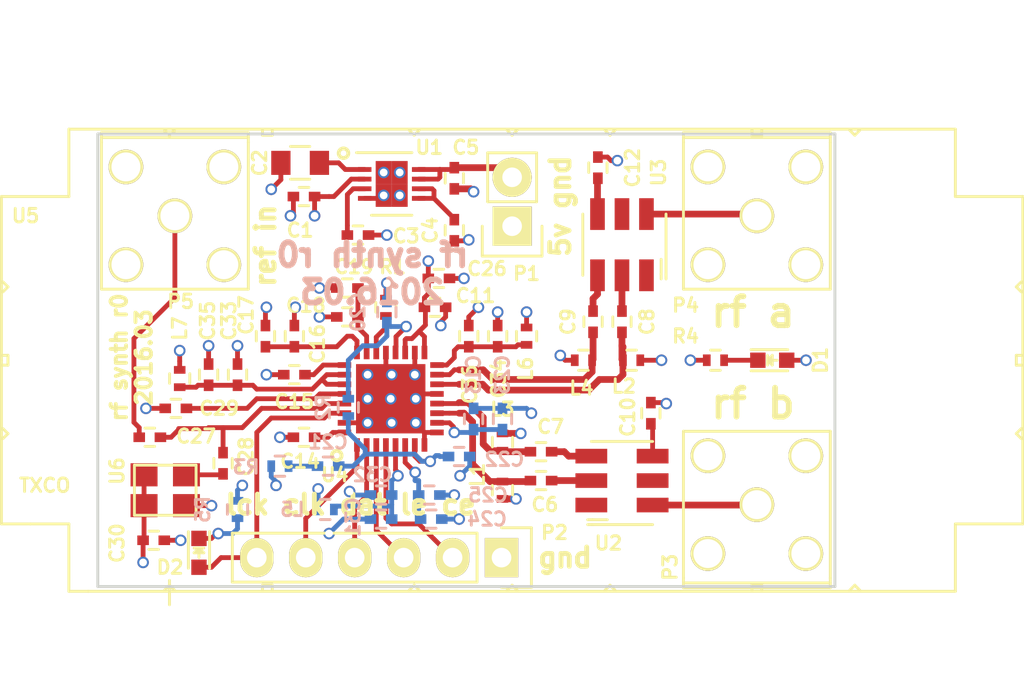
<source format=kicad_pcb>
(kicad_pcb (version 4) (host pcbnew 4.0.2-stable)

  (general
    (links 140)
    (no_connects 0)
    (area 127.349999 79.376 180.750001 115.333333)
    (thickness 1.6)
    (drawings 14)
    (tracks 407)
    (zones 0)
    (modules 61)
    (nets 45)
  )

  (page A4)
  (layers
    (0 F.Cu signal)
    (1 In1.Cu signal)
    (2 In2.Cu signal hide)
    (31 B.Cu signal hide)
    (32 B.Adhes user)
    (33 F.Adhes user)
    (34 B.Paste user)
    (35 F.Paste user)
    (36 B.SilkS user)
    (37 F.SilkS user)
    (38 B.Mask user)
    (39 F.Mask user)
    (40 Dwgs.User user)
    (41 Cmts.User user)
    (42 Eco1.User user)
    (43 Eco2.User user)
    (44 Edge.Cuts user)
    (45 Margin user)
    (46 B.CrtYd user)
    (47 F.CrtYd user)
    (48 B.Fab user)
    (49 F.Fab user)
  )

  (setup
    (last_trace_width 0.25)
    (user_trace_width 0.35)
    (trace_clearance 0.125)
    (zone_clearance 0.9)
    (zone_45_only no)
    (trace_min 0.2)
    (segment_width 0.2)
    (edge_width 0.15)
    (via_size 0.6)
    (via_drill 0.4)
    (via_min_size 0.4)
    (via_min_drill 0.3)
    (uvia_size 0.3)
    (uvia_drill 0.1)
    (uvias_allowed no)
    (uvia_min_size 0.2)
    (uvia_min_drill 0.1)
    (pcb_text_width 0.3)
    (pcb_text_size 1.5 1.5)
    (mod_edge_width 0.15)
    (mod_text_size 0.7 0.7)
    (mod_text_width 0.15)
    (pad_size 1.524 1.524)
    (pad_drill 0.762)
    (pad_to_mask_clearance 0.2)
    (aux_axis_origin 0 0)
    (visible_elements FFFEFF7F)
    (pcbplotparams
      (layerselection 0x010f8_80000007)
      (usegerberextensions true)
      (excludeedgelayer true)
      (linewidth 0.100000)
      (plotframeref false)
      (viasonmask false)
      (mode 1)
      (useauxorigin false)
      (hpglpennumber 1)
      (hpglpenspeed 20)
      (hpglpendiameter 15)
      (hpglpenoverlay 2)
      (psnegative false)
      (psa4output false)
      (plotreference true)
      (plotvalue true)
      (plotinvisibletext false)
      (padsonsilk false)
      (subtractmaskfromsilk false)
      (outputformat 1)
      (mirror false)
      (drillshape 0)
      (scaleselection 1)
      (outputdirectory gerbs/))
  )

  (net 0 "")
  (net 1 /VCC_RF)
  (net 2 GND)
  (net 3 "Net-(C2-Pad1)")
  (net 4 "Net-(C3-Pad1)")
  (net 5 "Net-(C4-Pad1)")
  (net 6 VCC)
  (net 7 "Net-(C6-Pad1)")
  (net 8 /RFOAP)
  (net 9 "Net-(C7-Pad1)")
  (net 10 /RFOAM)
  (net 11 "Net-(C8-Pad1)")
  (net 12 /RFOBP)
  (net 13 "Net-(C9-Pad1)")
  (net 14 /RFOBM)
  (net 15 "Net-(C10-Pad1)")
  (net 16 "Net-(C12-Pad1)")
  (net 17 "Net-(C14-Pad2)")
  (net 18 "Net-(C15-Pad2)")
  (net 19 "Net-(C16-Pad2)")
  (net 20 "Net-(C18-Pad2)")
  (net 21 /ADF_CE)
  (net 22 /ADF_LE)
  (net 23 /ADF_DATA)
  (net 24 /ADF_CLK)
  (net 25 /ADF_LOCK)
  (net 26 "Net-(P3-Pad1)")
  (net 27 "Net-(P4-Pad1)")
  (net 28 "Net-(R1-Pad2)")
  (net 29 "Net-(U2-Pad5)")
  (net 30 "Net-(U2-Pad1)")
  (net 31 "Net-(U3-Pad5)")
  (net 32 "Net-(U3-Pad1)")
  (net 33 /ADF_CPOUT)
  (net 34 /ADF_VTUNE)
  (net 35 /REFINA)
  (net 36 "Net-(C21-Pad2)")
  (net 37 "Net-(C27-Pad2)")
  (net 38 "Net-(C28-Pad1)")
  (net 39 "Net-(C29-Pad2)")
  (net 40 "Net-(C31-Pad1)")
  (net 41 "Net-(C33-Pad1)")
  (net 42 "Net-(C34-Pad1)")
  (net 43 "Net-(D1-Pad1)")
  (net 44 "Net-(D2-Pad1)")

  (net_class Default "This is the default net class."
    (clearance 0.125)
    (trace_width 0.25)
    (via_dia 0.6)
    (via_drill 0.4)
    (uvia_dia 0.3)
    (uvia_drill 0.1)
    (add_net /ADF_CE)
    (add_net /ADF_CLK)
    (add_net /ADF_CPOUT)
    (add_net /ADF_DATA)
    (add_net /ADF_LE)
    (add_net /ADF_LOCK)
    (add_net /ADF_VTUNE)
    (add_net /REFINA)
    (add_net /RFOAM)
    (add_net /RFOAP)
    (add_net /RFOBM)
    (add_net /RFOBP)
    (add_net /VCC_RF)
    (add_net GND)
    (add_net "Net-(C10-Pad1)")
    (add_net "Net-(C12-Pad1)")
    (add_net "Net-(C14-Pad2)")
    (add_net "Net-(C15-Pad2)")
    (add_net "Net-(C16-Pad2)")
    (add_net "Net-(C18-Pad2)")
    (add_net "Net-(C2-Pad1)")
    (add_net "Net-(C21-Pad2)")
    (add_net "Net-(C27-Pad2)")
    (add_net "Net-(C28-Pad1)")
    (add_net "Net-(C29-Pad2)")
    (add_net "Net-(C3-Pad1)")
    (add_net "Net-(C31-Pad1)")
    (add_net "Net-(C33-Pad1)")
    (add_net "Net-(C34-Pad1)")
    (add_net "Net-(C4-Pad1)")
    (add_net "Net-(C6-Pad1)")
    (add_net "Net-(C7-Pad1)")
    (add_net "Net-(C8-Pad1)")
    (add_net "Net-(C9-Pad1)")
    (add_net "Net-(D1-Pad1)")
    (add_net "Net-(D2-Pad1)")
    (add_net "Net-(P3-Pad1)")
    (add_net "Net-(P4-Pad1)")
    (add_net "Net-(R1-Pad2)")
    (add_net "Net-(U2-Pad1)")
    (add_net "Net-(U2-Pad5)")
    (add_net "Net-(U3-Pad1)")
    (add_net "Net-(U3-Pad5)")
    (add_net VCC)
  )

  (module Capacitors_SMD:C_0402 (layer F.Cu) (tedit 5415D599) (tstamp 56DC6E3D)
    (at 135.45 107.6)
    (descr "Capacitor SMD 0402, reflow soldering, AVX (see smccp.pdf)")
    (tags "capacitor 0402")
    (path /56DBECAC)
    (attr smd)
    (fp_text reference C30 (at -1.9 0.15 90) (layer F.SilkS)
      (effects (font (size 0.7 0.7) (thickness 0.15)))
    )
    (fp_text value "100 nF" (at 0 1.7) (layer F.Fab)
      (effects (font (size 0.7 0.7) (thickness 0.15)))
    )
    (fp_line (start -1.15 -0.6) (end 1.15 -0.6) (layer F.CrtYd) (width 0.05))
    (fp_line (start -1.15 0.6) (end 1.15 0.6) (layer F.CrtYd) (width 0.05))
    (fp_line (start -1.15 -0.6) (end -1.15 0.6) (layer F.CrtYd) (width 0.05))
    (fp_line (start 1.15 -0.6) (end 1.15 0.6) (layer F.CrtYd) (width 0.05))
    (fp_line (start 0.25 -0.475) (end -0.25 -0.475) (layer F.SilkS) (width 0.15))
    (fp_line (start -0.25 0.475) (end 0.25 0.475) (layer F.SilkS) (width 0.15))
    (pad 1 smd rect (at -0.55 0) (size 0.6 0.5) (layers F.Cu F.Paste F.Mask)
      (net 1 /VCC_RF))
    (pad 2 smd rect (at 0.55 0) (size 0.6 0.5) (layers F.Cu F.Paste F.Mask)
      (net 2 GND))
    (model Capacitors_SMD.3dshapes/C_0402.wrl
      (at (xyz 0 0 0))
      (scale (xyz 1 1 1))
      (rotate (xyz 0 0 0))
    )
  )

  (module Capacitors_SMD:C_0402 (layer F.Cu) (tedit 5415D599) (tstamp 56DBBCB1)
    (at 143.25 89.75 180)
    (descr "Capacitor SMD 0402, reflow soldering, AVX (see smccp.pdf)")
    (tags "capacitor 0402")
    (path /568CFA05)
    (attr smd)
    (fp_text reference C1 (at 0.2 -1.75 180) (layer F.SilkS)
      (effects (font (size 0.7 0.7) (thickness 0.15)))
    )
    (fp_text value "1 uF" (at 0 1.7 180) (layer F.Fab)
      (effects (font (size 0.7 0.7) (thickness 0.15)))
    )
    (fp_line (start -1.15 -0.6) (end 1.15 -0.6) (layer F.CrtYd) (width 0.05))
    (fp_line (start -1.15 0.6) (end 1.15 0.6) (layer F.CrtYd) (width 0.05))
    (fp_line (start -1.15 -0.6) (end -1.15 0.6) (layer F.CrtYd) (width 0.05))
    (fp_line (start 1.15 -0.6) (end 1.15 0.6) (layer F.CrtYd) (width 0.05))
    (fp_line (start 0.25 -0.475) (end -0.25 -0.475) (layer F.SilkS) (width 0.15))
    (fp_line (start -0.25 0.475) (end 0.25 0.475) (layer F.SilkS) (width 0.15))
    (pad 1 smd rect (at -0.55 0 180) (size 0.6 0.5) (layers F.Cu F.Paste F.Mask)
      (net 1 /VCC_RF))
    (pad 2 smd rect (at 0.55 0 180) (size 0.6 0.5) (layers F.Cu F.Paste F.Mask)
      (net 2 GND))
    (model Capacitors_SMD.3dshapes/C_0402.wrl
      (at (xyz 0 0 0))
      (scale (xyz 1 1 1))
      (rotate (xyz 0 0 0))
    )
  )

  (module Resistors_SMD:R_0402 (layer F.Cu) (tedit 56DBC454) (tstamp 56DBBD2F)
    (at 153.55 102.5 270)
    (descr "Resistor SMD 0402, reflow soldering, Vishay (see dcrcw.pdf)")
    (tags "resistor 0402")
    (path /568D8E89)
    (attr smd)
    (fp_text reference L3 (at -1.7 0 360) (layer F.SilkS)
      (effects (font (size 0.7 0.7) (thickness 0.15)))
    )
    (fp_text value L_Small (at 0 1.8 270) (layer F.Fab)
      (effects (font (size 0.7 0.7) (thickness 0.15)))
    )
    (fp_line (start -0.95 -0.65) (end 0.95 -0.65) (layer F.CrtYd) (width 0.05))
    (fp_line (start -0.95 0.65) (end 0.95 0.65) (layer F.CrtYd) (width 0.05))
    (fp_line (start -0.95 -0.65) (end -0.95 0.65) (layer F.CrtYd) (width 0.05))
    (fp_line (start 0.95 -0.65) (end 0.95 0.65) (layer F.CrtYd) (width 0.05))
    (fp_line (start 0.25 -0.525) (end -0.25 -0.525) (layer F.SilkS) (width 0.15))
    (fp_line (start -0.25 0.525) (end 0.25 0.525) (layer F.SilkS) (width 0.15))
    (pad 1 smd rect (at -0.45 0 270) (size 0.4 0.6) (layers F.Cu F.Paste F.Mask)
      (net 1 /VCC_RF))
    (pad 2 smd rect (at 0.45 0 270) (size 0.4 0.6) (layers F.Cu F.Paste F.Mask)
      (net 10 /RFOAM))
    (model Resistors_SMD.3dshapes/R_0402.wrl
      (at (xyz 0 0 0))
      (scale (xyz 1 1 1))
      (rotate (xyz 0 0 0))
    )
  )

  (module Capacitors_SMD:C_0402 (layer F.Cu) (tedit 56DBC452) (tstamp 56DBBCD5)
    (at 155.55 103 180)
    (descr "Capacitor SMD 0402, reflow soldering, AVX (see smccp.pdf)")
    (tags "capacitor 0402")
    (path /568D8999)
    (attr smd)
    (fp_text reference C7 (at -0.5 1.3 180) (layer F.SilkS)
      (effects (font (size 0.7 0.7) (thickness 0.15)))
    )
    (fp_text value "10 nF" (at 0 1.7 180) (layer F.Fab)
      (effects (font (size 0.7 0.7) (thickness 0.15)))
    )
    (fp_line (start -1.15 -0.6) (end 1.15 -0.6) (layer F.CrtYd) (width 0.05))
    (fp_line (start -1.15 0.6) (end 1.15 0.6) (layer F.CrtYd) (width 0.05))
    (fp_line (start -1.15 -0.6) (end -1.15 0.6) (layer F.CrtYd) (width 0.05))
    (fp_line (start 1.15 -0.6) (end 1.15 0.6) (layer F.CrtYd) (width 0.05))
    (fp_line (start 0.25 -0.475) (end -0.25 -0.475) (layer F.SilkS) (width 0.15))
    (fp_line (start -0.25 0.475) (end 0.25 0.475) (layer F.SilkS) (width 0.15))
    (pad 1 smd rect (at -0.55 0 180) (size 0.6 0.5) (layers F.Cu F.Paste F.Mask)
      (net 9 "Net-(C7-Pad1)"))
    (pad 2 smd rect (at 0.55 0 180) (size 0.6 0.5) (layers F.Cu F.Paste F.Mask)
      (net 10 /RFOAM))
    (model Capacitors_SMD.3dshapes/C_0402.wrl
      (at (xyz 0 0 0))
      (scale (xyz 1 1 1))
      (rotate (xyz 0 0 0))
    )
  )

  (module Capacitors_SMD:C_0402 (layer B.Cu) (tedit 5415D599) (tstamp 56DBC6A8)
    (at 144.5 103.75 180)
    (descr "Capacitor SMD 0402, reflow soldering, AVX (see smccp.pdf)")
    (tags "capacitor 0402")
    (path /56DBE909)
    (attr smd)
    (fp_text reference C21 (at 0 1.25 180) (layer B.SilkS)
      (effects (font (size 0.7 0.7) (thickness 0.15)) (justify mirror))
    )
    (fp_text value "33 nF" (at 0 -1.7 180) (layer B.Fab)
      (effects (font (size 0.7 0.7) (thickness 0.15)) (justify mirror))
    )
    (fp_line (start -1.15 0.6) (end 1.15 0.6) (layer B.CrtYd) (width 0.05))
    (fp_line (start -1.15 -0.6) (end 1.15 -0.6) (layer B.CrtYd) (width 0.05))
    (fp_line (start -1.15 0.6) (end -1.15 -0.6) (layer B.CrtYd) (width 0.05))
    (fp_line (start 1.15 0.6) (end 1.15 -0.6) (layer B.CrtYd) (width 0.05))
    (fp_line (start 0.25 0.475) (end -0.25 0.475) (layer B.SilkS) (width 0.15))
    (fp_line (start -0.25 -0.475) (end 0.25 -0.475) (layer B.SilkS) (width 0.15))
    (pad 1 smd rect (at -0.55 0 180) (size 0.6 0.5) (layers B.Cu B.Paste B.Mask)
      (net 33 /ADF_CPOUT))
    (pad 2 smd rect (at 0.55 0 180) (size 0.6 0.5) (layers B.Cu B.Paste B.Mask)
      (net 36 "Net-(C21-Pad2)"))
    (model Capacitors_SMD.3dshapes/C_0402.wrl
      (at (xyz 0 0 0))
      (scale (xyz 1 1 1))
      (rotate (xyz 0 0 0))
    )
  )

  (module Capacitors_SMD:C_0805 (layer F.Cu) (tedit 5415D6EA) (tstamp 56DBBCB7)
    (at 143.05 88 180)
    (descr "Capacitor SMD 0805, reflow soldering, AVX (see smccp.pdf)")
    (tags "capacitor 0805")
    (path /568CF88F)
    (attr smd)
    (fp_text reference C2 (at 2.1 0 270) (layer F.SilkS)
      (effects (font (size 0.7 0.7) (thickness 0.15)))
    )
    (fp_text value "10 uF" (at 0 2.1 180) (layer F.Fab)
      (effects (font (size 0.7 0.7) (thickness 0.15)))
    )
    (fp_line (start -1.8 -1) (end 1.8 -1) (layer F.CrtYd) (width 0.05))
    (fp_line (start -1.8 1) (end 1.8 1) (layer F.CrtYd) (width 0.05))
    (fp_line (start -1.8 -1) (end -1.8 1) (layer F.CrtYd) (width 0.05))
    (fp_line (start 1.8 -1) (end 1.8 1) (layer F.CrtYd) (width 0.05))
    (fp_line (start 0.5 -0.85) (end -0.5 -0.85) (layer F.SilkS) (width 0.15))
    (fp_line (start -0.5 0.85) (end 0.5 0.85) (layer F.SilkS) (width 0.15))
    (pad 1 smd rect (at -1 0 180) (size 1 1.25) (layers F.Cu F.Paste F.Mask)
      (net 3 "Net-(C2-Pad1)"))
    (pad 2 smd rect (at 1 0 180) (size 1 1.25) (layers F.Cu F.Paste F.Mask)
      (net 2 GND))
    (model Capacitors_SMD.3dshapes/C_0805.wrl
      (at (xyz 0 0 0))
      (scale (xyz 1 1 1))
      (rotate (xyz 0 0 0))
    )
  )

  (module Capacitors_SMD:C_0402 (layer F.Cu) (tedit 5415D599) (tstamp 56DBBCBD)
    (at 146.05 91.75)
    (descr "Capacitor SMD 0402, reflow soldering, AVX (see smccp.pdf)")
    (tags "capacitor 0402")
    (path /568CF957)
    (attr smd)
    (fp_text reference C3 (at 2.5 0.05) (layer F.SilkS)
      (effects (font (size 0.7 0.7) (thickness 0.15)))
    )
    (fp_text value "1 uF" (at 0 1.7) (layer F.Fab)
      (effects (font (size 0.7 0.7) (thickness 0.15)))
    )
    (fp_line (start -1.15 -0.6) (end 1.15 -0.6) (layer F.CrtYd) (width 0.05))
    (fp_line (start -1.15 0.6) (end 1.15 0.6) (layer F.CrtYd) (width 0.05))
    (fp_line (start -1.15 -0.6) (end -1.15 0.6) (layer F.CrtYd) (width 0.05))
    (fp_line (start 1.15 -0.6) (end 1.15 0.6) (layer F.CrtYd) (width 0.05))
    (fp_line (start 0.25 -0.475) (end -0.25 -0.475) (layer F.SilkS) (width 0.15))
    (fp_line (start -0.25 0.475) (end 0.25 0.475) (layer F.SilkS) (width 0.15))
    (pad 1 smd rect (at -0.55 0) (size 0.6 0.5) (layers F.Cu F.Paste F.Mask)
      (net 4 "Net-(C3-Pad1)"))
    (pad 2 smd rect (at 0.55 0) (size 0.6 0.5) (layers F.Cu F.Paste F.Mask)
      (net 2 GND))
    (model Capacitors_SMD.3dshapes/C_0402.wrl
      (at (xyz 0 0 0))
      (scale (xyz 1 1 1))
      (rotate (xyz 0 0 0))
    )
  )

  (module Capacitors_SMD:C_0402 (layer F.Cu) (tedit 5415D599) (tstamp 56DBBCC3)
    (at 151.05 91.5 270)
    (descr "Capacitor SMD 0402, reflow soldering, AVX (see smccp.pdf)")
    (tags "capacitor 0402")
    (path /568CF6A4)
    (attr smd)
    (fp_text reference C4 (at 0 1.25 270) (layer F.SilkS)
      (effects (font (size 0.7 0.7) (thickness 0.15)))
    )
    (fp_text value "1 uF" (at 0 1.7 270) (layer F.Fab)
      (effects (font (size 0.7 0.7) (thickness 0.15)))
    )
    (fp_line (start -1.15 -0.6) (end 1.15 -0.6) (layer F.CrtYd) (width 0.05))
    (fp_line (start -1.15 0.6) (end 1.15 0.6) (layer F.CrtYd) (width 0.05))
    (fp_line (start -1.15 -0.6) (end -1.15 0.6) (layer F.CrtYd) (width 0.05))
    (fp_line (start 1.15 -0.6) (end 1.15 0.6) (layer F.CrtYd) (width 0.05))
    (fp_line (start 0.25 -0.475) (end -0.25 -0.475) (layer F.SilkS) (width 0.15))
    (fp_line (start -0.25 0.475) (end 0.25 0.475) (layer F.SilkS) (width 0.15))
    (pad 1 smd rect (at -0.55 0 270) (size 0.6 0.5) (layers F.Cu F.Paste F.Mask)
      (net 5 "Net-(C4-Pad1)"))
    (pad 2 smd rect (at 0.55 0 270) (size 0.6 0.5) (layers F.Cu F.Paste F.Mask)
      (net 2 GND))
    (model Capacitors_SMD.3dshapes/C_0402.wrl
      (at (xyz 0 0 0))
      (scale (xyz 1 1 1))
      (rotate (xyz 0 0 0))
    )
  )

  (module Capacitors_SMD:C_0402 (layer F.Cu) (tedit 5415D599) (tstamp 56DBBCC9)
    (at 151.05 88.8 270)
    (descr "Capacitor SMD 0402, reflow soldering, AVX (see smccp.pdf)")
    (tags "capacitor 0402")
    (path /568CF757)
    (attr smd)
    (fp_text reference C5 (at -1.6 -0.6 360) (layer F.SilkS)
      (effects (font (size 0.7 0.7) (thickness 0.15)))
    )
    (fp_text value "1 uF" (at 0 1.7 270) (layer F.Fab)
      (effects (font (size 0.7 0.7) (thickness 0.15)))
    )
    (fp_line (start -1.15 -0.6) (end 1.15 -0.6) (layer F.CrtYd) (width 0.05))
    (fp_line (start -1.15 0.6) (end 1.15 0.6) (layer F.CrtYd) (width 0.05))
    (fp_line (start -1.15 -0.6) (end -1.15 0.6) (layer F.CrtYd) (width 0.05))
    (fp_line (start 1.15 -0.6) (end 1.15 0.6) (layer F.CrtYd) (width 0.05))
    (fp_line (start 0.25 -0.475) (end -0.25 -0.475) (layer F.SilkS) (width 0.15))
    (fp_line (start -0.25 0.475) (end 0.25 0.475) (layer F.SilkS) (width 0.15))
    (pad 1 smd rect (at -0.55 0 270) (size 0.6 0.5) (layers F.Cu F.Paste F.Mask)
      (net 6 VCC))
    (pad 2 smd rect (at 0.55 0 270) (size 0.6 0.5) (layers F.Cu F.Paste F.Mask)
      (net 2 GND))
    (model Capacitors_SMD.3dshapes/C_0402.wrl
      (at (xyz 0 0 0))
      (scale (xyz 1 1 1))
      (rotate (xyz 0 0 0))
    )
  )

  (module Capacitors_SMD:C_0402 (layer F.Cu) (tedit 56DBC44F) (tstamp 56DBBCCF)
    (at 155.55 104.5 180)
    (descr "Capacitor SMD 0402, reflow soldering, AVX (see smccp.pdf)")
    (tags "capacitor 0402")
    (path /568D8993)
    (attr smd)
    (fp_text reference C6 (at -0.2 -1.25 180) (layer F.SilkS)
      (effects (font (size 0.7 0.7) (thickness 0.15)))
    )
    (fp_text value "10 nF" (at 0 1.7 180) (layer F.Fab)
      (effects (font (size 0.7 0.7) (thickness 0.15)))
    )
    (fp_line (start -1.15 -0.6) (end 1.15 -0.6) (layer F.CrtYd) (width 0.05))
    (fp_line (start -1.15 0.6) (end 1.15 0.6) (layer F.CrtYd) (width 0.05))
    (fp_line (start -1.15 -0.6) (end -1.15 0.6) (layer F.CrtYd) (width 0.05))
    (fp_line (start 1.15 -0.6) (end 1.15 0.6) (layer F.CrtYd) (width 0.05))
    (fp_line (start 0.25 -0.475) (end -0.25 -0.475) (layer F.SilkS) (width 0.15))
    (fp_line (start -0.25 0.475) (end 0.25 0.475) (layer F.SilkS) (width 0.15))
    (pad 1 smd rect (at -0.55 0 180) (size 0.6 0.5) (layers F.Cu F.Paste F.Mask)
      (net 7 "Net-(C6-Pad1)"))
    (pad 2 smd rect (at 0.55 0 180) (size 0.6 0.5) (layers F.Cu F.Paste F.Mask)
      (net 8 /RFOAP))
    (model Capacitors_SMD.3dshapes/C_0402.wrl
      (at (xyz 0 0 0))
      (scale (xyz 1 1 1))
      (rotate (xyz 0 0 0))
    )
  )

  (module Capacitors_SMD:C_0402 (layer F.Cu) (tedit 5415D599) (tstamp 56DBBCDB)
    (at 159.75 96.25 270)
    (descr "Capacitor SMD 0402, reflow soldering, AVX (see smccp.pdf)")
    (tags "capacitor 0402")
    (path /568D80AF)
    (attr smd)
    (fp_text reference C8 (at 0 -1.3 270) (layer F.SilkS)
      (effects (font (size 0.7 0.7) (thickness 0.15)))
    )
    (fp_text value "10 nF" (at 0 1.7 270) (layer F.Fab)
      (effects (font (size 0.7 0.7) (thickness 0.15)))
    )
    (fp_line (start -1.15 -0.6) (end 1.15 -0.6) (layer F.CrtYd) (width 0.05))
    (fp_line (start -1.15 0.6) (end 1.15 0.6) (layer F.CrtYd) (width 0.05))
    (fp_line (start -1.15 -0.6) (end -1.15 0.6) (layer F.CrtYd) (width 0.05))
    (fp_line (start 1.15 -0.6) (end 1.15 0.6) (layer F.CrtYd) (width 0.05))
    (fp_line (start 0.25 -0.475) (end -0.25 -0.475) (layer F.SilkS) (width 0.15))
    (fp_line (start -0.25 0.475) (end 0.25 0.475) (layer F.SilkS) (width 0.15))
    (pad 1 smd rect (at -0.55 0 270) (size 0.6 0.5) (layers F.Cu F.Paste F.Mask)
      (net 11 "Net-(C8-Pad1)"))
    (pad 2 smd rect (at 0.55 0 270) (size 0.6 0.5) (layers F.Cu F.Paste F.Mask)
      (net 12 /RFOBP))
    (model Capacitors_SMD.3dshapes/C_0402.wrl
      (at (xyz 0 0 0))
      (scale (xyz 1 1 1))
      (rotate (xyz 0 0 0))
    )
  )

  (module Capacitors_SMD:C_0402 (layer F.Cu) (tedit 5415D599) (tstamp 56DBBCE1)
    (at 158.25 96.25 270)
    (descr "Capacitor SMD 0402, reflow soldering, AVX (see smccp.pdf)")
    (tags "capacitor 0402")
    (path /568D8372)
    (attr smd)
    (fp_text reference C9 (at 0 1.3 270) (layer F.SilkS)
      (effects (font (size 0.7 0.7) (thickness 0.15)))
    )
    (fp_text value "10 nF" (at 0 1.7 270) (layer F.Fab)
      (effects (font (size 0.7 0.7) (thickness 0.15)))
    )
    (fp_line (start -1.15 -0.6) (end 1.15 -0.6) (layer F.CrtYd) (width 0.05))
    (fp_line (start -1.15 0.6) (end 1.15 0.6) (layer F.CrtYd) (width 0.05))
    (fp_line (start -1.15 -0.6) (end -1.15 0.6) (layer F.CrtYd) (width 0.05))
    (fp_line (start 1.15 -0.6) (end 1.15 0.6) (layer F.CrtYd) (width 0.05))
    (fp_line (start 0.25 -0.475) (end -0.25 -0.475) (layer F.SilkS) (width 0.15))
    (fp_line (start -0.25 0.475) (end 0.25 0.475) (layer F.SilkS) (width 0.15))
    (pad 1 smd rect (at -0.55 0 270) (size 0.6 0.5) (layers F.Cu F.Paste F.Mask)
      (net 13 "Net-(C9-Pad1)"))
    (pad 2 smd rect (at 0.55 0 270) (size 0.6 0.5) (layers F.Cu F.Paste F.Mask)
      (net 14 /RFOBM))
    (model Capacitors_SMD.3dshapes/C_0402.wrl
      (at (xyz 0 0 0))
      (scale (xyz 1 1 1))
      (rotate (xyz 0 0 0))
    )
  )

  (module Capacitors_SMD:C_0402 (layer F.Cu) (tedit 5415D599) (tstamp 56DBBCE7)
    (at 161.25 101 90)
    (descr "Capacitor SMD 0402, reflow soldering, AVX (see smccp.pdf)")
    (tags "capacitor 0402")
    (path /568D6764)
    (attr smd)
    (fp_text reference C10 (at -0.2 -1.2 90) (layer F.SilkS)
      (effects (font (size 0.7 0.7) (thickness 0.15)))
    )
    (fp_text value "10 nF" (at 0 1.7 90) (layer F.Fab)
      (effects (font (size 0.7 0.7) (thickness 0.15)))
    )
    (fp_line (start -1.15 -0.6) (end 1.15 -0.6) (layer F.CrtYd) (width 0.05))
    (fp_line (start -1.15 0.6) (end 1.15 0.6) (layer F.CrtYd) (width 0.05))
    (fp_line (start -1.15 -0.6) (end -1.15 0.6) (layer F.CrtYd) (width 0.05))
    (fp_line (start 1.15 -0.6) (end 1.15 0.6) (layer F.CrtYd) (width 0.05))
    (fp_line (start 0.25 -0.475) (end -0.25 -0.475) (layer F.SilkS) (width 0.15))
    (fp_line (start -0.25 0.475) (end 0.25 0.475) (layer F.SilkS) (width 0.15))
    (pad 1 smd rect (at -0.55 0 90) (size 0.6 0.5) (layers F.Cu F.Paste F.Mask)
      (net 15 "Net-(C10-Pad1)"))
    (pad 2 smd rect (at 0.55 0 90) (size 0.6 0.5) (layers F.Cu F.Paste F.Mask)
      (net 2 GND))
    (model Capacitors_SMD.3dshapes/C_0402.wrl
      (at (xyz 0 0 0))
      (scale (xyz 1 1 1))
      (rotate (xyz 0 0 0))
    )
  )

  (module Capacitors_SMD:C_0402 (layer F.Cu) (tedit 5415D599) (tstamp 56DBBCED)
    (at 150.05 95.5)
    (descr "Capacitor SMD 0402, reflow soldering, AVX (see smccp.pdf)")
    (tags "capacitor 0402")
    (path /568D19BB)
    (attr smd)
    (fp_text reference C11 (at 2.1 -0.6) (layer F.SilkS)
      (effects (font (size 0.7 0.7) (thickness 0.15)))
    )
    (fp_text value "10 pF" (at 0 1.7) (layer F.Fab)
      (effects (font (size 0.7 0.7) (thickness 0.15)))
    )
    (fp_line (start -1.15 -0.6) (end 1.15 -0.6) (layer F.CrtYd) (width 0.05))
    (fp_line (start -1.15 0.6) (end 1.15 0.6) (layer F.CrtYd) (width 0.05))
    (fp_line (start -1.15 -0.6) (end -1.15 0.6) (layer F.CrtYd) (width 0.05))
    (fp_line (start 1.15 -0.6) (end 1.15 0.6) (layer F.CrtYd) (width 0.05))
    (fp_line (start 0.25 -0.475) (end -0.25 -0.475) (layer F.SilkS) (width 0.15))
    (fp_line (start -0.25 0.475) (end 0.25 0.475) (layer F.SilkS) (width 0.15))
    (pad 1 smd rect (at -0.55 0) (size 0.6 0.5) (layers F.Cu F.Paste F.Mask)
      (net 1 /VCC_RF))
    (pad 2 smd rect (at 0.55 0) (size 0.6 0.5) (layers F.Cu F.Paste F.Mask)
      (net 2 GND))
    (model Capacitors_SMD.3dshapes/C_0402.wrl
      (at (xyz 0 0 0))
      (scale (xyz 1 1 1))
      (rotate (xyz 0 0 0))
    )
  )

  (module Capacitors_SMD:C_0402 (layer F.Cu) (tedit 5415D599) (tstamp 56DBBCF3)
    (at 158.5 88.25 90)
    (descr "Capacitor SMD 0402, reflow soldering, AVX (see smccp.pdf)")
    (tags "capacitor 0402")
    (path /568D560F)
    (attr smd)
    (fp_text reference C12 (at 0 1.8 90) (layer F.SilkS)
      (effects (font (size 0.7 0.7) (thickness 0.15)))
    )
    (fp_text value "10 nF" (at 0 1.7 90) (layer F.Fab)
      (effects (font (size 0.7 0.7) (thickness 0.15)))
    )
    (fp_line (start -1.15 -0.6) (end 1.15 -0.6) (layer F.CrtYd) (width 0.05))
    (fp_line (start -1.15 0.6) (end 1.15 0.6) (layer F.CrtYd) (width 0.05))
    (fp_line (start -1.15 -0.6) (end -1.15 0.6) (layer F.CrtYd) (width 0.05))
    (fp_line (start 1.15 -0.6) (end 1.15 0.6) (layer F.CrtYd) (width 0.05))
    (fp_line (start 0.25 -0.475) (end -0.25 -0.475) (layer F.SilkS) (width 0.15))
    (fp_line (start -0.25 0.475) (end 0.25 0.475) (layer F.SilkS) (width 0.15))
    (pad 1 smd rect (at -0.55 0 90) (size 0.6 0.5) (layers F.Cu F.Paste F.Mask)
      (net 16 "Net-(C12-Pad1)"))
    (pad 2 smd rect (at 0.55 0 90) (size 0.6 0.5) (layers F.Cu F.Paste F.Mask)
      (net 2 GND))
    (model Capacitors_SMD.3dshapes/C_0402.wrl
      (at (xyz 0 0 0))
      (scale (xyz 1 1 1))
      (rotate (xyz 0 0 0))
    )
  )

  (module Capacitors_SMD:C_0402 (layer B.Cu) (tedit 5415D599) (tstamp 56DBBCF9)
    (at 152.05 101.3 90)
    (descr "Capacitor SMD 0402, reflow soldering, AVX (see smccp.pdf)")
    (tags "capacitor 0402")
    (path /568D1A9F)
    (attr smd)
    (fp_text reference C13 (at 2.3 0 90) (layer B.SilkS)
      (effects (font (size 0.7 0.7) (thickness 0.15)) (justify mirror))
    )
    (fp_text value "100 nF" (at 0 -1.7 90) (layer B.Fab)
      (effects (font (size 0.7 0.7) (thickness 0.15)) (justify mirror))
    )
    (fp_line (start -1.15 0.6) (end 1.15 0.6) (layer B.CrtYd) (width 0.05))
    (fp_line (start -1.15 -0.6) (end 1.15 -0.6) (layer B.CrtYd) (width 0.05))
    (fp_line (start -1.15 0.6) (end -1.15 -0.6) (layer B.CrtYd) (width 0.05))
    (fp_line (start 1.15 0.6) (end 1.15 -0.6) (layer B.CrtYd) (width 0.05))
    (fp_line (start 0.25 0.475) (end -0.25 0.475) (layer B.SilkS) (width 0.15))
    (fp_line (start -0.25 -0.475) (end 0.25 -0.475) (layer B.SilkS) (width 0.15))
    (pad 1 smd rect (at -0.55 0 90) (size 0.6 0.5) (layers B.Cu B.Paste B.Mask)
      (net 1 /VCC_RF))
    (pad 2 smd rect (at 0.55 0 90) (size 0.6 0.5) (layers B.Cu B.Paste B.Mask)
      (net 2 GND))
    (model Capacitors_SMD.3dshapes/C_0402.wrl
      (at (xyz 0 0 0))
      (scale (xyz 1 1 1))
      (rotate (xyz 0 0 0))
    )
  )

  (module Capacitors_SMD:C_0402 (layer F.Cu) (tedit 5415D599) (tstamp 56DBBCFF)
    (at 143.25 102.25)
    (descr "Capacitor SMD 0402, reflow soldering, AVX (see smccp.pdf)")
    (tags "capacitor 0402")
    (path /568D1F54)
    (attr smd)
    (fp_text reference C14 (at -0.2 1.25) (layer F.SilkS)
      (effects (font (size 0.7 0.7) (thickness 0.15)))
    )
    (fp_text value "100 nF" (at 0 1.7) (layer F.Fab)
      (effects (font (size 0.7 0.7) (thickness 0.15)))
    )
    (fp_line (start -1.15 -0.6) (end 1.15 -0.6) (layer F.CrtYd) (width 0.05))
    (fp_line (start -1.15 0.6) (end 1.15 0.6) (layer F.CrtYd) (width 0.05))
    (fp_line (start -1.15 -0.6) (end -1.15 0.6) (layer F.CrtYd) (width 0.05))
    (fp_line (start 1.15 -0.6) (end 1.15 0.6) (layer F.CrtYd) (width 0.05))
    (fp_line (start 0.25 -0.475) (end -0.25 -0.475) (layer F.SilkS) (width 0.15))
    (fp_line (start -0.25 0.475) (end 0.25 0.475) (layer F.SilkS) (width 0.15))
    (pad 1 smd rect (at -0.55 0) (size 0.6 0.5) (layers F.Cu F.Paste F.Mask)
      (net 2 GND))
    (pad 2 smd rect (at 0.55 0) (size 0.6 0.5) (layers F.Cu F.Paste F.Mask)
      (net 17 "Net-(C14-Pad2)"))
    (model Capacitors_SMD.3dshapes/C_0402.wrl
      (at (xyz 0 0 0))
      (scale (xyz 1 1 1))
      (rotate (xyz 0 0 0))
    )
  )

  (module Capacitors_SMD:C_0402 (layer F.Cu) (tedit 5415D599) (tstamp 56DBBD05)
    (at 142.75 99)
    (descr "Capacitor SMD 0402, reflow soldering, AVX (see smccp.pdf)")
    (tags "capacitor 0402")
    (path /568D1E25)
    (attr smd)
    (fp_text reference C15 (at 0 1.4) (layer F.SilkS)
      (effects (font (size 0.7 0.7) (thickness 0.15)))
    )
    (fp_text value "100 nF" (at 0 1.7) (layer F.Fab)
      (effects (font (size 0.7 0.7) (thickness 0.15)))
    )
    (fp_line (start -1.15 -0.6) (end 1.15 -0.6) (layer F.CrtYd) (width 0.05))
    (fp_line (start -1.15 0.6) (end 1.15 0.6) (layer F.CrtYd) (width 0.05))
    (fp_line (start -1.15 -0.6) (end -1.15 0.6) (layer F.CrtYd) (width 0.05))
    (fp_line (start 1.15 -0.6) (end 1.15 0.6) (layer F.CrtYd) (width 0.05))
    (fp_line (start 0.25 -0.475) (end -0.25 -0.475) (layer F.SilkS) (width 0.15))
    (fp_line (start -0.25 0.475) (end 0.25 0.475) (layer F.SilkS) (width 0.15))
    (pad 1 smd rect (at -0.55 0) (size 0.6 0.5) (layers F.Cu F.Paste F.Mask)
      (net 2 GND))
    (pad 2 smd rect (at 0.55 0) (size 0.6 0.5) (layers F.Cu F.Paste F.Mask)
      (net 18 "Net-(C15-Pad2)"))
    (model Capacitors_SMD.3dshapes/C_0402.wrl
      (at (xyz 0 0 0))
      (scale (xyz 1 1 1))
      (rotate (xyz 0 0 0))
    )
  )

  (module Capacitors_SMD:C_0402 (layer F.Cu) (tedit 5415D599) (tstamp 56DBBD0B)
    (at 142.75 97 270)
    (descr "Capacitor SMD 0402, reflow soldering, AVX (see smccp.pdf)")
    (tags "capacitor 0402")
    (path /568D2EE4)
    (attr smd)
    (fp_text reference C16 (at 0.4 -1.2 270) (layer F.SilkS)
      (effects (font (size 0.7 0.7) (thickness 0.15)))
    )
    (fp_text value "10 pF" (at 0 1.7 270) (layer F.Fab)
      (effects (font (size 0.7 0.7) (thickness 0.15)))
    )
    (fp_line (start -1.15 -0.6) (end 1.15 -0.6) (layer F.CrtYd) (width 0.05))
    (fp_line (start -1.15 0.6) (end 1.15 0.6) (layer F.CrtYd) (width 0.05))
    (fp_line (start -1.15 -0.6) (end -1.15 0.6) (layer F.CrtYd) (width 0.05))
    (fp_line (start 1.15 -0.6) (end 1.15 0.6) (layer F.CrtYd) (width 0.05))
    (fp_line (start 0.25 -0.475) (end -0.25 -0.475) (layer F.SilkS) (width 0.15))
    (fp_line (start -0.25 0.475) (end 0.25 0.475) (layer F.SilkS) (width 0.15))
    (pad 1 smd rect (at -0.55 0 270) (size 0.6 0.5) (layers F.Cu F.Paste F.Mask)
      (net 2 GND))
    (pad 2 smd rect (at 0.55 0 270) (size 0.6 0.5) (layers F.Cu F.Paste F.Mask)
      (net 19 "Net-(C16-Pad2)"))
    (model Capacitors_SMD.3dshapes/C_0402.wrl
      (at (xyz 0 0 0))
      (scale (xyz 1 1 1))
      (rotate (xyz 0 0 0))
    )
  )

  (module Capacitors_SMD:C_0402 (layer F.Cu) (tedit 5415D599) (tstamp 56DBBD11)
    (at 141.25 97 270)
    (descr "Capacitor SMD 0402, reflow soldering, AVX (see smccp.pdf)")
    (tags "capacitor 0402")
    (path /568D2EEA)
    (attr smd)
    (fp_text reference C17 (at -1.1 1 450) (layer F.SilkS)
      (effects (font (size 0.7 0.7) (thickness 0.15)))
    )
    (fp_text value "100 nF" (at 0 1.7 270) (layer F.Fab)
      (effects (font (size 0.7 0.7) (thickness 0.15)))
    )
    (fp_line (start -1.15 -0.6) (end 1.15 -0.6) (layer F.CrtYd) (width 0.05))
    (fp_line (start -1.15 0.6) (end 1.15 0.6) (layer F.CrtYd) (width 0.05))
    (fp_line (start -1.15 -0.6) (end -1.15 0.6) (layer F.CrtYd) (width 0.05))
    (fp_line (start 1.15 -0.6) (end 1.15 0.6) (layer F.CrtYd) (width 0.05))
    (fp_line (start 0.25 -0.475) (end -0.25 -0.475) (layer F.SilkS) (width 0.15))
    (fp_line (start -0.25 0.475) (end 0.25 0.475) (layer F.SilkS) (width 0.15))
    (pad 1 smd rect (at -0.55 0 270) (size 0.6 0.5) (layers F.Cu F.Paste F.Mask)
      (net 2 GND))
    (pad 2 smd rect (at 0.55 0 270) (size 0.6 0.5) (layers F.Cu F.Paste F.Mask)
      (net 19 "Net-(C16-Pad2)"))
    (model Capacitors_SMD.3dshapes/C_0402.wrl
      (at (xyz 0 0 0))
      (scale (xyz 1 1 1))
      (rotate (xyz 0 0 0))
    )
  )

  (module Capacitors_SMD:C_0402 (layer F.Cu) (tedit 5415D599) (tstamp 56DBBD17)
    (at 145.5 96)
    (descr "Capacitor SMD 0402, reflow soldering, AVX (see smccp.pdf)")
    (tags "capacitor 0402")
    (path /568D3277)
    (attr smd)
    (fp_text reference C18 (at -2.15 -0.6) (layer F.SilkS)
      (effects (font (size 0.7 0.7) (thickness 0.15)))
    )
    (fp_text value "10 pF" (at 0 1.7) (layer F.Fab)
      (effects (font (size 0.7 0.7) (thickness 0.15)))
    )
    (fp_line (start -1.15 -0.6) (end 1.15 -0.6) (layer F.CrtYd) (width 0.05))
    (fp_line (start -1.15 0.6) (end 1.15 0.6) (layer F.CrtYd) (width 0.05))
    (fp_line (start -1.15 -0.6) (end -1.15 0.6) (layer F.CrtYd) (width 0.05))
    (fp_line (start 1.15 -0.6) (end 1.15 0.6) (layer F.CrtYd) (width 0.05))
    (fp_line (start 0.25 -0.475) (end -0.25 -0.475) (layer F.SilkS) (width 0.15))
    (fp_line (start -0.25 0.475) (end 0.25 0.475) (layer F.SilkS) (width 0.15))
    (pad 1 smd rect (at -0.55 0) (size 0.6 0.5) (layers F.Cu F.Paste F.Mask)
      (net 2 GND))
    (pad 2 smd rect (at 0.55 0) (size 0.6 0.5) (layers F.Cu F.Paste F.Mask)
      (net 20 "Net-(C18-Pad2)"))
    (model Capacitors_SMD.3dshapes/C_0402.wrl
      (at (xyz 0 0 0))
      (scale (xyz 1 1 1))
      (rotate (xyz 0 0 0))
    )
  )

  (module Capacitors_SMD:C_0402 (layer F.Cu) (tedit 5415D599) (tstamp 56DBBD1D)
    (at 145.5 94.5)
    (descr "Capacitor SMD 0402, reflow soldering, AVX (see smccp.pdf)")
    (tags "capacitor 0402")
    (path /568D327D)
    (attr smd)
    (fp_text reference C19 (at 0.35 -1.1) (layer F.SilkS)
      (effects (font (size 0.7 0.7) (thickness 0.15)))
    )
    (fp_text value "100 nF" (at 0 1.7) (layer F.Fab)
      (effects (font (size 0.7 0.7) (thickness 0.15)))
    )
    (fp_line (start -1.15 -0.6) (end 1.15 -0.6) (layer F.CrtYd) (width 0.05))
    (fp_line (start -1.15 0.6) (end 1.15 0.6) (layer F.CrtYd) (width 0.05))
    (fp_line (start -1.15 -0.6) (end -1.15 0.6) (layer F.CrtYd) (width 0.05))
    (fp_line (start 1.15 -0.6) (end 1.15 0.6) (layer F.CrtYd) (width 0.05))
    (fp_line (start 0.25 -0.475) (end -0.25 -0.475) (layer F.SilkS) (width 0.15))
    (fp_line (start -0.25 0.475) (end 0.25 0.475) (layer F.SilkS) (width 0.15))
    (pad 1 smd rect (at -0.55 0) (size 0.6 0.5) (layers F.Cu F.Paste F.Mask)
      (net 2 GND))
    (pad 2 smd rect (at 0.55 0) (size 0.6 0.5) (layers F.Cu F.Paste F.Mask)
      (net 20 "Net-(C18-Pad2)"))
    (model Capacitors_SMD.3dshapes/C_0402.wrl
      (at (xyz 0 0 0))
      (scale (xyz 1 1 1))
      (rotate (xyz 0 0 0))
    )
  )

  (module Resistors_SMD:R_0402 (layer F.Cu) (tedit 5415CBB8) (tstamp 56DBBD23)
    (at 153.55 105 90)
    (descr "Resistor SMD 0402, reflow soldering, Vishay (see dcrcw.pdf)")
    (tags "resistor 0402")
    (path /568D8DFB)
    (attr smd)
    (fp_text reference L1 (at 0.8 -1.3 90) (layer F.SilkS)
      (effects (font (size 0.7 0.7) (thickness 0.15)))
    )
    (fp_text value L_Small (at 0 1.8 90) (layer F.Fab)
      (effects (font (size 0.7 0.7) (thickness 0.15)))
    )
    (fp_line (start -0.95 -0.65) (end 0.95 -0.65) (layer F.CrtYd) (width 0.05))
    (fp_line (start -0.95 0.65) (end 0.95 0.65) (layer F.CrtYd) (width 0.05))
    (fp_line (start -0.95 -0.65) (end -0.95 0.65) (layer F.CrtYd) (width 0.05))
    (fp_line (start 0.95 -0.65) (end 0.95 0.65) (layer F.CrtYd) (width 0.05))
    (fp_line (start 0.25 -0.525) (end -0.25 -0.525) (layer F.SilkS) (width 0.15))
    (fp_line (start -0.25 0.525) (end 0.25 0.525) (layer F.SilkS) (width 0.15))
    (pad 1 smd rect (at -0.45 0 90) (size 0.4 0.6) (layers F.Cu F.Paste F.Mask)
      (net 1 /VCC_RF))
    (pad 2 smd rect (at 0.45 0 90) (size 0.4 0.6) (layers F.Cu F.Paste F.Mask)
      (net 8 /RFOAP))
    (model Resistors_SMD.3dshapes/R_0402.wrl
      (at (xyz 0 0 0))
      (scale (xyz 1 1 1))
      (rotate (xyz 0 0 0))
    )
  )

  (module Resistors_SMD:R_0402 (layer F.Cu) (tedit 5415CBB8) (tstamp 56DBBD29)
    (at 160.25 98.25 180)
    (descr "Resistor SMD 0402, reflow soldering, Vishay (see dcrcw.pdf)")
    (tags "resistor 0402")
    (path /568D8F21)
    (attr smd)
    (fp_text reference L2 (at 0.4 -1.35 180) (layer F.SilkS)
      (effects (font (size 0.7 0.7) (thickness 0.15)))
    )
    (fp_text value L_Small (at 0 1.8 180) (layer F.Fab)
      (effects (font (size 0.7 0.7) (thickness 0.15)))
    )
    (fp_line (start -0.95 -0.65) (end 0.95 -0.65) (layer F.CrtYd) (width 0.05))
    (fp_line (start -0.95 0.65) (end 0.95 0.65) (layer F.CrtYd) (width 0.05))
    (fp_line (start -0.95 -0.65) (end -0.95 0.65) (layer F.CrtYd) (width 0.05))
    (fp_line (start 0.95 -0.65) (end 0.95 0.65) (layer F.CrtYd) (width 0.05))
    (fp_line (start 0.25 -0.525) (end -0.25 -0.525) (layer F.SilkS) (width 0.15))
    (fp_line (start -0.25 0.525) (end 0.25 0.525) (layer F.SilkS) (width 0.15))
    (pad 1 smd rect (at -0.45 0 180) (size 0.4 0.6) (layers F.Cu F.Paste F.Mask)
      (net 1 /VCC_RF))
    (pad 2 smd rect (at 0.45 0 180) (size 0.4 0.6) (layers F.Cu F.Paste F.Mask)
      (net 12 /RFOBP))
    (model Resistors_SMD.3dshapes/R_0402.wrl
      (at (xyz 0 0 0))
      (scale (xyz 1 1 1))
      (rotate (xyz 0 0 0))
    )
  )

  (module Resistors_SMD:R_0402 (layer F.Cu) (tedit 5415CBB8) (tstamp 56DBBD35)
    (at 157.75 98.25)
    (descr "Resistor SMD 0402, reflow soldering, Vishay (see dcrcw.pdf)")
    (tags "resistor 0402")
    (path /568D910B)
    (attr smd)
    (fp_text reference L4 (at -0.1 1.45) (layer F.SilkS)
      (effects (font (size 0.7 0.7) (thickness 0.15)))
    )
    (fp_text value L_Small (at 0 1.8) (layer F.Fab)
      (effects (font (size 0.7 0.7) (thickness 0.15)))
    )
    (fp_line (start -0.95 -0.65) (end 0.95 -0.65) (layer F.CrtYd) (width 0.05))
    (fp_line (start -0.95 0.65) (end 0.95 0.65) (layer F.CrtYd) (width 0.05))
    (fp_line (start -0.95 -0.65) (end -0.95 0.65) (layer F.CrtYd) (width 0.05))
    (fp_line (start 0.95 -0.65) (end 0.95 0.65) (layer F.CrtYd) (width 0.05))
    (fp_line (start 0.25 -0.525) (end -0.25 -0.525) (layer F.SilkS) (width 0.15))
    (fp_line (start -0.25 0.525) (end 0.25 0.525) (layer F.SilkS) (width 0.15))
    (pad 1 smd rect (at -0.45 0) (size 0.4 0.6) (layers F.Cu F.Paste F.Mask)
      (net 1 /VCC_RF))
    (pad 2 smd rect (at 0.45 0) (size 0.4 0.6) (layers F.Cu F.Paste F.Mask)
      (net 14 /RFOBM))
    (model Resistors_SMD.3dshapes/R_0402.wrl
      (at (xyz 0 0 0))
      (scale (xyz 1 1 1))
      (rotate (xyz 0 0 0))
    )
  )

  (module Pin_Headers:Pin_Header_Straight_1x02 (layer F.Cu) (tedit 54EA090C) (tstamp 56DBBD3B)
    (at 154.05 91.29 180)
    (descr "Through hole pin header")
    (tags "pin header")
    (path /56DBFFF3)
    (fp_text reference P1 (at -0.75 -2.46 360) (layer F.SilkS)
      (effects (font (size 0.7 0.7) (thickness 0.15)))
    )
    (fp_text value CONN_01X02 (at 0 -3.1 180) (layer F.Fab)
      (effects (font (size 0.7 0.7) (thickness 0.15)))
    )
    (fp_line (start 1.27 1.27) (end 1.27 3.81) (layer F.SilkS) (width 0.15))
    (fp_line (start 1.55 -1.55) (end 1.55 0) (layer F.SilkS) (width 0.15))
    (fp_line (start -1.75 -1.75) (end -1.75 4.3) (layer F.CrtYd) (width 0.05))
    (fp_line (start 1.75 -1.75) (end 1.75 4.3) (layer F.CrtYd) (width 0.05))
    (fp_line (start -1.75 -1.75) (end 1.75 -1.75) (layer F.CrtYd) (width 0.05))
    (fp_line (start -1.75 4.3) (end 1.75 4.3) (layer F.CrtYd) (width 0.05))
    (fp_line (start 1.27 1.27) (end -1.27 1.27) (layer F.SilkS) (width 0.15))
    (fp_line (start -1.55 0) (end -1.55 -1.55) (layer F.SilkS) (width 0.15))
    (fp_line (start -1.55 -1.55) (end 1.55 -1.55) (layer F.SilkS) (width 0.15))
    (fp_line (start -1.27 1.27) (end -1.27 3.81) (layer F.SilkS) (width 0.15))
    (fp_line (start -1.27 3.81) (end 1.27 3.81) (layer F.SilkS) (width 0.15))
    (pad 1 thru_hole rect (at 0 0 180) (size 2.032 2.032) (drill 1.016) (layers *.Cu *.Mask F.SilkS)
      (net 2 GND))
    (pad 2 thru_hole oval (at 0 2.54 180) (size 2.032 2.032) (drill 1.016) (layers *.Cu *.Mask F.SilkS)
      (net 6 VCC))
    (model Pin_Headers.3dshapes/Pin_Header_Straight_1x02.wrl
      (at (xyz 0 -0.05 0))
      (scale (xyz 1 1 1))
      (rotate (xyz 0 0 90))
    )
  )

  (module Pin_Headers:Pin_Header_Straight_1x06 (layer F.Cu) (tedit 56DBC45B) (tstamp 56DBBD45)
    (at 153.5 108.5 270)
    (descr "Through hole pin header")
    (tags "pin header")
    (path /56DC0C00)
    (fp_text reference P2 (at -1.3 -2.75 360) (layer F.SilkS)
      (effects (font (size 0.7 0.7) (thickness 0.15)))
    )
    (fp_text value CONN_01X06 (at 0 -3.1 270) (layer F.Fab)
      (effects (font (size 0.7 0.7) (thickness 0.15)))
    )
    (fp_line (start -1.75 -1.75) (end -1.75 14.45) (layer F.CrtYd) (width 0.05))
    (fp_line (start 1.75 -1.75) (end 1.75 14.45) (layer F.CrtYd) (width 0.05))
    (fp_line (start -1.75 -1.75) (end 1.75 -1.75) (layer F.CrtYd) (width 0.05))
    (fp_line (start -1.75 14.45) (end 1.75 14.45) (layer F.CrtYd) (width 0.05))
    (fp_line (start 1.27 1.27) (end 1.27 13.97) (layer F.SilkS) (width 0.15))
    (fp_line (start 1.27 13.97) (end -1.27 13.97) (layer F.SilkS) (width 0.15))
    (fp_line (start -1.27 13.97) (end -1.27 1.27) (layer F.SilkS) (width 0.15))
    (fp_line (start 1.55 -1.55) (end 1.55 0) (layer F.SilkS) (width 0.15))
    (fp_line (start 1.27 1.27) (end -1.27 1.27) (layer F.SilkS) (width 0.15))
    (fp_line (start -1.55 0) (end -1.55 -1.55) (layer F.SilkS) (width 0.15))
    (fp_line (start -1.55 -1.55) (end 1.55 -1.55) (layer F.SilkS) (width 0.15))
    (pad 1 thru_hole rect (at 0 0 270) (size 2.032 1.7272) (drill 1.016) (layers *.Cu *.Mask F.SilkS)
      (net 2 GND))
    (pad 2 thru_hole oval (at 0 2.54 270) (size 2.032 1.7272) (drill 1.016) (layers *.Cu *.Mask F.SilkS)
      (net 21 /ADF_CE))
    (pad 3 thru_hole oval (at 0 5.08 270) (size 2.032 1.7272) (drill 1.016) (layers *.Cu *.Mask F.SilkS)
      (net 22 /ADF_LE))
    (pad 4 thru_hole oval (at 0 7.62 270) (size 2.032 1.7272) (drill 1.016) (layers *.Cu *.Mask F.SilkS)
      (net 23 /ADF_DATA))
    (pad 5 thru_hole oval (at 0 10.16 270) (size 2.032 1.7272) (drill 1.016) (layers *.Cu *.Mask F.SilkS)
      (net 24 /ADF_CLK))
    (pad 6 thru_hole oval (at 0 12.7 270) (size 2.032 1.7272) (drill 1.016) (layers *.Cu *.Mask F.SilkS)
      (net 25 /ADF_LOCK))
    (model Pin_Headers.3dshapes/Pin_Header_Straight_1x06.wrl
      (at (xyz 0 -0.25 0))
      (scale (xyz 1 1 1))
      (rotate (xyz 0 0 90))
    )
  )

  (module vna_footprints:732512200_SMA (layer F.Cu) (tedit 56AF1EC8) (tstamp 56DBBD4E)
    (at 166.75 105.75 90)
    (path /568D676E)
    (fp_text reference P3 (at -3.25 -4.5 90) (layer F.SilkS)
      (effects (font (size 0.7 0.7) (thickness 0.15)))
    )
    (fp_text value CONN_01X05 (at -6 -6 90) (layer F.Fab)
      (effects (font (size 0.7 0.7) (thickness 0.15)))
    )
    (fp_line (start -4.064 3.81) (end -4.064 -3.81) (layer F.SilkS) (width 0.15))
    (fp_line (start -4.318 3.81) (end -3.81 3.81) (layer F.SilkS) (width 0.15))
    (fp_line (start -4.318 -3.81) (end -4.318 3.81) (layer F.SilkS) (width 0.15))
    (fp_line (start -4.318 -3.81) (end -3.81 -3.81) (layer F.SilkS) (width 0.15))
    (fp_line (start 3.81 3.81) (end -3.81 3.81) (layer F.SilkS) (width 0.15))
    (fp_line (start 3.81 -3.81) (end 3.81 3.81) (layer F.SilkS) (width 0.15))
    (fp_line (start -3.81 -3.81) (end 3.81 -3.81) (layer F.SilkS) (width 0.15))
    (pad 1 thru_hole circle (at 0 0 90) (size 1.8 1.8) (drill 1.5) (layers *.Cu *.Mask F.SilkS)
      (net 26 "Net-(P3-Pad1)"))
    (pad 2 thru_hole circle (at -2.54 2.54 90) (size 1.8 1.8) (drill 1.5) (layers *.Cu *.Mask F.SilkS)
      (net 2 GND))
    (pad 3 thru_hole circle (at -2.54 -2.54 90) (size 1.8 1.8) (drill 1.5) (layers *.Cu *.Mask F.SilkS)
      (net 2 GND))
    (pad 4 thru_hole circle (at 2.54 -2.54 90) (size 1.8 1.8) (drill 1.5) (layers *.Cu *.Mask F.SilkS)
      (net 2 GND))
    (pad 5 thru_hole circle (at 2.54 2.54 90) (size 1.8 1.8) (drill 1.5) (layers *.Cu *.Mask F.SilkS)
      (net 2 GND))
  )

  (module vna_footprints:732512200_SMA (layer F.Cu) (tedit 56AF1EC8) (tstamp 56DBBD57)
    (at 166.75 90.75 270)
    (path /568D5C7C)
    (fp_text reference P4 (at 4.65 3.7 360) (layer F.SilkS)
      (effects (font (size 0.7 0.7) (thickness 0.15)))
    )
    (fp_text value CONN_01X05 (at -6 -6 270) (layer F.Fab)
      (effects (font (size 0.7 0.7) (thickness 0.15)))
    )
    (fp_line (start -4.064 3.81) (end -4.064 -3.81) (layer F.SilkS) (width 0.15))
    (fp_line (start -4.318 3.81) (end -3.81 3.81) (layer F.SilkS) (width 0.15))
    (fp_line (start -4.318 -3.81) (end -4.318 3.81) (layer F.SilkS) (width 0.15))
    (fp_line (start -4.318 -3.81) (end -3.81 -3.81) (layer F.SilkS) (width 0.15))
    (fp_line (start 3.81 3.81) (end -3.81 3.81) (layer F.SilkS) (width 0.15))
    (fp_line (start 3.81 -3.81) (end 3.81 3.81) (layer F.SilkS) (width 0.15))
    (fp_line (start -3.81 -3.81) (end 3.81 -3.81) (layer F.SilkS) (width 0.15))
    (pad 1 thru_hole circle (at 0 0 270) (size 1.8 1.8) (drill 1.5) (layers *.Cu *.Mask F.SilkS)
      (net 27 "Net-(P4-Pad1)"))
    (pad 2 thru_hole circle (at -2.54 2.54 270) (size 1.8 1.8) (drill 1.5) (layers *.Cu *.Mask F.SilkS)
      (net 2 GND))
    (pad 3 thru_hole circle (at -2.54 -2.54 270) (size 1.8 1.8) (drill 1.5) (layers *.Cu *.Mask F.SilkS)
      (net 2 GND))
    (pad 4 thru_hole circle (at 2.54 -2.54 270) (size 1.8 1.8) (drill 1.5) (layers *.Cu *.Mask F.SilkS)
      (net 2 GND))
    (pad 5 thru_hole circle (at 2.54 2.54 270) (size 1.8 1.8) (drill 1.5) (layers *.Cu *.Mask F.SilkS)
      (net 2 GND))
  )

  (module Resistors_SMD:R_0402 (layer F.Cu) (tedit 5415CBB8) (tstamp 56DBBD5D)
    (at 147.5 95.5 270)
    (descr "Resistor SMD 0402, reflow soldering, Vishay (see dcrcw.pdf)")
    (tags "resistor 0402")
    (path /568D0C5A)
    (attr smd)
    (fp_text reference R1 (at -2.1 -0.35 360) (layer F.SilkS)
      (effects (font (size 0.7 0.7) (thickness 0.15)))
    )
    (fp_text value 5k1 (at 0 1.8 270) (layer F.Fab)
      (effects (font (size 0.7 0.7) (thickness 0.15)))
    )
    (fp_line (start -0.95 -0.65) (end 0.95 -0.65) (layer F.CrtYd) (width 0.05))
    (fp_line (start -0.95 0.65) (end 0.95 0.65) (layer F.CrtYd) (width 0.05))
    (fp_line (start -0.95 -0.65) (end -0.95 0.65) (layer F.CrtYd) (width 0.05))
    (fp_line (start 0.95 -0.65) (end 0.95 0.65) (layer F.CrtYd) (width 0.05))
    (fp_line (start 0.25 -0.525) (end -0.25 -0.525) (layer F.SilkS) (width 0.15))
    (fp_line (start -0.25 0.525) (end 0.25 0.525) (layer F.SilkS) (width 0.15))
    (pad 1 smd rect (at -0.45 0 270) (size 0.4 0.6) (layers F.Cu F.Paste F.Mask)
      (net 2 GND))
    (pad 2 smd rect (at 0.45 0 270) (size 0.4 0.6) (layers F.Cu F.Paste F.Mask)
      (net 28 "Net-(R1-Pad2)"))
    (model Resistors_SMD.3dshapes/R_0402.wrl
      (at (xyz 0 0 0))
      (scale (xyz 1 1 1))
      (rotate (xyz 0 0 0))
    )
  )

  (module Housings_DFN_QFN:DFN-8-1EP_3x3mm_Pitch0.5mm (layer F.Cu) (tedit 54130A77) (tstamp 56DBBD6D)
    (at 147.8 89.095)
    (descr "DD Package; 8-Lead Plastic DFN (3mm x 3mm) (see Linear Technology DFN_8_05-08-1698.pdf)")
    (tags "DFN 0.5")
    (path /56DBD198)
    (attr smd)
    (fp_text reference U1 (at 1.95 -1.895) (layer F.SilkS)
      (effects (font (size 0.7 0.7) (thickness 0.15)))
    )
    (fp_text value ADM7150 (at 0 2.55) (layer F.Fab)
      (effects (font (size 0.7 0.7) (thickness 0.15)))
    )
    (fp_line (start -2 -1.8) (end -2 1.8) (layer F.CrtYd) (width 0.05))
    (fp_line (start 2 -1.8) (end 2 1.8) (layer F.CrtYd) (width 0.05))
    (fp_line (start -2 -1.8) (end 2 -1.8) (layer F.CrtYd) (width 0.05))
    (fp_line (start -2 1.8) (end 2 1.8) (layer F.CrtYd) (width 0.05))
    (fp_line (start -1.05 1.625) (end 1.05 1.625) (layer F.SilkS) (width 0.15))
    (fp_line (start -1.825 -1.625) (end 1.05 -1.625) (layer F.SilkS) (width 0.15))
    (pad 1 smd rect (at -1.4 -0.75) (size 0.7 0.25) (layers F.Cu F.Paste F.Mask)
      (net 3 "Net-(C2-Pad1)"))
    (pad 2 smd rect (at -1.4 -0.25) (size 0.7 0.25) (layers F.Cu F.Paste F.Mask)
      (net 1 /VCC_RF))
    (pad 3 smd rect (at -1.4 0.25) (size 0.7 0.25) (layers F.Cu F.Paste F.Mask)
      (net 4 "Net-(C3-Pad1)"))
    (pad 4 smd rect (at -1.4 0.75) (size 0.7 0.25) (layers F.Cu F.Paste F.Mask)
      (net 2 GND))
    (pad 5 smd rect (at 1.4 0.75) (size 0.7 0.25) (layers F.Cu F.Paste F.Mask)
      (net 5 "Net-(C4-Pad1)"))
    (pad 6 smd rect (at 1.4 0.25) (size 0.7 0.25) (layers F.Cu F.Paste F.Mask)
      (net 5 "Net-(C4-Pad1)"))
    (pad 7 smd rect (at 1.4 -0.25) (size 0.7 0.25) (layers F.Cu F.Paste F.Mask)
      (net 6 VCC))
    (pad 8 smd rect (at 1.4 -0.75) (size 0.7 0.25) (layers F.Cu F.Paste F.Mask)
      (net 6 VCC))
    (pad 9 smd rect (at 0.415 0.595) (size 0.83 1.19) (layers F.Cu F.Paste F.Mask)
      (net 2 GND) (solder_paste_margin_ratio -0.2))
    (pad 9 smd rect (at 0.415 -0.595) (size 0.83 1.19) (layers F.Cu F.Paste F.Mask)
      (net 2 GND) (solder_paste_margin_ratio -0.2))
    (pad 9 smd rect (at -0.415 0.595) (size 0.83 1.19) (layers F.Cu F.Paste F.Mask)
      (net 2 GND) (solder_paste_margin_ratio -0.2))
    (pad 9 smd rect (at -0.415 -0.595) (size 0.83 1.19) (layers F.Cu F.Paste F.Mask)
      (net 2 GND) (solder_paste_margin_ratio -0.2))
    (model Housings_DFN_QFN.3dshapes/DFN-8-1EP_3x3mm_Pitch0.5mm.wrl
      (at (xyz 0 0 0))
      (scale (xyz 1 1 1))
      (rotate (xyz 0 0 0))
    )
  )

  (module vna_footprints:TCM1-63AX+ (layer F.Cu) (tedit 56DBC457) (tstamp 56DBBD77)
    (at 159.75 104.5 90)
    (path /568D674D)
    (fp_text reference U2 (at -3.25 -0.7 180) (layer F.SilkS)
      (effects (font (size 0.7 0.7) (thickness 0.15)))
    )
    (fp_text value TCM-63AX+ (at 1.27 -7.62 90) (layer F.Fab)
      (effects (font (size 0.7 0.7) (thickness 0.15)))
    )
    (fp_line (start -2.286 -1.778) (end -2.286 -1.524) (layer F.SilkS) (width 0.15))
    (fp_line (start -2.032 -1.778) (end -2.032 -1.524) (layer F.SilkS) (width 0.15))
    (fp_line (start -2.032 -1.524) (end -2.032 -0.762) (layer F.SilkS) (width 0.15))
    (fp_line (start -2.286 -1.59) (end -2.286 1.59) (layer F.SilkS) (width 0.15))
    (fp_line (start 2.032 -1.59) (end 2.032 1.59) (layer F.SilkS) (width 0.15))
    (pad 2 smd rect (at 0 -1.59 90) (size 0.76 1.65) (layers F.Cu F.Paste F.Mask)
      (net 7 "Net-(C6-Pad1)"))
    (pad 3 smd rect (at 1.27 -1.59 90) (size 0.76 1.65) (layers F.Cu F.Paste F.Mask)
      (net 9 "Net-(C7-Pad1)"))
    (pad 4 smd rect (at 1.27 1.59 90) (size 0.76 1.65) (layers F.Cu F.Paste F.Mask)
      (net 15 "Net-(C10-Pad1)"))
    (pad 5 smd rect (at 0 1.59 90) (size 0.76 1.65) (layers F.Cu F.Paste F.Mask)
      (net 29 "Net-(U2-Pad5)"))
    (pad 6 smd rect (at -1.27 1.59 90) (size 0.76 1.65) (layers F.Cu F.Paste F.Mask)
      (net 26 "Net-(P3-Pad1)"))
    (pad 1 smd rect (at -1.27 -1.59 90) (size 0.76 1.65) (layers F.Cu F.Paste F.Mask)
      (net 30 "Net-(U2-Pad1)"))
  )

  (module vna_footprints:TCM1-63AX+ (layer F.Cu) (tedit 56B629C9) (tstamp 56DBBD81)
    (at 159.75 92.25 180)
    (path /568D4C33)
    (fp_text reference U3 (at -1.9 3.75 270) (layer F.SilkS)
      (effects (font (size 0.7 0.7) (thickness 0.15)))
    )
    (fp_text value TCM-63AX+ (at 1.27 -7.62 180) (layer F.Fab)
      (effects (font (size 0.7 0.7) (thickness 0.15)))
    )
    (fp_line (start -2.286 -1.778) (end -2.286 -1.524) (layer F.SilkS) (width 0.15))
    (fp_line (start -2.032 -1.778) (end -2.032 -1.524) (layer F.SilkS) (width 0.15))
    (fp_line (start -2.032 -1.524) (end -2.032 -0.762) (layer F.SilkS) (width 0.15))
    (fp_line (start -2.286 -1.59) (end -2.286 1.59) (layer F.SilkS) (width 0.15))
    (fp_line (start 2.032 -1.59) (end 2.032 1.59) (layer F.SilkS) (width 0.15))
    (pad 2 smd rect (at 0 -1.59 180) (size 0.76 1.65) (layers F.Cu F.Paste F.Mask)
      (net 11 "Net-(C8-Pad1)"))
    (pad 3 smd rect (at 1.27 -1.59 180) (size 0.76 1.65) (layers F.Cu F.Paste F.Mask)
      (net 13 "Net-(C9-Pad1)"))
    (pad 4 smd rect (at 1.27 1.59 180) (size 0.76 1.65) (layers F.Cu F.Paste F.Mask)
      (net 16 "Net-(C12-Pad1)"))
    (pad 5 smd rect (at 0 1.59 180) (size 0.76 1.65) (layers F.Cu F.Paste F.Mask)
      (net 31 "Net-(U3-Pad5)"))
    (pad 6 smd rect (at -1.27 1.59 180) (size 0.76 1.65) (layers F.Cu F.Paste F.Mask)
      (net 27 "Net-(P4-Pad1)"))
    (pad 1 smd rect (at -1.27 -1.59 180) (size 0.76 1.65) (layers F.Cu F.Paste F.Mask)
      (net 32 "Net-(U3-Pad1)"))
  )

  (module vna_footprints:LFCSP_WQ_32 (layer F.Cu) (tedit 56DBC45F) (tstamp 56DBBDA6)
    (at 147.75 100.25 90)
    (path /568CF40C)
    (fp_text reference U4 (at -3.95 -2.9 360) (layer F.SilkS)
      (effects (font (size 0.7 0.7) (thickness 0.15)))
    )
    (fp_text value ADF4355-3 (at 0 -4 90) (layer F.Fab)
      (effects (font (size 0.7 0.7) (thickness 0.15)))
    )
    (pad 1 smd rect (at -2.4 -1.75 90) (size 0.7 0.3) (layers F.Cu F.Paste F.Mask)
      (net 24 /ADF_CLK))
    (pad 2 smd rect (at -2.4 -1.25 90) (size 0.7 0.3) (layers F.Cu F.Paste F.Mask)
      (net 23 /ADF_DATA))
    (pad 3 smd rect (at -2.4 -0.75 90) (size 0.7 0.3) (layers F.Cu F.Paste F.Mask)
      (net 22 /ADF_LE))
    (pad 4 smd rect (at -2.4 -0.25 90) (size 0.7 0.3) (layers F.Cu F.Paste F.Mask)
      (net 21 /ADF_CE))
    (pad 5 smd rect (at -2.4 0.25 90) (size 0.7 0.3) (layers F.Cu F.Paste F.Mask)
      (net 40 "Net-(C31-Pad1)"))
    (pad 6 smd rect (at -2.4 0.75 90) (size 0.7 0.3) (layers F.Cu F.Paste F.Mask)
      (net 1 /VCC_RF))
    (pad 7 smd rect (at -2.4 1.25 90) (size 0.7 0.3) (layers F.Cu F.Paste F.Mask)
      (net 33 /ADF_CPOUT))
    (pad 8 smd rect (at -2.4 1.75 90) (size 0.7 0.3) (layers F.Cu F.Paste F.Mask)
      (net 2 GND))
    (pad 9 smd rect (at -1.75 2.4 90) (size 0.3 0.7) (layers F.Cu F.Paste F.Mask)
      (net 2 GND))
    (pad 10 smd rect (at -1.25 2.4 90) (size 0.3 0.7) (layers F.Cu F.Paste F.Mask)
      (net 1 /VCC_RF))
    (pad 11 smd rect (at -0.75 2.4 90) (size 0.3 0.7) (layers F.Cu F.Paste F.Mask)
      (net 8 /RFOAP))
    (pad 12 smd rect (at -0.25 2.4 90) (size 0.3 0.7) (layers F.Cu F.Paste F.Mask)
      (net 10 /RFOAM))
    (pad 13 smd rect (at 0.25 2.4 90) (size 0.3 0.7) (layers F.Cu F.Paste F.Mask)
      (net 2 GND))
    (pad 14 smd rect (at 0.75 2.4 90) (size 0.3 0.7) (layers F.Cu F.Paste F.Mask)
      (net 12 /RFOBP))
    (pad 15 smd rect (at 1.25 2.4 90) (size 0.3 0.7) (layers F.Cu F.Paste F.Mask)
      (net 14 /RFOBM))
    (pad 16 smd rect (at 1.75 2.4 90) (size 0.3 0.7) (layers F.Cu F.Paste F.Mask)
      (net 42 "Net-(C34-Pad1)"))
    (pad 17 smd rect (at 2.4 1.75 90) (size 0.7 0.3) (layers F.Cu F.Paste F.Mask)
      (net 1 /VCC_RF))
    (pad 18 smd rect (at 2.4 1.25 90) (size 0.7 0.3) (layers F.Cu F.Paste F.Mask)
      (net 2 GND))
    (pad 19 smd rect (at 2.4 0.75 90) (size 0.7 0.3) (layers F.Cu F.Paste F.Mask)
      (net 1 /VCC_RF))
    (pad 20 smd rect (at 2.4 0.25 90) (size 0.7 0.3) (layers F.Cu F.Paste F.Mask)
      (net 34 /ADF_VTUNE))
    (pad 21 smd rect (at 2.4 -0.25 90) (size 0.7 0.3) (layers F.Cu F.Paste F.Mask)
      (net 2 GND))
    (pad 22 smd rect (at 2.4 -0.75 90) (size 0.7 0.3) (layers F.Cu F.Paste F.Mask)
      (net 28 "Net-(R1-Pad2)"))
    (pad 23 smd rect (at 2.4 -1.25 90) (size 0.7 0.3) (layers F.Cu F.Paste F.Mask)
      (net 20 "Net-(C18-Pad2)"))
    (pad 24 smd rect (at 2.4 -1.75 90) (size 0.7 0.3) (layers F.Cu F.Paste F.Mask)
      (net 19 "Net-(C16-Pad2)"))
    (pad 25 smd rect (at 1.75 -2.4 90) (size 0.3 0.7) (layers F.Cu F.Paste F.Mask)
      (net 18 "Net-(C15-Pad2)"))
    (pad 26 smd rect (at 1.25 -2.4 90) (size 0.3 0.7) (layers F.Cu F.Paste F.Mask)
      (net 41 "Net-(C33-Pad1)"))
    (pad 27 smd rect (at 0.75 -2.4 90) (size 0.3 0.7) (layers F.Cu F.Paste F.Mask)
      (net 41 "Net-(C33-Pad1)"))
    (pad 28 smd rect (at 0.25 -2.4 90) (size 0.3 0.7) (layers F.Cu F.Paste F.Mask)
      (net 39 "Net-(C29-Pad2)"))
    (pad 29 smd rect (at -0.25 -2.4 90) (size 0.3 0.7) (layers F.Cu F.Paste F.Mask)
      (net 35 /REFINA))
    (pad 30 smd rect (at -0.75 -2.4 90) (size 0.3 0.7) (layers F.Cu F.Paste F.Mask)
      (net 25 /ADF_LOCK))
    (pad 31 smd rect (at -1.25 -2.4 90) (size 0.3 0.7) (layers F.Cu F.Paste F.Mask)
      (net 2 GND))
    (pad 32 smd rect (at -1.75 -2.4 90) (size 0.3 0.7) (layers F.Cu F.Paste F.Mask)
      (net 17 "Net-(C14-Pad2)"))
    (pad 33 smd rect (at 0 0 90) (size 3.6 3.6) (layers F.Cu F.Paste F.Mask)
      (net 2 GND))
  )

  (module vna_footprints:POMONA_2400BOX (layer F.Cu) (tedit 56AF239E) (tstamp 56DBC453)
    (at 154.05 98.25)
    (path /56DC25D3)
    (fp_text reference U5 (at -25.25 -7.5) (layer F.SilkS)
      (effects (font (size 0.7 0.7) (thickness 0.15)))
    )
    (fp_text value mounting_box (at -18.034 -18.034) (layer F.Fab)
      (effects (font (size 0.7 0.7) (thickness 0.15)))
    )
    (fp_line (start -26.162 -3.81) (end -26.416 -4.064) (layer F.SilkS) (width 0.15))
    (fp_line (start -26.416 -3.556) (end -26.162 -3.81) (layer F.SilkS) (width 0.15))
    (fp_line (start -26.162 3.81) (end -26.416 3.556) (layer F.SilkS) (width 0.15))
    (fp_line (start -26.416 4.064) (end -26.162 3.81) (layer F.SilkS) (width 0.15))
    (fp_line (start -17.78 11.684) (end -17.526 11.938) (layer F.SilkS) (width 0.15))
    (fp_line (start -18.034 11.938) (end -17.78 11.684) (layer F.SilkS) (width 0.15))
    (fp_line (start 0 11.684) (end 0.254 11.938) (layer F.SilkS) (width 0.15))
    (fp_line (start -0.254 11.938) (end 0 11.684) (layer F.SilkS) (width 0.15))
    (fp_line (start -5.08 11.684) (end -4.826 11.938) (layer F.SilkS) (width 0.15))
    (fp_line (start -5.334 11.938) (end -5.08 11.684) (layer F.SilkS) (width 0.15))
    (fp_line (start 5.08 11.684) (end 5.334 11.938) (layer F.SilkS) (width 0.15))
    (fp_line (start 4.826 11.938) (end 5.08 11.684) (layer F.SilkS) (width 0.15))
    (fp_line (start 17.78 11.684) (end 18.034 11.938) (layer F.SilkS) (width 0.15))
    (fp_line (start 17.526 11.938) (end 17.78 11.684) (layer F.SilkS) (width 0.15))
    (fp_line (start 26.162 3.81) (end 26.416 4.064) (layer F.SilkS) (width 0.15))
    (fp_line (start 26.162 3.81) (end 26.416 3.556) (layer F.SilkS) (width 0.15))
    (fp_line (start 26.162 -3.81) (end 26.416 -3.556) (layer F.SilkS) (width 0.15))
    (fp_line (start 26.416 -4.064) (end 26.162 -3.81) (layer F.SilkS) (width 0.15))
    (fp_line (start 17.78 -11.684) (end 18.034 -11.938) (layer F.SilkS) (width 0.15))
    (fp_line (start 17.526 -11.938) (end 17.78 -11.684) (layer F.SilkS) (width 0.15))
    (fp_line (start 5.08 -11.684) (end 5.334 -11.938) (layer F.SilkS) (width 0.15))
    (fp_line (start 4.826 -11.938) (end 5.08 -11.684) (layer F.SilkS) (width 0.15))
    (fp_line (start 0 -11.684) (end 0.254 -11.938) (layer F.SilkS) (width 0.15))
    (fp_line (start -0.254 -11.938) (end 0 -11.684) (layer F.SilkS) (width 0.15))
    (fp_line (start -5.08 -11.684) (end -4.826 -11.938) (layer F.SilkS) (width 0.15))
    (fp_line (start -5.334 -11.938) (end -5.08 -11.684) (layer F.SilkS) (width 0.15))
    (fp_line (start -17.78 -11.684) (end -17.526 -11.938) (layer F.SilkS) (width 0.15))
    (fp_line (start -18.034 -11.938) (end -17.78 -11.684) (layer F.SilkS) (width 0.15))
    (fp_line (start -17.78 12.7) (end -17.78 11.43) (layer F.SilkS) (width 0.15))
    (fp_line (start -26.162 0.254) (end -26.416 0.254) (layer F.SilkS) (width 0.15))
    (fp_line (start -26.162 -0.254) (end -26.162 0.254) (layer F.SilkS) (width 0.15))
    (fp_line (start -26.416 -0.254) (end -26.162 -0.254) (layer F.SilkS) (width 0.15))
    (fp_line (start 26.162 0.254) (end 26.416 0.254) (layer F.SilkS) (width 0.15))
    (fp_line (start 26.162 -0.254) (end 26.162 0.254) (layer F.SilkS) (width 0.15))
    (fp_line (start 26.416 -0.254) (end 26.162 -0.254) (layer F.SilkS) (width 0.15))
    (fp_line (start -12.446 11.684) (end -12.446 11.938) (layer F.SilkS) (width 0.15))
    (fp_line (start -12.954 11.684) (end -12.446 11.684) (layer F.SilkS) (width 0.15))
    (fp_line (start -12.954 11.938) (end -12.954 11.684) (layer F.SilkS) (width 0.15))
    (fp_line (start 12.954 11.684) (end 12.954 11.938) (layer F.SilkS) (width 0.15))
    (fp_line (start 12.446 11.684) (end 12.954 11.684) (layer F.SilkS) (width 0.15))
    (fp_line (start 12.446 11.938) (end 12.446 11.684) (layer F.SilkS) (width 0.15))
    (fp_line (start 12.954 -11.684) (end 12.954 -11.938) (layer F.SilkS) (width 0.15))
    (fp_line (start 12.446 -11.684) (end 12.954 -11.684) (layer F.SilkS) (width 0.15))
    (fp_line (start 12.446 -11.938) (end 12.446 -11.684) (layer F.SilkS) (width 0.15))
    (fp_line (start 12.446 -11.684) (end 12.446 -11.938) (layer F.SilkS) (width 0.15))
    (fp_line (start -12.446 -11.684) (end -12.446 -11.938) (layer F.SilkS) (width 0.15))
    (fp_line (start -12.954 -11.684) (end -12.446 -11.684) (layer F.SilkS) (width 0.15))
    (fp_line (start -12.954 -11.938) (end -12.954 -11.684) (layer F.SilkS) (width 0.15))
    (fp_line (start 23 -12) (end -23 -12) (layer F.SilkS) (width 0.15))
    (fp_line (start 23 -8.5) (end 23 -12) (layer F.SilkS) (width 0.15))
    (fp_line (start 26.5 -8.5) (end 23 -8.5) (layer F.SilkS) (width 0.15))
    (fp_line (start 23 12) (end -22 12) (layer F.SilkS) (width 0.15))
    (fp_line (start 23 8.5) (end 23 12) (layer F.SilkS) (width 0.15))
    (fp_line (start 26.5 8.5) (end 23 8.5) (layer F.SilkS) (width 0.15))
    (fp_line (start -23 -8.5) (end -23 -12) (layer F.SilkS) (width 0.15))
    (fp_line (start -26.5 -8.5) (end -23 -8.5) (layer F.SilkS) (width 0.15))
    (fp_line (start -23 12) (end -22 12) (layer F.SilkS) (width 0.15))
    (fp_line (start -23 8.5) (end -23 12) (layer F.SilkS) (width 0.15))
    (fp_line (start -25 8.5) (end -23 8.5) (layer F.SilkS) (width 0.15))
    (fp_line (start -26.5 8.5) (end -25 8.5) (layer F.SilkS) (width 0.15))
    (fp_line (start 26.5 0) (end 26.5 8.5) (layer F.SilkS) (width 0.15))
    (fp_line (start 26.5 0) (end 26.5 -8.5) (layer F.SilkS) (width 0.15))
    (fp_line (start -26.5 0) (end -26.5 8.5) (layer F.SilkS) (width 0.15))
    (fp_line (start -26.5 0) (end -26.5 -8.5) (layer F.SilkS) (width 0.15))
  )

  (module Capacitors_SMD:C_0402 (layer B.Cu) (tedit 5415D599) (tstamp 56DBC6A2)
    (at 147.55 95.75 90)
    (descr "Capacitor SMD 0402, reflow soldering, AVX (see smccp.pdf)")
    (tags "capacitor 0402")
    (path /56DBE310)
    (attr smd)
    (fp_text reference C20 (at 0 -1.5 90) (layer B.SilkS)
      (effects (font (size 0.7 0.7) (thickness 0.15)) (justify mirror))
    )
    (fp_text value "390 pF" (at 0 -1.7 90) (layer B.Fab)
      (effects (font (size 0.7 0.7) (thickness 0.15)) (justify mirror))
    )
    (fp_line (start -1.15 0.6) (end 1.15 0.6) (layer B.CrtYd) (width 0.05))
    (fp_line (start -1.15 -0.6) (end 1.15 -0.6) (layer B.CrtYd) (width 0.05))
    (fp_line (start -1.15 0.6) (end -1.15 -0.6) (layer B.CrtYd) (width 0.05))
    (fp_line (start 1.15 0.6) (end 1.15 -0.6) (layer B.CrtYd) (width 0.05))
    (fp_line (start 0.25 0.475) (end -0.25 0.475) (layer B.SilkS) (width 0.15))
    (fp_line (start -0.25 -0.475) (end 0.25 -0.475) (layer B.SilkS) (width 0.15))
    (pad 1 smd rect (at -0.55 0 90) (size 0.6 0.5) (layers B.Cu B.Paste B.Mask)
      (net 34 /ADF_VTUNE))
    (pad 2 smd rect (at 0.55 0 90) (size 0.6 0.5) (layers B.Cu B.Paste B.Mask)
      (net 2 GND))
    (model Capacitors_SMD.3dshapes/C_0402.wrl
      (at (xyz 0 0 0))
      (scale (xyz 1 1 1))
      (rotate (xyz 0 0 0))
    )
  )

  (module Capacitors_SMD:C_0402 (layer B.Cu) (tedit 5415D599) (tstamp 56DBC6AE)
    (at 151.3 103.25)
    (descr "Capacitor SMD 0402, reflow soldering, AVX (see smccp.pdf)")
    (tags "capacitor 0402")
    (path /56DBE426)
    (attr smd)
    (fp_text reference C22 (at 2.35 0.15) (layer B.SilkS)
      (effects (font (size 0.7 0.7) (thickness 0.15)) (justify mirror))
    )
    (fp_text value "1500 pF" (at 0 -1.7) (layer B.Fab)
      (effects (font (size 0.7 0.7) (thickness 0.15)) (justify mirror))
    )
    (fp_line (start -1.15 0.6) (end 1.15 0.6) (layer B.CrtYd) (width 0.05))
    (fp_line (start -1.15 -0.6) (end 1.15 -0.6) (layer B.CrtYd) (width 0.05))
    (fp_line (start -1.15 0.6) (end -1.15 -0.6) (layer B.CrtYd) (width 0.05))
    (fp_line (start 1.15 0.6) (end 1.15 -0.6) (layer B.CrtYd) (width 0.05))
    (fp_line (start 0.25 0.475) (end -0.25 0.475) (layer B.SilkS) (width 0.15))
    (fp_line (start -0.25 -0.475) (end 0.25 -0.475) (layer B.SilkS) (width 0.15))
    (pad 1 smd rect (at -0.55 0) (size 0.6 0.5) (layers B.Cu B.Paste B.Mask)
      (net 33 /ADF_CPOUT))
    (pad 2 smd rect (at 0.55 0) (size 0.6 0.5) (layers B.Cu B.Paste B.Mask)
      (net 2 GND))
    (model Capacitors_SMD.3dshapes/C_0402.wrl
      (at (xyz 0 0 0))
      (scale (xyz 1 1 1))
      (rotate (xyz 0 0 0))
    )
  )

  (module Resistors_SMD:R_0402 (layer B.Cu) (tedit 5415CBB8) (tstamp 56DBC6B4)
    (at 145.55 100.7 90)
    (descr "Resistor SMD 0402, reflow soldering, Vishay (see dcrcw.pdf)")
    (tags "resistor 0402")
    (path /56DBDED0)
    (attr smd)
    (fp_text reference R2 (at 0 -1.3 90) (layer B.SilkS)
      (effects (font (size 0.7 0.7) (thickness 0.15)) (justify mirror))
    )
    (fp_text value 3k3 (at 0 -1.8 90) (layer B.Fab)
      (effects (font (size 0.7 0.7) (thickness 0.15)) (justify mirror))
    )
    (fp_line (start -0.95 0.65) (end 0.95 0.65) (layer B.CrtYd) (width 0.05))
    (fp_line (start -0.95 -0.65) (end 0.95 -0.65) (layer B.CrtYd) (width 0.05))
    (fp_line (start -0.95 0.65) (end -0.95 -0.65) (layer B.CrtYd) (width 0.05))
    (fp_line (start 0.95 0.65) (end 0.95 -0.65) (layer B.CrtYd) (width 0.05))
    (fp_line (start 0.25 0.525) (end -0.25 0.525) (layer B.SilkS) (width 0.15))
    (fp_line (start -0.25 -0.525) (end 0.25 -0.525) (layer B.SilkS) (width 0.15))
    (pad 1 smd rect (at -0.45 0 90) (size 0.4 0.6) (layers B.Cu B.Paste B.Mask)
      (net 33 /ADF_CPOUT))
    (pad 2 smd rect (at 0.45 0 90) (size 0.4 0.6) (layers B.Cu B.Paste B.Mask)
      (net 34 /ADF_VTUNE))
    (model Resistors_SMD.3dshapes/R_0402.wrl
      (at (xyz 0 0 0))
      (scale (xyz 1 1 1))
      (rotate (xyz 0 0 0))
    )
  )

  (module Resistors_SMD:R_0402 (layer B.Cu) (tedit 5415CBB8) (tstamp 56DBC6BA)
    (at 142 103.75)
    (descr "Resistor SMD 0402, reflow soldering, Vishay (see dcrcw.pdf)")
    (tags "resistor 0402")
    (path /56DBE778)
    (attr smd)
    (fp_text reference R3 (at -1.75 0.05) (layer B.SilkS)
      (effects (font (size 0.7 0.7) (thickness 0.15)) (justify mirror))
    )
    (fp_text value 1k (at 0 -1.8) (layer B.Fab)
      (effects (font (size 0.7 0.7) (thickness 0.15)) (justify mirror))
    )
    (fp_line (start -0.95 0.65) (end 0.95 0.65) (layer B.CrtYd) (width 0.05))
    (fp_line (start -0.95 -0.65) (end 0.95 -0.65) (layer B.CrtYd) (width 0.05))
    (fp_line (start -0.95 0.65) (end -0.95 -0.65) (layer B.CrtYd) (width 0.05))
    (fp_line (start 0.95 0.65) (end 0.95 -0.65) (layer B.CrtYd) (width 0.05))
    (fp_line (start 0.25 0.525) (end -0.25 0.525) (layer B.SilkS) (width 0.15))
    (fp_line (start -0.25 -0.525) (end 0.25 -0.525) (layer B.SilkS) (width 0.15))
    (pad 1 smd rect (at -0.45 0) (size 0.4 0.6) (layers B.Cu B.Paste B.Mask)
      (net 2 GND))
    (pad 2 smd rect (at 0.45 0) (size 0.4 0.6) (layers B.Cu B.Paste B.Mask)
      (net 36 "Net-(C21-Pad2)"))
    (model Resistors_SMD.3dshapes/R_0402.wrl
      (at (xyz 0 0 0))
      (scale (xyz 1 1 1))
      (rotate (xyz 0 0 0))
    )
  )

  (module Capacitors_SMD:C_0402 (layer B.Cu) (tedit 5415D599) (tstamp 56DC6E13)
    (at 153.55 101.3 90)
    (descr "Capacitor SMD 0402, reflow soldering, AVX (see smccp.pdf)")
    (tags "capacitor 0402")
    (path /56DC0177)
    (attr smd)
    (fp_text reference C23 (at 2.3 0 270) (layer B.SilkS)
      (effects (font (size 0.7 0.7) (thickness 0.15)) (justify mirror))
    )
    (fp_text value "10 pF" (at 0 -1.7 90) (layer B.Fab)
      (effects (font (size 0.7 0.7) (thickness 0.15)) (justify mirror))
    )
    (fp_line (start -1.15 0.6) (end 1.15 0.6) (layer B.CrtYd) (width 0.05))
    (fp_line (start -1.15 -0.6) (end 1.15 -0.6) (layer B.CrtYd) (width 0.05))
    (fp_line (start -1.15 0.6) (end -1.15 -0.6) (layer B.CrtYd) (width 0.05))
    (fp_line (start 1.15 0.6) (end 1.15 -0.6) (layer B.CrtYd) (width 0.05))
    (fp_line (start 0.25 0.475) (end -0.25 0.475) (layer B.SilkS) (width 0.15))
    (fp_line (start -0.25 -0.475) (end 0.25 -0.475) (layer B.SilkS) (width 0.15))
    (pad 1 smd rect (at -0.55 0 90) (size 0.6 0.5) (layers B.Cu B.Paste B.Mask)
      (net 1 /VCC_RF))
    (pad 2 smd rect (at 0.55 0 90) (size 0.6 0.5) (layers B.Cu B.Paste B.Mask)
      (net 2 GND))
    (model Capacitors_SMD.3dshapes/C_0402.wrl
      (at (xyz 0 0 0))
      (scale (xyz 1 1 1))
      (rotate (xyz 0 0 0))
    )
  )

  (module Capacitors_SMD:C_0402 (layer B.Cu) (tedit 5415D599) (tstamp 56DC6E19)
    (at 149.85 106.5)
    (descr "Capacitor SMD 0402, reflow soldering, AVX (see smccp.pdf)")
    (tags "capacitor 0402")
    (path /56DC017D)
    (attr smd)
    (fp_text reference C24 (at 2.9 0) (layer B.SilkS)
      (effects (font (size 0.7 0.7) (thickness 0.15)) (justify mirror))
    )
    (fp_text value "100 nF" (at 0 -1.7) (layer B.Fab)
      (effects (font (size 0.7 0.7) (thickness 0.15)) (justify mirror))
    )
    (fp_line (start -1.15 0.6) (end 1.15 0.6) (layer B.CrtYd) (width 0.05))
    (fp_line (start -1.15 -0.6) (end 1.15 -0.6) (layer B.CrtYd) (width 0.05))
    (fp_line (start -1.15 0.6) (end -1.15 -0.6) (layer B.CrtYd) (width 0.05))
    (fp_line (start 1.15 0.6) (end 1.15 -0.6) (layer B.CrtYd) (width 0.05))
    (fp_line (start 0.25 0.475) (end -0.25 0.475) (layer B.SilkS) (width 0.15))
    (fp_line (start -0.25 -0.475) (end 0.25 -0.475) (layer B.SilkS) (width 0.15))
    (pad 1 smd rect (at -0.55 0) (size 0.6 0.5) (layers B.Cu B.Paste B.Mask)
      (net 1 /VCC_RF))
    (pad 2 smd rect (at 0.55 0) (size 0.6 0.5) (layers B.Cu B.Paste B.Mask)
      (net 2 GND))
    (model Capacitors_SMD.3dshapes/C_0402.wrl
      (at (xyz 0 0 0))
      (scale (xyz 1 1 1))
      (rotate (xyz 0 0 0))
    )
  )

  (module Capacitors_SMD:C_0402 (layer B.Cu) (tedit 5415D599) (tstamp 56DC6E1F)
    (at 149.75 105.25)
    (descr "Capacitor SMD 0402, reflow soldering, AVX (see smccp.pdf)")
    (tags "capacitor 0402")
    (path /56DC06C3)
    (attr smd)
    (fp_text reference C25 (at 3.05 0) (layer B.SilkS)
      (effects (font (size 0.7 0.7) (thickness 0.15)) (justify mirror))
    )
    (fp_text value "10 pF" (at 0 -1.7) (layer B.Fab)
      (effects (font (size 0.7 0.7) (thickness 0.15)) (justify mirror))
    )
    (fp_line (start -1.15 0.6) (end 1.15 0.6) (layer B.CrtYd) (width 0.05))
    (fp_line (start -1.15 -0.6) (end 1.15 -0.6) (layer B.CrtYd) (width 0.05))
    (fp_line (start -1.15 0.6) (end -1.15 -0.6) (layer B.CrtYd) (width 0.05))
    (fp_line (start 1.15 0.6) (end 1.15 -0.6) (layer B.CrtYd) (width 0.05))
    (fp_line (start 0.25 0.475) (end -0.25 0.475) (layer B.SilkS) (width 0.15))
    (fp_line (start -0.25 -0.475) (end 0.25 -0.475) (layer B.SilkS) (width 0.15))
    (pad 1 smd rect (at -0.55 0) (size 0.6 0.5) (layers B.Cu B.Paste B.Mask)
      (net 1 /VCC_RF))
    (pad 2 smd rect (at 0.55 0) (size 0.6 0.5) (layers B.Cu B.Paste B.Mask)
      (net 2 GND))
    (model Capacitors_SMD.3dshapes/C_0402.wrl
      (at (xyz 0 0 0))
      (scale (xyz 1 1 1))
      (rotate (xyz 0 0 0))
    )
  )

  (module Capacitors_SMD:C_0402 (layer F.Cu) (tedit 5415D599) (tstamp 56DC6E25)
    (at 150.25 94)
    (descr "Capacitor SMD 0402, reflow soldering, AVX (see smccp.pdf)")
    (tags "capacitor 0402")
    (path /56DC06C9)
    (attr smd)
    (fp_text reference C26 (at 2.5 -0.5) (layer F.SilkS)
      (effects (font (size 0.7 0.7) (thickness 0.15)))
    )
    (fp_text value "100 nF" (at 0 1.7) (layer F.Fab)
      (effects (font (size 0.7 0.7) (thickness 0.15)))
    )
    (fp_line (start -1.15 -0.6) (end 1.15 -0.6) (layer F.CrtYd) (width 0.05))
    (fp_line (start -1.15 0.6) (end 1.15 0.6) (layer F.CrtYd) (width 0.05))
    (fp_line (start -1.15 -0.6) (end -1.15 0.6) (layer F.CrtYd) (width 0.05))
    (fp_line (start 1.15 -0.6) (end 1.15 0.6) (layer F.CrtYd) (width 0.05))
    (fp_line (start 0.25 -0.475) (end -0.25 -0.475) (layer F.SilkS) (width 0.15))
    (fp_line (start -0.25 0.475) (end 0.25 0.475) (layer F.SilkS) (width 0.15))
    (pad 1 smd rect (at -0.55 0) (size 0.6 0.5) (layers F.Cu F.Paste F.Mask)
      (net 1 /VCC_RF))
    (pad 2 smd rect (at 0.55 0) (size 0.6 0.5) (layers F.Cu F.Paste F.Mask)
      (net 2 GND))
    (model Capacitors_SMD.3dshapes/C_0402.wrl
      (at (xyz 0 0 0))
      (scale (xyz 1 1 1))
      (rotate (xyz 0 0 0))
    )
  )

  (module Capacitors_SMD:C_0402 (layer F.Cu) (tedit 5415D599) (tstamp 56DC6E2B)
    (at 135.25 102.25 180)
    (descr "Capacitor SMD 0402, reflow soldering, AVX (see smccp.pdf)")
    (tags "capacitor 0402")
    (path /56DC5F66)
    (attr smd)
    (fp_text reference C27 (at -2.4 0.05 360) (layer F.SilkS)
      (effects (font (size 0.7 0.7) (thickness 0.15)))
    )
    (fp_text value "10 nF" (at 0 1.7 180) (layer F.Fab)
      (effects (font (size 0.7 0.7) (thickness 0.15)))
    )
    (fp_line (start -1.15 -0.6) (end 1.15 -0.6) (layer F.CrtYd) (width 0.05))
    (fp_line (start -1.15 0.6) (end 1.15 0.6) (layer F.CrtYd) (width 0.05))
    (fp_line (start -1.15 -0.6) (end -1.15 0.6) (layer F.CrtYd) (width 0.05))
    (fp_line (start 1.15 -0.6) (end 1.15 0.6) (layer F.CrtYd) (width 0.05))
    (fp_line (start 0.25 -0.475) (end -0.25 -0.475) (layer F.SilkS) (width 0.15))
    (fp_line (start -0.25 0.475) (end 0.25 0.475) (layer F.SilkS) (width 0.15))
    (pad 1 smd rect (at -0.55 0 180) (size 0.6 0.5) (layers F.Cu F.Paste F.Mask)
      (net 35 /REFINA))
    (pad 2 smd rect (at 0.55 0 180) (size 0.6 0.5) (layers F.Cu F.Paste F.Mask)
      (net 37 "Net-(C27-Pad2)"))
    (model Capacitors_SMD.3dshapes/C_0402.wrl
      (at (xyz 0 0 0))
      (scale (xyz 1 1 1))
      (rotate (xyz 0 0 0))
    )
  )

  (module Capacitors_SMD:C_0402 (layer F.Cu) (tedit 5415D599) (tstamp 56DC6E31)
    (at 139.05 103.6 90)
    (descr "Capacitor SMD 0402, reflow soldering, AVX (see smccp.pdf)")
    (tags "capacitor 0402")
    (path /56DC62C8)
    (attr smd)
    (fp_text reference C28 (at 0.35 1.2 90) (layer F.SilkS)
      (effects (font (size 0.7 0.7) (thickness 0.15)))
    )
    (fp_text value "10 nF" (at 0 1.7 90) (layer F.Fab)
      (effects (font (size 0.7 0.7) (thickness 0.15)))
    )
    (fp_line (start -1.15 -0.6) (end 1.15 -0.6) (layer F.CrtYd) (width 0.05))
    (fp_line (start -1.15 0.6) (end 1.15 0.6) (layer F.CrtYd) (width 0.05))
    (fp_line (start -1.15 -0.6) (end -1.15 0.6) (layer F.CrtYd) (width 0.05))
    (fp_line (start 1.15 -0.6) (end 1.15 0.6) (layer F.CrtYd) (width 0.05))
    (fp_line (start 0.25 -0.475) (end -0.25 -0.475) (layer F.SilkS) (width 0.15))
    (fp_line (start -0.25 0.475) (end 0.25 0.475) (layer F.SilkS) (width 0.15))
    (pad 1 smd rect (at -0.55 0 90) (size 0.6 0.5) (layers F.Cu F.Paste F.Mask)
      (net 38 "Net-(C28-Pad1)"))
    (pad 2 smd rect (at 0.55 0 90) (size 0.6 0.5) (layers F.Cu F.Paste F.Mask)
      (net 35 /REFINA))
    (model Capacitors_SMD.3dshapes/C_0402.wrl
      (at (xyz 0 0 0))
      (scale (xyz 1 1 1))
      (rotate (xyz 0 0 0))
    )
  )

  (module Capacitors_SMD:C_0402 (layer F.Cu) (tedit 5415D599) (tstamp 56DC6E37)
    (at 136.6 100.75)
    (descr "Capacitor SMD 0402, reflow soldering, AVX (see smccp.pdf)")
    (tags "capacitor 0402")
    (path /56DC1B38)
    (attr smd)
    (fp_text reference C29 (at 2.25 0 180) (layer F.SilkS)
      (effects (font (size 0.7 0.7) (thickness 0.15)))
    )
    (fp_text value "10 nF" (at 0 1.7) (layer F.Fab)
      (effects (font (size 0.7 0.7) (thickness 0.15)))
    )
    (fp_line (start -1.15 -0.6) (end 1.15 -0.6) (layer F.CrtYd) (width 0.05))
    (fp_line (start -1.15 0.6) (end 1.15 0.6) (layer F.CrtYd) (width 0.05))
    (fp_line (start -1.15 -0.6) (end -1.15 0.6) (layer F.CrtYd) (width 0.05))
    (fp_line (start 1.15 -0.6) (end 1.15 0.6) (layer F.CrtYd) (width 0.05))
    (fp_line (start 0.25 -0.475) (end -0.25 -0.475) (layer F.SilkS) (width 0.15))
    (fp_line (start -0.25 0.475) (end 0.25 0.475) (layer F.SilkS) (width 0.15))
    (pad 1 smd rect (at -0.55 0) (size 0.6 0.5) (layers F.Cu F.Paste F.Mask)
      (net 2 GND))
    (pad 2 smd rect (at 0.55 0) (size 0.6 0.5) (layers F.Cu F.Paste F.Mask)
      (net 39 "Net-(C29-Pad2)"))
    (model Capacitors_SMD.3dshapes/C_0402.wrl
      (at (xyz 0 0 0))
      (scale (xyz 1 1 1))
      (rotate (xyz 0 0 0))
    )
  )

  (module vna_footprints:732512200_SMA (layer F.Cu) (tedit 56AF1EC8) (tstamp 56DC6E46)
    (at 136.55 90.75 270)
    (path /56DC2517)
    (fp_text reference P5 (at 4.45 -0.3 360) (layer F.SilkS)
      (effects (font (size 0.7 0.7) (thickness 0.15)))
    )
    (fp_text value CONN_01X05 (at -6 -6 270) (layer F.Fab)
      (effects (font (size 0.7 0.7) (thickness 0.15)))
    )
    (fp_line (start -4.064 3.81) (end -4.064 -3.81) (layer F.SilkS) (width 0.15))
    (fp_line (start -4.318 3.81) (end -3.81 3.81) (layer F.SilkS) (width 0.15))
    (fp_line (start -4.318 -3.81) (end -4.318 3.81) (layer F.SilkS) (width 0.15))
    (fp_line (start -4.318 -3.81) (end -3.81 -3.81) (layer F.SilkS) (width 0.15))
    (fp_line (start 3.81 3.81) (end -3.81 3.81) (layer F.SilkS) (width 0.15))
    (fp_line (start 3.81 -3.81) (end 3.81 3.81) (layer F.SilkS) (width 0.15))
    (fp_line (start -3.81 -3.81) (end 3.81 -3.81) (layer F.SilkS) (width 0.15))
    (pad 1 thru_hole circle (at 0 0 270) (size 1.8 1.8) (drill 1.5) (layers *.Cu *.Mask F.SilkS)
      (net 37 "Net-(C27-Pad2)"))
    (pad 2 thru_hole circle (at -2.54 2.54 270) (size 1.8 1.8) (drill 1.5) (layers *.Cu *.Mask F.SilkS)
      (net 2 GND))
    (pad 3 thru_hole circle (at -2.54 -2.54 270) (size 1.8 1.8) (drill 1.5) (layers *.Cu *.Mask F.SilkS)
      (net 2 GND))
    (pad 4 thru_hole circle (at 2.54 -2.54 270) (size 1.8 1.8) (drill 1.5) (layers *.Cu *.Mask F.SilkS)
      (net 2 GND))
    (pad 5 thru_hole circle (at 2.54 2.54 270) (size 1.8 1.8) (drill 1.5) (layers *.Cu *.Mask F.SilkS)
      (net 2 GND))
  )

  (module Capacitors_SMD:C_0402 (layer B.Cu) (tedit 5415D599) (tstamp 56DCB4F8)
    (at 147.25 106.5 180)
    (descr "Capacitor SMD 0402, reflow soldering, AVX (see smccp.pdf)")
    (tags "capacitor 0402")
    (path /56DD0A76)
    (attr smd)
    (fp_text reference C31 (at 1.45 0.1 270) (layer B.SilkS)
      (effects (font (size 0.7 0.7) (thickness 0.15)) (justify mirror))
    )
    (fp_text value "10 pF" (at 0 -1.7 180) (layer B.Fab)
      (effects (font (size 0.7 0.7) (thickness 0.15)) (justify mirror))
    )
    (fp_line (start -1.15 0.6) (end 1.15 0.6) (layer B.CrtYd) (width 0.05))
    (fp_line (start -1.15 -0.6) (end 1.15 -0.6) (layer B.CrtYd) (width 0.05))
    (fp_line (start -1.15 0.6) (end -1.15 -0.6) (layer B.CrtYd) (width 0.05))
    (fp_line (start 1.15 0.6) (end 1.15 -0.6) (layer B.CrtYd) (width 0.05))
    (fp_line (start 0.25 0.475) (end -0.25 0.475) (layer B.SilkS) (width 0.15))
    (fp_line (start -0.25 -0.475) (end 0.25 -0.475) (layer B.SilkS) (width 0.15))
    (pad 1 smd rect (at -0.55 0 180) (size 0.6 0.5) (layers B.Cu B.Paste B.Mask)
      (net 40 "Net-(C31-Pad1)"))
    (pad 2 smd rect (at 0.55 0 180) (size 0.6 0.5) (layers B.Cu B.Paste B.Mask)
      (net 2 GND))
    (model Capacitors_SMD.3dshapes/C_0402.wrl
      (at (xyz 0 0 0))
      (scale (xyz 1 1 1))
      (rotate (xyz 0 0 0))
    )
  )

  (module Capacitors_SMD:C_0402 (layer B.Cu) (tedit 5415D599) (tstamp 56DCB4FE)
    (at 147.25 105.25 180)
    (descr "Capacitor SMD 0402, reflow soldering, AVX (see smccp.pdf)")
    (tags "capacitor 0402")
    (path /56DD0C44)
    (attr smd)
    (fp_text reference C32 (at 0.45 1.05 180) (layer B.SilkS)
      (effects (font (size 0.7 0.7) (thickness 0.15)) (justify mirror))
    )
    (fp_text value "100 nF" (at 0 -1.7 180) (layer B.Fab)
      (effects (font (size 0.7 0.7) (thickness 0.15)) (justify mirror))
    )
    (fp_line (start -1.15 0.6) (end 1.15 0.6) (layer B.CrtYd) (width 0.05))
    (fp_line (start -1.15 -0.6) (end 1.15 -0.6) (layer B.CrtYd) (width 0.05))
    (fp_line (start -1.15 0.6) (end -1.15 -0.6) (layer B.CrtYd) (width 0.05))
    (fp_line (start 1.15 0.6) (end 1.15 -0.6) (layer B.CrtYd) (width 0.05))
    (fp_line (start 0.25 0.475) (end -0.25 0.475) (layer B.SilkS) (width 0.15))
    (fp_line (start -0.25 -0.475) (end 0.25 -0.475) (layer B.SilkS) (width 0.15))
    (pad 1 smd rect (at -0.55 0 180) (size 0.6 0.5) (layers B.Cu B.Paste B.Mask)
      (net 40 "Net-(C31-Pad1)"))
    (pad 2 smd rect (at 0.55 0 180) (size 0.6 0.5) (layers B.Cu B.Paste B.Mask)
      (net 2 GND))
    (model Capacitors_SMD.3dshapes/C_0402.wrl
      (at (xyz 0 0 0))
      (scale (xyz 1 1 1))
      (rotate (xyz 0 0 0))
    )
  )

  (module Capacitors_SMD:C_0402 (layer F.Cu) (tedit 5415D599) (tstamp 56DCB504)
    (at 139.8 99 90)
    (descr "Capacitor SMD 0402, reflow soldering, AVX (see smccp.pdf)")
    (tags "capacitor 0402")
    (path /56DCEF0A)
    (attr smd)
    (fp_text reference C33 (at 2.8 -0.45 90) (layer F.SilkS)
      (effects (font (size 0.7 0.7) (thickness 0.15)))
    )
    (fp_text value "10 pF" (at 0 1.7 90) (layer F.Fab)
      (effects (font (size 0.7 0.7) (thickness 0.15)))
    )
    (fp_line (start -1.15 -0.6) (end 1.15 -0.6) (layer F.CrtYd) (width 0.05))
    (fp_line (start -1.15 0.6) (end 1.15 0.6) (layer F.CrtYd) (width 0.05))
    (fp_line (start -1.15 -0.6) (end -1.15 0.6) (layer F.CrtYd) (width 0.05))
    (fp_line (start 1.15 -0.6) (end 1.15 0.6) (layer F.CrtYd) (width 0.05))
    (fp_line (start 0.25 -0.475) (end -0.25 -0.475) (layer F.SilkS) (width 0.15))
    (fp_line (start -0.25 0.475) (end 0.25 0.475) (layer F.SilkS) (width 0.15))
    (pad 1 smd rect (at -0.55 0 90) (size 0.6 0.5) (layers F.Cu F.Paste F.Mask)
      (net 41 "Net-(C33-Pad1)"))
    (pad 2 smd rect (at 0.55 0 90) (size 0.6 0.5) (layers F.Cu F.Paste F.Mask)
      (net 2 GND))
    (model Capacitors_SMD.3dshapes/C_0402.wrl
      (at (xyz 0 0 0))
      (scale (xyz 1 1 1))
      (rotate (xyz 0 0 0))
    )
  )

  (module Capacitors_SMD:C_0402 (layer F.Cu) (tedit 5415D599) (tstamp 56DCB50A)
    (at 153.3 97 90)
    (descr "Capacitor SMD 0402, reflow soldering, AVX (see smccp.pdf)")
    (tags "capacitor 0402")
    (path /56DCE1C0)
    (attr smd)
    (fp_text reference C34 (at -2.2 0.05 90) (layer F.SilkS)
      (effects (font (size 0.7 0.7) (thickness 0.15)))
    )
    (fp_text value "10 pF" (at 0 1.7 90) (layer F.Fab)
      (effects (font (size 0.7 0.7) (thickness 0.15)))
    )
    (fp_line (start -1.15 -0.6) (end 1.15 -0.6) (layer F.CrtYd) (width 0.05))
    (fp_line (start -1.15 0.6) (end 1.15 0.6) (layer F.CrtYd) (width 0.05))
    (fp_line (start -1.15 -0.6) (end -1.15 0.6) (layer F.CrtYd) (width 0.05))
    (fp_line (start 1.15 -0.6) (end 1.15 0.6) (layer F.CrtYd) (width 0.05))
    (fp_line (start 0.25 -0.475) (end -0.25 -0.475) (layer F.SilkS) (width 0.15))
    (fp_line (start -0.25 0.475) (end 0.25 0.475) (layer F.SilkS) (width 0.15))
    (pad 1 smd rect (at -0.55 0 90) (size 0.6 0.5) (layers F.Cu F.Paste F.Mask)
      (net 42 "Net-(C34-Pad1)"))
    (pad 2 smd rect (at 0.55 0 90) (size 0.6 0.5) (layers F.Cu F.Paste F.Mask)
      (net 2 GND))
    (model Capacitors_SMD.3dshapes/C_0402.wrl
      (at (xyz 0 0 0))
      (scale (xyz 1 1 1))
      (rotate (xyz 0 0 0))
    )
  )

  (module Capacitors_SMD:C_0402 (layer F.Cu) (tedit 5415D599) (tstamp 56DCB510)
    (at 138.3 99 90)
    (descr "Capacitor SMD 0402, reflow soldering, AVX (see smccp.pdf)")
    (tags "capacitor 0402")
    (path /56DCF010)
    (attr smd)
    (fp_text reference C35 (at 2.8 -0.05 90) (layer F.SilkS)
      (effects (font (size 0.7 0.7) (thickness 0.15)))
    )
    (fp_text value "100 nF" (at 0 1.7 90) (layer F.Fab)
      (effects (font (size 0.7 0.7) (thickness 0.15)))
    )
    (fp_line (start -1.15 -0.6) (end 1.15 -0.6) (layer F.CrtYd) (width 0.05))
    (fp_line (start -1.15 0.6) (end 1.15 0.6) (layer F.CrtYd) (width 0.05))
    (fp_line (start -1.15 -0.6) (end -1.15 0.6) (layer F.CrtYd) (width 0.05))
    (fp_line (start 1.15 -0.6) (end 1.15 0.6) (layer F.CrtYd) (width 0.05))
    (fp_line (start 0.25 -0.475) (end -0.25 -0.475) (layer F.SilkS) (width 0.15))
    (fp_line (start -0.25 0.475) (end 0.25 0.475) (layer F.SilkS) (width 0.15))
    (pad 1 smd rect (at -0.55 0 90) (size 0.6 0.5) (layers F.Cu F.Paste F.Mask)
      (net 41 "Net-(C33-Pad1)"))
    (pad 2 smd rect (at 0.55 0 90) (size 0.6 0.5) (layers F.Cu F.Paste F.Mask)
      (net 2 GND))
    (model Capacitors_SMD.3dshapes/C_0402.wrl
      (at (xyz 0 0 0))
      (scale (xyz 1 1 1))
      (rotate (xyz 0 0 0))
    )
  )

  (module Capacitors_SMD:C_0402 (layer F.Cu) (tedit 5415D599) (tstamp 56DCB516)
    (at 151.8 97 90)
    (descr "Capacitor SMD 0402, reflow soldering, AVX (see smccp.pdf)")
    (tags "capacitor 0402")
    (path /56DCE2D6)
    (attr smd)
    (fp_text reference C36 (at -2.5 0.05 90) (layer F.SilkS)
      (effects (font (size 0.7 0.7) (thickness 0.15)))
    )
    (fp_text value "100 nF" (at 0 1.7 90) (layer F.Fab)
      (effects (font (size 0.7 0.7) (thickness 0.15)))
    )
    (fp_line (start -1.15 -0.6) (end 1.15 -0.6) (layer F.CrtYd) (width 0.05))
    (fp_line (start -1.15 0.6) (end 1.15 0.6) (layer F.CrtYd) (width 0.05))
    (fp_line (start -1.15 -0.6) (end -1.15 0.6) (layer F.CrtYd) (width 0.05))
    (fp_line (start 1.15 -0.6) (end 1.15 0.6) (layer F.CrtYd) (width 0.05))
    (fp_line (start 0.25 -0.475) (end -0.25 -0.475) (layer F.SilkS) (width 0.15))
    (fp_line (start -0.25 0.475) (end 0.25 0.475) (layer F.SilkS) (width 0.15))
    (pad 1 smd rect (at -0.55 0 90) (size 0.6 0.5) (layers F.Cu F.Paste F.Mask)
      (net 42 "Net-(C34-Pad1)"))
    (pad 2 smd rect (at 0.55 0 90) (size 0.6 0.5) (layers F.Cu F.Paste F.Mask)
      (net 2 GND))
    (model Capacitors_SMD.3dshapes/C_0402.wrl
      (at (xyz 0 0 0))
      (scale (xyz 1 1 1))
      (rotate (xyz 0 0 0))
    )
  )

  (module Resistors_SMD:R_0402 (layer B.Cu) (tedit 5415CBB8) (tstamp 56DCB51C)
    (at 144.35 106)
    (descr "Resistor SMD 0402, reflow soldering, Vishay (see dcrcw.pdf)")
    (tags "resistor 0402")
    (path /56DD059C)
    (attr smd)
    (fp_text reference L5 (at -1.7 0) (layer B.SilkS)
      (effects (font (size 0.7 0.7) (thickness 0.15)) (justify mirror))
    )
    (fp_text value L_Small (at 0 -1.8) (layer B.Fab)
      (effects (font (size 0.7 0.7) (thickness 0.15)) (justify mirror))
    )
    (fp_line (start -0.95 0.65) (end 0.95 0.65) (layer B.CrtYd) (width 0.05))
    (fp_line (start -0.95 -0.65) (end 0.95 -0.65) (layer B.CrtYd) (width 0.05))
    (fp_line (start -0.95 0.65) (end -0.95 -0.65) (layer B.CrtYd) (width 0.05))
    (fp_line (start 0.95 0.65) (end 0.95 -0.65) (layer B.CrtYd) (width 0.05))
    (fp_line (start 0.25 0.525) (end -0.25 0.525) (layer B.SilkS) (width 0.15))
    (fp_line (start -0.25 -0.525) (end 0.25 -0.525) (layer B.SilkS) (width 0.15))
    (pad 1 smd rect (at -0.45 0) (size 0.4 0.6) (layers B.Cu B.Paste B.Mask)
      (net 1 /VCC_RF))
    (pad 2 smd rect (at 0.45 0) (size 0.4 0.6) (layers B.Cu B.Paste B.Mask)
      (net 40 "Net-(C31-Pad1)"))
    (model Resistors_SMD.3dshapes/R_0402.wrl
      (at (xyz 0 0 0))
      (scale (xyz 1 1 1))
      (rotate (xyz 0 0 0))
    )
  )

  (module Resistors_SMD:R_0402 (layer F.Cu) (tedit 5415CBB8) (tstamp 56DCB522)
    (at 154.8 97 90)
    (descr "Resistor SMD 0402, reflow soldering, Vishay (see dcrcw.pdf)")
    (tags "resistor 0402")
    (path /56DCD51E)
    (attr smd)
    (fp_text reference L6 (at -1.7 -0.05 90) (layer F.SilkS)
      (effects (font (size 0.7 0.7) (thickness 0.15)))
    )
    (fp_text value L_Small (at 0 1.8 90) (layer F.Fab)
      (effects (font (size 0.7 0.7) (thickness 0.15)))
    )
    (fp_line (start -0.95 -0.65) (end 0.95 -0.65) (layer F.CrtYd) (width 0.05))
    (fp_line (start -0.95 0.65) (end 0.95 0.65) (layer F.CrtYd) (width 0.05))
    (fp_line (start -0.95 -0.65) (end -0.95 0.65) (layer F.CrtYd) (width 0.05))
    (fp_line (start 0.95 -0.65) (end 0.95 0.65) (layer F.CrtYd) (width 0.05))
    (fp_line (start 0.25 -0.525) (end -0.25 -0.525) (layer F.SilkS) (width 0.15))
    (fp_line (start -0.25 0.525) (end 0.25 0.525) (layer F.SilkS) (width 0.15))
    (pad 1 smd rect (at -0.45 0 90) (size 0.4 0.6) (layers F.Cu F.Paste F.Mask)
      (net 42 "Net-(C34-Pad1)"))
    (pad 2 smd rect (at 0.45 0 90) (size 0.4 0.6) (layers F.Cu F.Paste F.Mask)
      (net 1 /VCC_RF))
    (model Resistors_SMD.3dshapes/R_0402.wrl
      (at (xyz 0 0 0))
      (scale (xyz 1 1 1))
      (rotate (xyz 0 0 0))
    )
  )

  (module Resistors_SMD:R_0402 (layer F.Cu) (tedit 5415CBB8) (tstamp 56DCB528)
    (at 136.8 99.2 90)
    (descr "Resistor SMD 0402, reflow soldering, Vishay (see dcrcw.pdf)")
    (tags "resistor 0402")
    (path /56DCF797)
    (attr smd)
    (fp_text reference L7 (at 2.6 0 90) (layer F.SilkS)
      (effects (font (size 0.7 0.7) (thickness 0.15)))
    )
    (fp_text value L_Small (at 0 1.8 90) (layer F.Fab)
      (effects (font (size 0.7 0.7) (thickness 0.15)))
    )
    (fp_line (start -0.95 -0.65) (end 0.95 -0.65) (layer F.CrtYd) (width 0.05))
    (fp_line (start -0.95 0.65) (end 0.95 0.65) (layer F.CrtYd) (width 0.05))
    (fp_line (start -0.95 -0.65) (end -0.95 0.65) (layer F.CrtYd) (width 0.05))
    (fp_line (start 0.95 -0.65) (end 0.95 0.65) (layer F.CrtYd) (width 0.05))
    (fp_line (start 0.25 -0.525) (end -0.25 -0.525) (layer F.SilkS) (width 0.15))
    (fp_line (start -0.25 0.525) (end 0.25 0.525) (layer F.SilkS) (width 0.15))
    (pad 1 smd rect (at -0.45 0 90) (size 0.4 0.6) (layers F.Cu F.Paste F.Mask)
      (net 41 "Net-(C33-Pad1)"))
    (pad 2 smd rect (at 0.45 0 90) (size 0.4 0.6) (layers F.Cu F.Paste F.Mask)
      (net 1 /VCC_RF))
    (model Resistors_SMD.3dshapes/R_0402.wrl
      (at (xyz 0 0 0))
      (scale (xyz 1 1 1))
      (rotate (xyz 0 0 0))
    )
  )

  (module vna_footprints:crystal_FA238-TSX3225 (layer F.Cu) (tedit 56DD0694) (tstamp 56DCF661)
    (at 136.05 105)
    (descr "crystal Epson Toyocom FA-238 and TSX-3225 series")
    (path /56DBE92B)
    (fp_text reference U6 (at -2.5 -1 90) (layer F.SilkS)
      (effects (font (size 0.7 0.7) (thickness 0.15)))
    )
    (fp_text value TXCO (at -6.25 -0.25) (layer F.SilkS)
      (effects (font (size 0.7 0.7) (thickness 0.15)))
    )
    (fp_line (start -1.6 -1.3) (end 1.6 -1.3) (layer F.SilkS) (width 0.15))
    (fp_line (start 1.6 -1.3) (end 1.6 1.3) (layer F.SilkS) (width 0.15))
    (fp_line (start 1.6 1.3) (end -1.6 1.3) (layer F.SilkS) (width 0.15))
    (fp_line (start -1.6 1.3) (end -1.6 -1.3) (layer F.SilkS) (width 0.15))
    (pad 1 smd rect (at -1.1 0.8) (size 1.4 1.2) (layers F.Cu F.Paste F.Mask)
      (net 1 /VCC_RF))
    (pad 2 smd rect (at 1.1 0.8) (size 1.4 1.2) (layers F.Cu F.Paste F.Mask)
      (net 2 GND))
    (pad 4 smd rect (at -1.1 -0.8) (size 1.4 1.2) (layers F.Cu F.Paste F.Mask)
      (net 1 /VCC_RF))
    (pad 3 smd rect (at 1.1 -0.8) (size 1.4 1.2) (layers F.Cu F.Paste F.Mask)
      (net 38 "Net-(C28-Pad1)"))
    (model smd/smd_crystal&oscillator/crystal_4pins_smd.wrl
      (at (xyz 0 0 0))
      (scale (xyz 0.24 0.24 0.24))
      (rotate (xyz 0 0 0))
    )
  )

  (module LEDs:LED_0603 (layer F.Cu) (tedit 55BDE255) (tstamp 56DDEE90)
    (at 167.55 98.25)
    (descr "LED 0603 smd package")
    (tags "LED led 0603 SMD smd SMT smt smdled SMDLED smtled SMTLED")
    (path /56DEB37C)
    (attr smd)
    (fp_text reference D1 (at 2.5 0 90) (layer F.SilkS)
      (effects (font (size 0.7 0.7) (thickness 0.15)))
    )
    (fp_text value LED (at 0 1.5) (layer F.Fab)
      (effects (font (size 0.7 0.7) (thickness 0.15)))
    )
    (fp_line (start -1.1 0.55) (end 0.8 0.55) (layer F.SilkS) (width 0.15))
    (fp_line (start -1.1 -0.55) (end 0.8 -0.55) (layer F.SilkS) (width 0.15))
    (fp_line (start -0.2 0) (end 0.25 0) (layer F.SilkS) (width 0.15))
    (fp_line (start -0.25 -0.25) (end -0.25 0.25) (layer F.SilkS) (width 0.15))
    (fp_line (start -0.25 0) (end 0 -0.25) (layer F.SilkS) (width 0.15))
    (fp_line (start 0 -0.25) (end 0 0.25) (layer F.SilkS) (width 0.15))
    (fp_line (start 0 0.25) (end -0.25 0) (layer F.SilkS) (width 0.15))
    (fp_line (start 1.4 -0.75) (end 1.4 0.75) (layer F.CrtYd) (width 0.05))
    (fp_line (start 1.4 0.75) (end -1.4 0.75) (layer F.CrtYd) (width 0.05))
    (fp_line (start -1.4 0.75) (end -1.4 -0.75) (layer F.CrtYd) (width 0.05))
    (fp_line (start -1.4 -0.75) (end 1.4 -0.75) (layer F.CrtYd) (width 0.05))
    (pad 2 smd rect (at 0.7493 0 180) (size 0.79756 0.79756) (layers F.Cu F.Paste F.Mask)
      (net 1 /VCC_RF))
    (pad 1 smd rect (at -0.7493 0 180) (size 0.79756 0.79756) (layers F.Cu F.Paste F.Mask)
      (net 43 "Net-(D1-Pad1)"))
    (model LEDs.3dshapes/LED_0603.wrl
      (at (xyz 0 0 0))
      (scale (xyz 1 1 1))
      (rotate (xyz 0 0 180))
    )
  )

  (module LEDs:LED_0603 (layer F.Cu) (tedit 55BDE255) (tstamp 56DDEE96)
    (at 137.8 108.2507 270)
    (descr "LED 0603 smd package")
    (tags "LED led 0603 SMD smd SMT smt smdled SMDLED smtled SMTLED")
    (path /56DECBF8)
    (attr smd)
    (fp_text reference D2 (at 0.7493 1.5 360) (layer F.SilkS)
      (effects (font (size 0.7 0.7) (thickness 0.15)))
    )
    (fp_text value LED (at 0 1.5 270) (layer F.Fab)
      (effects (font (size 0.7 0.7) (thickness 0.15)))
    )
    (fp_line (start -1.1 0.55) (end 0.8 0.55) (layer F.SilkS) (width 0.15))
    (fp_line (start -1.1 -0.55) (end 0.8 -0.55) (layer F.SilkS) (width 0.15))
    (fp_line (start -0.2 0) (end 0.25 0) (layer F.SilkS) (width 0.15))
    (fp_line (start -0.25 -0.25) (end -0.25 0.25) (layer F.SilkS) (width 0.15))
    (fp_line (start -0.25 0) (end 0 -0.25) (layer F.SilkS) (width 0.15))
    (fp_line (start 0 -0.25) (end 0 0.25) (layer F.SilkS) (width 0.15))
    (fp_line (start 0 0.25) (end -0.25 0) (layer F.SilkS) (width 0.15))
    (fp_line (start 1.4 -0.75) (end 1.4 0.75) (layer F.CrtYd) (width 0.05))
    (fp_line (start 1.4 0.75) (end -1.4 0.75) (layer F.CrtYd) (width 0.05))
    (fp_line (start -1.4 0.75) (end -1.4 -0.75) (layer F.CrtYd) (width 0.05))
    (fp_line (start -1.4 -0.75) (end 1.4 -0.75) (layer F.CrtYd) (width 0.05))
    (pad 2 smd rect (at 0.7493 0 90) (size 0.79756 0.79756) (layers F.Cu F.Paste F.Mask)
      (net 25 /ADF_LOCK))
    (pad 1 smd rect (at -0.7493 0 90) (size 0.79756 0.79756) (layers F.Cu F.Paste F.Mask)
      (net 44 "Net-(D2-Pad1)"))
    (model LEDs.3dshapes/LED_0603.wrl
      (at (xyz 0 0 0))
      (scale (xyz 1 1 1))
      (rotate (xyz 0 0 180))
    )
  )

  (module Resistors_SMD:R_0402 (layer F.Cu) (tedit 5415CBB8) (tstamp 56DDEE9C)
    (at 164.6 98.25)
    (descr "Resistor SMD 0402, reflow soldering, Vishay (see dcrcw.pdf)")
    (tags "resistor 0402")
    (path /56DEBAC8)
    (attr smd)
    (fp_text reference R4 (at -1.55 -1.25) (layer F.SilkS)
      (effects (font (size 0.7 0.7) (thickness 0.15)))
    )
    (fp_text value 1k (at 0 1.8) (layer F.Fab)
      (effects (font (size 0.7 0.7) (thickness 0.15)))
    )
    (fp_line (start -0.95 -0.65) (end 0.95 -0.65) (layer F.CrtYd) (width 0.05))
    (fp_line (start -0.95 0.65) (end 0.95 0.65) (layer F.CrtYd) (width 0.05))
    (fp_line (start -0.95 -0.65) (end -0.95 0.65) (layer F.CrtYd) (width 0.05))
    (fp_line (start 0.95 -0.65) (end 0.95 0.65) (layer F.CrtYd) (width 0.05))
    (fp_line (start 0.25 -0.525) (end -0.25 -0.525) (layer F.SilkS) (width 0.15))
    (fp_line (start -0.25 0.525) (end 0.25 0.525) (layer F.SilkS) (width 0.15))
    (pad 1 smd rect (at -0.45 0) (size 0.4 0.6) (layers F.Cu F.Paste F.Mask)
      (net 2 GND))
    (pad 2 smd rect (at 0.45 0) (size 0.4 0.6) (layers F.Cu F.Paste F.Mask)
      (net 43 "Net-(D1-Pad1)"))
    (model Resistors_SMD.3dshapes/R_0402.wrl
      (at (xyz 0 0 0))
      (scale (xyz 1 1 1))
      (rotate (xyz 0 0 0))
    )
  )

  (module Resistors_SMD:R_0402 (layer B.Cu) (tedit 5415CBB8) (tstamp 56DDEEA2)
    (at 139.8 106 270)
    (descr "Resistor SMD 0402, reflow soldering, Vishay (see dcrcw.pdf)")
    (tags "resistor 0402")
    (path /56DECD0A)
    (attr smd)
    (fp_text reference R5 (at 0 1.8 270) (layer B.SilkS)
      (effects (font (size 0.7 0.7) (thickness 0.15)) (justify mirror))
    )
    (fp_text value 1k (at 0 -1.8 270) (layer B.Fab)
      (effects (font (size 0.7 0.7) (thickness 0.15)) (justify mirror))
    )
    (fp_line (start -0.95 0.65) (end 0.95 0.65) (layer B.CrtYd) (width 0.05))
    (fp_line (start -0.95 -0.65) (end 0.95 -0.65) (layer B.CrtYd) (width 0.05))
    (fp_line (start -0.95 0.65) (end -0.95 -0.65) (layer B.CrtYd) (width 0.05))
    (fp_line (start 0.95 0.65) (end 0.95 -0.65) (layer B.CrtYd) (width 0.05))
    (fp_line (start 0.25 0.525) (end -0.25 0.525) (layer B.SilkS) (width 0.15))
    (fp_line (start -0.25 -0.525) (end 0.25 -0.525) (layer B.SilkS) (width 0.15))
    (pad 1 smd rect (at -0.45 0 270) (size 0.4 0.6) (layers B.Cu B.Paste B.Mask)
      (net 2 GND))
    (pad 2 smd rect (at 0.45 0 270) (size 0.4 0.6) (layers B.Cu B.Paste B.Mask)
      (net 44 "Net-(D2-Pad1)"))
    (model Resistors_SMD.3dshapes/R_0402.wrl
      (at (xyz 0 0 0))
      (scale (xyz 1 1 1))
      (rotate (xyz 0 0 0))
    )
  )

  (gr_line (start 170.8 110) (end 132.55 110) (layer Edge.Cuts) (width 0.15))
  (gr_line (start 132.55 110) (end 132.55 86.5) (layer Edge.Cuts) (width 0.15))
  (gr_text "ref in" (at 141.25 92.3 90) (layer F.SilkS)
    (effects (font (size 1 1) (thickness 0.25)))
  )
  (gr_line (start 170.8 110) (end 170.8 86.5) (layer Edge.Cuts) (width 0.15))
  (gr_line (start 170.8 86.5) (end 132.55 86.5) (layer Edge.Cuts) (width 0.15))
  (gr_circle (center 145.3 87.5) (end 145.05 87.5) (layer F.SilkS) (width 0.2))
  (gr_circle (center 144.95 103.2) (end 144.7 103.2) (layer F.SilkS) (width 0.2))
  (gr_text "rf synth r0\n2016.03" (at 146.8 93.75) (layer B.SilkS)
    (effects (font (size 1.2 1.2) (thickness 0.3)) (justify mirror))
  )
  (gr_text "rf synth r0\n2016.03" (at 134.3 98.1 90) (layer F.SilkS)
    (effects (font (size 0.8 0.8) (thickness 0.2)))
  )
  (gr_text "5v gnd" (at 156.55 90.25 90) (layer F.SilkS)
    (effects (font (size 1 1) (thickness 0.25)))
  )
  (gr_text "rf b" (at 166.55 100.5) (layer F.SilkS)
    (effects (font (size 1.5 1.5) (thickness 0.3)))
  )
  (gr_text "rf a" (at 166.55 95.75) (layer F.SilkS)
    (effects (font (size 1.5 1.5) (thickness 0.3)))
  )
  (gr_text gnd (at 156.8 108.5) (layer F.SilkS)
    (effects (font (size 1 1) (thickness 0.25)))
  )
  (gr_text "lck clk dat le ce " (at 146.05 105.75) (layer F.SilkS)
    (effects (font (size 1 1) (thickness 0.25)))
  )

  (via (at 169.3 98.25) (size 0.6) (drill 0.4) (layers F.Cu B.Cu) (net 1))
  (segment (start 168.2993 98.25) (end 169.3 98.25) (width 0.25) (layer F.Cu) (net 1))
  (segment (start 134.95 105.8) (end 134.95 104.2) (width 0.25) (layer F.Cu) (net 1))
  (via (at 134.9 108.75) (size 0.6) (drill 0.4) (layers F.Cu B.Cu) (net 1))
  (segment (start 134.9 107.6) (end 134.9 108.75) (width 0.25) (layer F.Cu) (net 1))
  (segment (start 134.95 105.8) (end 134.95 107.55) (width 0.25) (layer F.Cu) (net 1))
  (segment (start 134.95 107.55) (end 134.9 107.6) (width 0.25) (layer F.Cu) (net 1))
  (via (at 143.8 90.75) (size 0.6) (drill 0.4) (layers F.Cu B.Cu) (net 1))
  (segment (start 143.8 89.75) (end 143.8 90.75) (width 0.25) (layer F.Cu) (net 1))
  (segment (start 143.8 89.75) (end 144.55 89.75) (width 0.25) (layer F.Cu) (net 1))
  (segment (start 145.705 88.845) (end 144.8 89.75) (width 0.25) (layer F.Cu) (net 1))
  (segment (start 144.8 89.75) (end 144.55 89.75) (width 0.25) (layer F.Cu) (net 1))
  (segment (start 146.4 88.845) (end 145.705 88.845) (width 0.25) (layer F.Cu) (net 1))
  (segment (start 160.7 98.25) (end 161.8 98.25) (width 0.25) (layer F.Cu) (net 1))
  (via (at 161.8 98.25) (size 0.6) (drill 0.4) (layers F.Cu B.Cu) (net 1))
  (segment (start 157.3 98.25) (end 156.8 98.25) (width 0.25) (layer F.Cu) (net 1))
  (segment (start 156.8 98.25) (end 156.55 98) (width 0.25) (layer F.Cu) (net 1))
  (via (at 156.55 98) (size 0.6) (drill 0.4) (layers F.Cu B.Cu) (net 1))
  (segment (start 149.018104 103.468104) (end 148.55 103) (width 0.25) (layer In2.Cu) (net 1))
  (segment (start 149.018104 104.074178) (end 149.018104 103.468104) (width 0.25) (layer In2.Cu) (net 1))
  (segment (start 149.05 104.530338) (end 149.05 105) (width 0.25) (layer In2.Cu) (net 1))
  (segment (start 149.018104 104.074178) (end 149.018104 104.498442) (width 0.25) (layer In2.Cu) (net 1))
  (segment (start 149.018104 104.498442) (end 149.05 104.530338) (width 0.25) (layer In2.Cu) (net 1))
  (segment (start 143.983052 104.933052) (end 143.983052 105.916948) (width 0.25) (layer B.Cu) (net 1))
  (segment (start 143.983052 105.916948) (end 143.9 106) (width 0.25) (layer B.Cu) (net 1))
  (segment (start 144.05 105) (end 143.983052 104.933052) (width 0.25) (layer B.Cu) (net 1))
  (via (at 143.983052 104.933052) (size 0.6) (drill 0.4) (layers F.Cu B.Cu) (net 1))
  (segment (start 149.018104 104.074178) (end 148.5 103.556074) (width 0.25) (layer F.Cu) (net 1))
  (segment (start 148.5 103.556074) (end 148.5 102.65) (width 0.25) (layer F.Cu) (net 1))
  (segment (start 149.2 104.5) (end 149.019662 104.5) (width 0.25) (layer B.Cu) (net 1))
  (segment (start 149.019662 104.5) (end 149.018104 104.498442) (width 0.25) (layer B.Cu) (net 1))
  (segment (start 149.018104 104.498442) (end 149.018104 104.074178) (width 0.25) (layer B.Cu) (net 1))
  (via (at 149.7 93.1) (size 0.6) (drill 0.4) (layers F.Cu B.Cu) (net 1))
  (segment (start 149.7 94) (end 149.7 93.1) (width 0.25) (layer F.Cu) (net 1))
  (segment (start 149.7 94) (end 149.7 94.8) (width 0.25) (layer F.Cu) (net 1))
  (segment (start 149.5 95) (end 149.5 95.5) (width 0.25) (layer F.Cu) (net 1))
  (segment (start 149.7 94.8) (end 149.5 95) (width 0.25) (layer F.Cu) (net 1))
  (segment (start 149.225002 96.75) (end 149.55 96.425002) (width 0.25) (layer F.Cu) (net 1))
  (segment (start 149.55 96.425002) (end 149.55 95.55) (width 0.25) (layer F.Cu) (net 1))
  (segment (start 149.55 95.55) (end 149.5 95.5) (width 0.25) (layer F.Cu) (net 1))
  (segment (start 148.850001 97.125001) (end 149.225002 96.75) (width 0.25) (layer F.Cu) (net 1))
  (segment (start 149.5 97.85) (end 149.5 97.024998) (width 0.25) (layer F.Cu) (net 1))
  (segment (start 149.5 97.024998) (end 149.225002 96.75) (width 0.25) (layer F.Cu) (net 1))
  (segment (start 148.5 97.85) (end 148.5 97.18641) (width 0.25) (layer F.Cu) (net 1))
  (segment (start 148.5 97.18641) (end 148.561409 97.125001) (width 0.25) (layer F.Cu) (net 1))
  (segment (start 148.561409 97.125001) (end 148.850001 97.125001) (width 0.25) (layer F.Cu) (net 1))
  (segment (start 154.8 96.55) (end 154.8 95.75) (width 0.25) (layer F.Cu) (net 1))
  (via (at 154.8 95.75) (size 0.6) (drill 0.4) (layers F.Cu B.Cu) (net 1))
  (segment (start 152.05 101.85) (end 153.55 101.85) (width 0.25) (layer B.Cu) (net 1))
  (segment (start 151.05 102) (end 151.9 102) (width 0.25) (layer B.Cu) (net 1))
  (segment (start 151.9 102) (end 152.05 101.85) (width 0.25) (layer B.Cu) (net 1))
  (segment (start 150.99998 101.69998) (end 150.99998 101.94998) (width 0.25) (layer F.Cu) (net 1))
  (segment (start 150.99998 101.94998) (end 151.05 102) (width 0.25) (layer F.Cu) (net 1))
  (via (at 151.05 102) (size 0.6) (drill 0.4) (layers F.Cu B.Cu) (net 1))
  (via (at 154.5 102.05) (size 0.6) (drill 0.4) (layers F.Cu B.Cu) (net 1))
  (segment (start 153.55 102.05) (end 154.5 102.05) (width 0.35) (layer F.Cu) (net 1))
  (via (at 154.25 105.45) (size 0.6) (drill 0.4) (layers F.Cu B.Cu) (net 1))
  (segment (start 153.55 105.45) (end 154.25 105.45) (width 0.35) (layer F.Cu) (net 1))
  (segment (start 150.15 101.5) (end 150.8 101.5) (width 0.25) (layer F.Cu) (net 1))
  (segment (start 150.8 101.5) (end 150.99998 101.69998) (width 0.25) (layer F.Cu) (net 1))
  (segment (start 136.8 98.3) (end 136.8 97.75) (width 0.25) (layer F.Cu) (net 1))
  (via (at 136.8 97.75) (size 0.6) (drill 0.4) (layers F.Cu B.Cu) (net 1))
  (segment (start 136.8 98.75) (end 136.8 98.3) (width 0.25) (layer F.Cu) (net 1))
  (segment (start 149.2 105.25) (end 149.2 106.4) (width 0.25) (layer B.Cu) (net 1))
  (segment (start 149.2 106.4) (end 149.3 106.5) (width 0.25) (layer B.Cu) (net 1))
  (segment (start 149.2 104.5) (end 149.2 105.25) (width 0.25) (layer B.Cu) (net 1))
  (segment (start 149.05 104.042282) (end 149.018104 104.074178) (width 0.25) (layer F.Cu) (net 1))
  (via (at 149.018104 104.074178) (size 0.6) (drill 0.4) (layers F.Cu B.Cu) (net 1))
  (segment (start 169.29 108.29) (end 164.21 108.29) (width 0.25) (layer In1.Cu) (net 2))
  (segment (start 169.29 103.21) (end 169.29 108.29) (width 0.25) (layer In1.Cu) (net 2))
  (segment (start 164.21 103.21) (end 169.29 103.21) (width 0.25) (layer In1.Cu) (net 2))
  (segment (start 164.21 88.21) (end 164.21 93.29) (width 0.25) (layer In1.Cu) (net 2))
  (segment (start 164.21 93.29) (end 164.21 94.562792) (width 0.25) (layer In1.Cu) (net 2))
  (segment (start 164.21 94.562792) (end 164.21 103.21) (width 0.25) (layer In1.Cu) (net 2))
  (segment (start 159.184 87.884) (end 159.512 87.884) (width 0.25) (layer F.Cu) (net 2))
  (via (at 159.512 87.884) (size 0.6) (drill 0.4) (layers F.Cu B.Cu) (net 2))
  (segment (start 158.5 87.7) (end 159 87.7) (width 0.25) (layer F.Cu) (net 2))
  (segment (start 159 87.7) (end 159.184 87.884) (width 0.25) (layer F.Cu) (net 2))
  (segment (start 139.8 105.55) (end 139.8 105) (width 0.25) (layer B.Cu) (net 2))
  (segment (start 139.8 105) (end 140.05 104.75) (width 0.25) (layer B.Cu) (net 2))
  (via (at 140.05 104.75) (size 0.6) (drill 0.4) (layers F.Cu B.Cu) (net 2))
  (via (at 163.3 98.25) (size 0.6) (drill 0.4) (layers F.Cu B.Cu) (net 2))
  (segment (start 164.15 98.25) (end 163.3 98.25) (width 0.25) (layer F.Cu) (net 2))
  (via (at 147.8 99) (size 0.6) (drill 0.4) (layers F.Cu B.Cu) (net 2) (tstamp 56DCF96C))
  (via (at 147.8 101.5) (size 0.6) (drill 0.4) (layers F.Cu B.Cu) (net 2) (tstamp 56DCF968))
  (via (at 149.05 100.25) (size 0.6) (drill 0.4) (layers F.Cu B.Cu) (net 2) (tstamp 56DCF965))
  (via (at 146.55 100.25) (size 0.6) (drill 0.4) (layers F.Cu B.Cu) (net 2) (tstamp 56DCF95F))
  (via (at 146.55 101.5) (size 0.6) (drill 0.4) (layers F.Cu B.Cu) (net 2) (tstamp 56DCF95C))
  (via (at 149.05 101.5) (size 0.6) (drill 0.4) (layers F.Cu B.Cu) (net 2) (tstamp 56DCF956))
  (via (at 149 99) (size 0.6) (drill 0.4) (layers F.Cu B.Cu) (net 2) (tstamp 56DCF94F))
  (via (at 146.55 99) (size 0.6) (drill 0.4) (layers F.Cu B.Cu) (net 2) (tstamp 56DCF944))
  (via (at 141.55 89.375) (size 0.6) (drill 0.4) (layers F.Cu B.Cu) (net 2))
  (segment (start 142.05 88) (end 142.05 88.875) (width 0.25) (layer F.Cu) (net 2))
  (segment (start 142.05 88.875) (end 141.55 89.375) (width 0.25) (layer F.Cu) (net 2))
  (segment (start 142.7 90.6) (end 142.55 90.75) (width 0.25) (layer F.Cu) (net 2))
  (via (at 142.55 90.75) (size 0.6) (drill 0.4) (layers F.Cu B.Cu) (net 2))
  (segment (start 142.7 89.75) (end 142.7 90.6) (width 0.25) (layer F.Cu) (net 2))
  (segment (start 137.15 105.8) (end 138.45 105.8) (width 0.25) (layer F.Cu) (net 2))
  (via (at 138.45 105.8) (size 0.6) (drill 0.4) (layers F.Cu B.Cu) (net 2))
  (segment (start 136.55 107.6) (end 136.85 107.6) (width 0.25) (layer F.Cu) (net 2))
  (via (at 136.85 107.6) (size 0.6) (drill 0.4) (layers F.Cu B.Cu) (net 2))
  (segment (start 136 107.6) (end 136.55 107.6) (width 0.25) (layer F.Cu) (net 2))
  (segment (start 150.4 106.5) (end 151.3 106.5) (width 0.25) (layer B.Cu) (net 2))
  (via (at 151.3 106.5) (size 0.6) (drill 0.4) (layers F.Cu B.Cu) (net 2))
  (segment (start 150.85 105.25) (end 151.05 105.25) (width 0.25) (layer B.Cu) (net 2))
  (via (at 151.05 105.25) (size 0.6) (drill 0.4) (layers F.Cu B.Cu) (net 2))
  (via (at 151.35 104.25) (size 0.6) (drill 0.4) (layers F.Cu B.Cu) (net 2))
  (segment (start 151.85 103.25) (end 151.85 103.75) (width 0.25) (layer B.Cu) (net 2))
  (segment (start 151.85 103.75) (end 151.35 104.25) (width 0.25) (layer B.Cu) (net 2))
  (segment (start 150.3 105.25) (end 150.85 105.25) (width 0.25) (layer B.Cu) (net 2))
  (segment (start 153.5 108.5) (end 155.3 108.5) (width 0.25) (layer In1.Cu) (net 2))
  (segment (start 152.55 106.75) (end 152.55 107.55) (width 0.25) (layer In1.Cu) (net 2))
  (segment (start 152.55 107.55) (end 153.5 108.5) (width 0.25) (layer In1.Cu) (net 2))
  (segment (start 146.6 91.75) (end 147.55 91.75) (width 0.25) (layer F.Cu) (net 2))
  (via (at 147.55 91.75) (size 0.6) (drill 0.4) (layers F.Cu B.Cu) (net 2))
  (segment (start 146.4 89.845) (end 147.23 89.845) (width 0.25) (layer F.Cu) (net 2))
  (segment (start 147.23 89.845) (end 147.385 89.69) (width 0.25) (layer F.Cu) (net 2))
  (via (at 148.215 88.5) (size 0.6) (drill 0.4) (layers F.Cu B.Cu) (net 2))
  (via (at 147.385 88.5) (size 0.6) (drill 0.4) (layers F.Cu B.Cu) (net 2))
  (via (at 147.385 89.69) (size 0.6) (drill 0.4) (layers F.Cu B.Cu) (net 2))
  (via (at 148.215 89.69) (size 0.6) (drill 0.4) (layers F.Cu B.Cu) (net 2))
  (segment (start 151.05 92.05) (end 151.75 92.05) (width 0.25) (layer F.Cu) (net 2))
  (segment (start 151.75 92.05) (end 151.8 92) (width 0.25) (layer F.Cu) (net 2))
  (via (at 151.8 92) (size 0.6) (drill 0.4) (layers F.Cu B.Cu) (net 2))
  (segment (start 151.05 89.35) (end 151.9 89.35) (width 0.35) (layer F.Cu) (net 2))
  (segment (start 151.9 89.35) (end 152.05 89.5) (width 0.35) (layer F.Cu) (net 2))
  (via (at 152.05 89.5) (size 0.6) (drill 0.4) (layers F.Cu B.Cu) (net 2))
  (segment (start 145.35 101.5) (end 146.5 101.5) (width 0.25) (layer F.Cu) (net 2))
  (segment (start 146.5 101.5) (end 147.75 100.25) (width 0.25) (layer F.Cu) (net 2))
  (via (at 147.75 100.25) (size 0.6) (drill 0.4) (layers F.Cu B.Cu) (net 2))
  (segment (start 145.3 106.5) (end 144.55 107.25) (width 0.25) (layer B.Cu) (net 2))
  (via (at 144.55 107.25) (size 0.6) (drill 0.4) (layers F.Cu B.Cu) (net 2))
  (segment (start 146.7 106.5) (end 145.3 106.5) (width 0.25) (layer B.Cu) (net 2))
  (segment (start 146.7 105.25) (end 145.8 105.25) (width 0.25) (layer B.Cu) (net 2))
  (segment (start 145.8 105.25) (end 145.616948 105.066948) (width 0.25) (layer B.Cu) (net 2))
  (via (at 145.616948 105.066948) (size 0.6) (drill 0.4) (layers F.Cu B.Cu) (net 2))
  (segment (start 147.55 95.2) (end 147.55 94.25) (width 0.25) (layer B.Cu) (net 2))
  (segment (start 147.55 94.55) (end 147.55 94.25) (width 0.25) (layer F.Cu) (net 2))
  (via (at 147.55 94.25) (size 0.6) (drill 0.4) (layers F.Cu B.Cu) (net 2))
  (segment (start 147.5 95.05) (end 147.5 94.6) (width 0.25) (layer F.Cu) (net 2))
  (segment (start 147.5 94.6) (end 147.55 94.55) (width 0.25) (layer F.Cu) (net 2))
  (via (at 151.55 94) (size 0.6) (drill 0.4) (layers F.Cu B.Cu) (net 2))
  (segment (start 150.8 94) (end 151.55 94) (width 0.25) (layer F.Cu) (net 2))
  (via (at 150.35 96.45) (size 0.6) (drill 0.4) (layers F.Cu B.Cu) (net 2))
  (segment (start 150.35 96.25) (end 150.35 96.45) (width 0.25) (layer F.Cu) (net 2))
  (segment (start 150.6 95.5) (end 150.6 96) (width 0.25) (layer F.Cu) (net 2))
  (segment (start 150.6 96) (end 150.35 96.25) (width 0.25) (layer F.Cu) (net 2))
  (segment (start 151.8 96) (end 152.3 95.5) (width 0.25) (layer F.Cu) (net 2))
  (via (at 152.3 95.5) (size 0.6) (drill 0.4) (layers F.Cu B.Cu) (net 2))
  (segment (start 151.8 96.4) (end 151.8 96) (width 0.25) (layer F.Cu) (net 2))
  (segment (start 151.8 96.45) (end 151.8 96.4) (width 0.25) (layer F.Cu) (net 2))
  (segment (start 153.3 96.45) (end 153.3 95.75) (width 0.25) (layer F.Cu) (net 2))
  (via (at 153.3 95.75) (size 0.6) (drill 0.4) (layers F.Cu B.Cu) (net 2))
  (segment (start 153.55 100.75) (end 152.05 100.75) (width 0.25) (layer B.Cu) (net 2))
  (segment (start 154.8 100.75) (end 155.05 101) (width 0.25) (layer B.Cu) (net 2))
  (via (at 155.05 101) (size 0.6) (drill 0.4) (layers F.Cu B.Cu) (net 2))
  (segment (start 153.55 100.75) (end 154.8 100.75) (width 0.25) (layer B.Cu) (net 2))
  (segment (start 136.05 100.75) (end 135.05 100.75) (width 0.25) (layer F.Cu) (net 2))
  (via (at 135.05 100.75) (size 0.6) (drill 0.4) (layers F.Cu B.Cu) (net 2))
  (segment (start 139.8 98.45) (end 139.8 97.5) (width 0.25) (layer F.Cu) (net 2))
  (via (at 139.8 97.5) (size 0.6) (drill 0.4) (layers F.Cu B.Cu) (net 2))
  (segment (start 138.3 98.45) (end 138.3 97.5) (width 0.25) (layer F.Cu) (net 2))
  (via (at 138.3 97.5) (size 0.6) (drill 0.4) (layers F.Cu B.Cu) (net 2))
  (segment (start 142.2 99) (end 141.3 99) (width 0.25) (layer F.Cu) (net 2))
  (via (at 141.3 99) (size 0.6) (drill 0.4) (layers F.Cu B.Cu) (net 2))
  (segment (start 150.15 100) (end 148 100) (width 0.25) (layer F.Cu) (net 2))
  (segment (start 148 100) (end 147.75 100.25) (width 0.25) (layer F.Cu) (net 2))
  (segment (start 141.8 104.55) (end 141.8 104.75) (width 0.25) (layer B.Cu) (net 2))
  (via (at 141.8 104.75) (size 0.6) (drill 0.4) (layers F.Cu B.Cu) (net 2))
  (segment (start 141.55 103.75) (end 141.55 104.3) (width 0.25) (layer B.Cu) (net 2))
  (segment (start 141.55 104.3) (end 141.8 104.55) (width 0.25) (layer B.Cu) (net 2))
  (segment (start 161.25 100.45) (end 162 100.45) (width 0.25) (layer F.Cu) (net 2))
  (via (at 162.05 100.5) (size 0.6) (drill 0.4) (layers F.Cu B.Cu) (net 2))
  (segment (start 162 100.45) (end 162.05 100.5) (width 0.25) (layer F.Cu) (net 2) (tstamp 56DBC304))
  (segment (start 141.25 96.45) (end 141.25 95.55) (width 0.25) (layer F.Cu) (net 2))
  (via (at 141.3 95.5) (size 0.6) (drill 0.4) (layers F.Cu B.Cu) (net 2))
  (segment (start 141.25 95.55) (end 141.3 95.5) (width 0.25) (layer F.Cu) (net 2) (tstamp 56DBC2D7))
  (segment (start 142.75 96.45) (end 142.75 95.55) (width 0.25) (layer F.Cu) (net 2))
  (via (at 142.8 95.5) (size 0.6) (drill 0.4) (layers F.Cu B.Cu) (net 2))
  (segment (start 142.75 95.55) (end 142.8 95.5) (width 0.25) (layer F.Cu) (net 2) (tstamp 56DBC2D3))
  (segment (start 144.95 94.5) (end 144.05 94.5) (width 0.25) (layer F.Cu) (net 2))
  (via (at 144.05 94.5) (size 0.6) (drill 0.4) (layers F.Cu B.Cu) (net 2))
  (segment (start 144.95 96) (end 144.05 96) (width 0.25) (layer F.Cu) (net 2))
  (via (at 144.05 96) (size 0.6) (drill 0.4) (layers F.Cu B.Cu) (net 2))
  (segment (start 142.7 102.25) (end 142 102.25) (width 0.25) (layer F.Cu) (net 2))
  (via (at 142 102.25) (size 0.6) (drill 0.4) (layers F.Cu B.Cu) (net 2))
  (segment (start 147.5 97.85) (end 147.5 100) (width 0.25) (layer F.Cu) (net 2))
  (segment (start 147.5 100) (end 147.75 100.25) (width 0.25) (layer F.Cu) (net 2) (tstamp 56DBC29B))
  (segment (start 149 97.85) (end 149 99) (width 0.25) (layer F.Cu) (net 2))
  (segment (start 149 99) (end 147.75 100.25) (width 0.25) (layer F.Cu) (net 2) (tstamp 56DBC296))
  (segment (start 149.5 102.65) (end 149.5 102) (width 0.25) (layer F.Cu) (net 2))
  (segment (start 149.5 102) (end 147.75 100.25) (width 0.25) (layer F.Cu) (net 2) (tstamp 56DBC293))
  (segment (start 150.15 102) (end 149.5 102) (width 0.25) (layer F.Cu) (net 2))
  (segment (start 149.5 102) (end 147.75 100.25) (width 0.25) (layer F.Cu) (net 2) (tstamp 56DBC28F))
  (segment (start 145.05 88) (end 145.395 88.345) (width 0.25) (layer F.Cu) (net 3))
  (segment (start 145.395 88.345) (end 146.4 88.345) (width 0.25) (layer F.Cu) (net 3))
  (segment (start 144.05 88) (end 145.05 88) (width 0.25) (layer F.Cu) (net 3))
  (segment (start 146.4 89.345) (end 145.8 89.345) (width 0.25) (layer F.Cu) (net 4))
  (segment (start 145.5 89.645) (end 145.5 91.25) (width 0.25) (layer F.Cu) (net 4))
  (segment (start 145.8 89.345) (end 145.5 89.645) (width 0.25) (layer F.Cu) (net 4))
  (segment (start 145.5 91.25) (end 145.5 91.75) (width 0.25) (layer F.Cu) (net 4))
  (segment (start 149.895 89.345) (end 149.995 89.445) (width 0.25) (layer F.Cu) (net 5))
  (segment (start 149.995 89.445) (end 149.995 89.845) (width 0.25) (layer F.Cu) (net 5))
  (segment (start 149.2 89.345) (end 149.895 89.345) (width 0.25) (layer F.Cu) (net 5))
  (segment (start 149.2 89.845) (end 149.995 89.845) (width 0.25) (layer F.Cu) (net 5))
  (segment (start 149.995 89.845) (end 151.05 90.9) (width 0.25) (layer F.Cu) (net 5))
  (segment (start 151.05 90.9) (end 151.05 90.95) (width 0.25) (layer F.Cu) (net 5))
  (segment (start 151.05 88.25) (end 154.05 88.25) (width 0.35) (layer F.Cu) (net 6))
  (segment (start 154.05 88.25) (end 154.55 88.75) (width 0.35) (layer F.Cu) (net 6))
  (segment (start 149.2 88.345) (end 150.3 88.345) (width 0.25) (layer F.Cu) (net 6))
  (segment (start 150.3 88.345) (end 150.955 88.345) (width 0.25) (layer F.Cu) (net 6))
  (segment (start 150.205 88.845) (end 150.3 88.75) (width 0.25) (layer F.Cu) (net 6))
  (segment (start 150.3 88.75) (end 150.3 88.345) (width 0.25) (layer F.Cu) (net 6))
  (segment (start 149.2 88.845) (end 150.205 88.845) (width 0.25) (layer F.Cu) (net 6))
  (segment (start 150.955 88.345) (end 151.05 88.25) (width 0.25) (layer F.Cu) (net 6))
  (segment (start 156.1 104.5) (end 158.16 104.5) (width 0.35) (layer F.Cu) (net 7))
  (segment (start 153.55 104.55) (end 152.9 104.55) (width 0.35) (layer F.Cu) (net 8))
  (segment (start 152.9 104.55) (end 151.99999 103.64999) (width 0.35) (layer F.Cu) (net 8))
  (segment (start 151.99999 103.64999) (end 151.99999 101.44999) (width 0.35) (layer F.Cu) (net 8))
  (segment (start 151.99999 101.44999) (end 151.55 101) (width 0.35) (layer F.Cu) (net 8))
  (segment (start 151.55 101) (end 151.3 101) (width 0.35) (layer F.Cu) (net 8))
  (segment (start 153.55 104.55) (end 154.95 104.55) (width 0.35) (layer F.Cu) (net 8))
  (segment (start 154.95 104.55) (end 155 104.5) (width 0.35) (layer F.Cu) (net 8))
  (segment (start 150.8 101) (end 151.3 101) (width 0.25) (layer F.Cu) (net 8))
  (segment (start 150.15 101) (end 150.8 101) (width 0.25) (layer F.Cu) (net 8))
  (segment (start 158.16 103.23) (end 156.985 103.23) (width 0.35) (layer F.Cu) (net 9))
  (segment (start 156.985 103.23) (end 156.755 103) (width 0.35) (layer F.Cu) (net 9))
  (segment (start 156.755 103) (end 156.1 103) (width 0.35) (layer F.Cu) (net 9))
  (segment (start 150.15 100.5) (end 151.24999 100.5) (width 0.25) (layer F.Cu) (net 10))
  (segment (start 151.24999 100.5) (end 151.3 100.44999) (width 0.25) (layer F.Cu) (net 10))
  (segment (start 151.777821 100.44999) (end 151.3 100.44999) (width 0.35) (layer F.Cu) (net 10))
  (segment (start 151.827831 100.5) (end 151.777821 100.44999) (width 0.35) (layer F.Cu) (net 10))
  (segment (start 152.55 101.25) (end 152.55 101.222169) (width 0.35) (layer F.Cu) (net 10))
  (segment (start 152.55 101.222169) (end 151.827831 100.5) (width 0.35) (layer F.Cu) (net 10))
  (segment (start 152.55 102.6) (end 152.55 101.25) (width 0.35) (layer F.Cu) (net 10))
  (segment (start 153.55 102.95) (end 152.9 102.95) (width 0.35) (layer F.Cu) (net 10))
  (segment (start 152.9 102.95) (end 152.55 102.6) (width 0.35) (layer F.Cu) (net 10))
  (segment (start 155 103) (end 153.6 103) (width 0.35) (layer F.Cu) (net 10))
  (segment (start 153.6 103) (end 153.55 102.95) (width 0.35) (layer F.Cu) (net 10))
  (segment (start 159.75 93.84) (end 159.75 95.7) (width 0.35) (layer F.Cu) (net 11))
  (segment (start 159.75 96.8) (end 159.75 97.5) (width 0.35) (layer F.Cu) (net 12))
  (segment (start 158.027821 99.80001) (end 158.577831 99.25) (width 0.35) (layer F.Cu) (net 12))
  (segment (start 159.75 97.5) (end 159.75 98.2) (width 0.35) (layer F.Cu) (net 12))
  (segment (start 151.3 99.5) (end 152.522169 99.5) (width 0.35) (layer F.Cu) (net 12))
  (segment (start 152.522169 99.5) (end 152.822179 99.80001) (width 0.35) (layer F.Cu) (net 12))
  (segment (start 152.822179 99.80001) (end 158.027821 99.80001) (width 0.35) (layer F.Cu) (net 12))
  (segment (start 159.8 97.55) (end 159.75 97.5) (width 0.35) (layer F.Cu) (net 12))
  (segment (start 158.577831 99.25) (end 159.55 99.25) (width 0.35) (layer F.Cu) (net 12))
  (segment (start 159.55 99.25) (end 159.8 99) (width 0.35) (layer F.Cu) (net 12))
  (segment (start 159.8 99) (end 159.8 97.55) (width 0.35) (layer F.Cu) (net 12))
  (segment (start 150.15 99.5) (end 151.3 99.5) (width 0.25) (layer F.Cu) (net 12))
  (segment (start 159.75 98.2) (end 159.8 98.25) (width 0.35) (layer F.Cu) (net 12) (tstamp 56DBC33A))
  (segment (start 158.48 93.84) (end 158.48 94.82) (width 0.35) (layer F.Cu) (net 13))
  (segment (start 158.25 95.05) (end 158.25 95.7) (width 0.35) (layer F.Cu) (net 13) (tstamp 56DBC329))
  (segment (start 158.48 94.82) (end 158.25 95.05) (width 0.35) (layer F.Cu) (net 13) (tstamp 56DBC328))
  (segment (start 150.15 99) (end 150.8 99) (width 0.25) (layer F.Cu) (net 14))
  (segment (start 151.05 98.75) (end 151.55 98.75) (width 0.25) (layer F.Cu) (net 14) (tstamp 56DBC34D))
  (segment (start 150.8 99) (end 151.05 98.75) (width 0.25) (layer F.Cu) (net 14) (tstamp 56DBC34C))
  (segment (start 158.2 98.25) (end 158.2 98.85) (width 0.35) (layer F.Cu) (net 14))
  (segment (start 152.55 98.75) (end 151.55 98.75) (width 0.35) (layer F.Cu) (net 14) (tstamp 56DBC349))
  (segment (start 151.55 98.75) (end 151.3 98.75) (width 0.35) (layer F.Cu) (net 14) (tstamp 56DBC350))
  (segment (start 153.05 99.25) (end 152.55 98.75) (width 0.35) (layer F.Cu) (net 14) (tstamp 56DBC348))
  (segment (start 157.8 99.25) (end 153.05 99.25) (width 0.35) (layer F.Cu) (net 14) (tstamp 56DBC347))
  (segment (start 158.2 98.85) (end 157.8 99.25) (width 0.35) (layer F.Cu) (net 14) (tstamp 56DBC346))
  (segment (start 158.25 96.8) (end 158.25 98.2) (width 0.35) (layer F.Cu) (net 14))
  (segment (start 158.25 98.2) (end 158.2 98.25) (width 0.35) (layer F.Cu) (net 14) (tstamp 56DBC337))
  (segment (start 161.34 103.23) (end 161.34 101.64) (width 0.25) (layer F.Cu) (net 15))
  (segment (start 161.34 101.64) (end 161.25 101.55) (width 0.25) (layer F.Cu) (net 15) (tstamp 56DBC301))
  (segment (start 158.48 90.66) (end 158.48 88.82) (width 0.35) (layer F.Cu) (net 16))
  (segment (start 158.48 88.82) (end 158.5 88.8) (width 0.35) (layer F.Cu) (net 16) (tstamp 56DBC32C))
  (segment (start 145.35 102) (end 144.75 102) (width 0.25) (layer F.Cu) (net 17))
  (segment (start 144.5 102.25) (end 143.8 102.25) (width 0.25) (layer F.Cu) (net 17) (tstamp 56DBC2AA))
  (segment (start 144.75 102) (end 144.5 102.25) (width 0.25) (layer F.Cu) (net 17) (tstamp 56DBC2A9))
  (segment (start 143.3 99) (end 143.75 99) (width 0.25) (layer F.Cu) (net 18))
  (segment (start 144.25 98.5) (end 145.35 98.5) (width 0.25) (layer F.Cu) (net 18) (tstamp 56DBC2B4))
  (segment (start 143.75 99) (end 144.25 98.5) (width 0.25) (layer F.Cu) (net 18) (tstamp 56DBC2B3))
  (segment (start 141.25 97.55) (end 142.75 97.55) (width 0.25) (layer F.Cu) (net 19))
  (segment (start 142.75 97.55) (end 144.95 97.55) (width 0.25) (layer F.Cu) (net 19))
  (segment (start 146 97.25) (end 146 97.85) (width 0.25) (layer F.Cu) (net 19) (tstamp 56DBC2BA))
  (segment (start 145.75 97) (end 146 97.25) (width 0.25) (layer F.Cu) (net 19) (tstamp 56DBC2B9))
  (segment (start 145.5 97) (end 145.75 97) (width 0.25) (layer F.Cu) (net 19) (tstamp 56DBC2B8))
  (segment (start 144.95 97.55) (end 145.5 97) (width 0.25) (layer F.Cu) (net 19) (tstamp 56DBC2B7))
  (segment (start 146.05 94.5) (end 146.05 96) (width 0.25) (layer F.Cu) (net 20))
  (segment (start 146.5 97.85) (end 146.5 97) (width 0.25) (layer F.Cu) (net 20))
  (segment (start 146.05 96.55) (end 146.05 96) (width 0.25) (layer F.Cu) (net 20) (tstamp 56DBC2BE))
  (segment (start 146.5 97) (end 146.05 96.55) (width 0.25) (layer F.Cu) (net 20) (tstamp 56DBC2BD))
  (segment (start 147.5 102.65) (end 147.5 106.45) (width 0.25) (layer F.Cu) (net 21))
  (segment (start 149.21 106.75) (end 150.96 108.5) (width 0.25) (layer F.Cu) (net 21) (tstamp 56DBC375))
  (segment (start 147.8 106.75) (end 149.21 106.75) (width 0.25) (layer F.Cu) (net 21) (tstamp 56DBC374))
  (segment (start 147.5 106.45) (end 147.8 106.75) (width 0.25) (layer F.Cu) (net 21) (tstamp 56DBC373))
  (segment (start 147 102.65) (end 147 107.08) (width 0.25) (layer F.Cu) (net 22))
  (segment (start 147 107.08) (end 148.42 108.5) (width 0.25) (layer F.Cu) (net 22) (tstamp 56DBC36F))
  (segment (start 146.5 102.65) (end 146.5 105.3) (width 0.25) (layer F.Cu) (net 23))
  (segment (start 145.88 105.92) (end 145.88 108.5) (width 0.25) (layer F.Cu) (net 23) (tstamp 56DBC35B))
  (segment (start 146.5 105.3) (end 145.88 105.92) (width 0.25) (layer F.Cu) (net 23) (tstamp 56DBC35A))
  (segment (start 146 102.65) (end 146 103.8) (width 0.25) (layer F.Cu) (net 24))
  (segment (start 143.34 106.46) (end 143.34 108.5) (width 0.25) (layer F.Cu) (net 24) (tstamp 56DBC356))
  (segment (start 146 103.8) (end 143.34 106.46) (width 0.25) (layer F.Cu) (net 24) (tstamp 56DBC354))
  (segment (start 138.94878 108.5) (end 140.8 108.5) (width 0.25) (layer F.Cu) (net 25))
  (segment (start 137.8 109) (end 138.44878 109) (width 0.25) (layer F.Cu) (net 25))
  (segment (start 138.44878 109) (end 138.94878 108.5) (width 0.25) (layer F.Cu) (net 25))
  (segment (start 145.35 101) (end 144.55 101) (width 0.25) (layer F.Cu) (net 25))
  (segment (start 140.8 102) (end 140.8 108.5) (width 0.25) (layer F.Cu) (net 25) (tstamp 56DBC382))
  (segment (start 141.55 101.25) (end 140.8 102) (width 0.25) (layer F.Cu) (net 25) (tstamp 56DBC381))
  (segment (start 144.3 101.25) (end 141.55 101.25) (width 0.25) (layer F.Cu) (net 25) (tstamp 56DBC380))
  (segment (start 144.55 101) (end 144.3 101.25) (width 0.25) (layer F.Cu) (net 25) (tstamp 56DBC37F))
  (segment (start 161.34 105.77) (end 166.73 105.77) (width 0.35) (layer F.Cu) (net 26))
  (segment (start 166.73 105.77) (end 166.75 105.75) (width 0.35) (layer F.Cu) (net 26))
  (segment (start 161.02 90.66) (end 166.66 90.66) (width 0.35) (layer F.Cu) (net 27))
  (segment (start 166.66 90.66) (end 166.75 90.75) (width 0.35) (layer F.Cu) (net 27) (tstamp 56DBC323))
  (segment (start 147 97.85) (end 147 97.05) (width 0.25) (layer F.Cu) (net 28))
  (segment (start 147.5 96.55) (end 147.5 95.95) (width 0.25) (layer F.Cu) (net 28) (tstamp 56DBC2DF))
  (segment (start 147 97.05) (end 147.5 96.55) (width 0.25) (layer F.Cu) (net 28) (tstamp 56DBC2DE))
  (segment (start 146.425001 102.875001) (end 145.55 102) (width 0.25) (layer B.Cu) (net 33))
  (segment (start 145.55 102) (end 145.55 101.15) (width 0.25) (layer B.Cu) (net 33))
  (segment (start 146.425001 103.124999) (end 146.425001 102.875001) (width 0.25) (layer B.Cu) (net 33))
  (segment (start 145.8 103.75) (end 145.05 103.75) (width 0.25) (layer B.Cu) (net 33))
  (segment (start 146.425001 103.124999) (end 145.8 103.75) (width 0.25) (layer B.Cu) (net 33))
  (segment (start 149.8 103.5) (end 149.368928 103.5) (width 0.25) (layer B.Cu) (net 33))
  (segment (start 149.368928 103.5) (end 148.993927 103.124999) (width 0.25) (layer B.Cu) (net 33))
  (segment (start 148.993927 103.124999) (end 146.425001 103.124999) (width 0.25) (layer B.Cu) (net 33))
  (segment (start 150.250001 103.200001) (end 150.3 103.25) (width 0.25) (layer B.Cu) (net 33))
  (segment (start 150.3 103.25) (end 150.75 103.25) (width 0.25) (layer B.Cu) (net 33))
  (segment (start 149.8 103.5) (end 150.099999 103.200001) (width 0.25) (layer B.Cu) (net 33))
  (segment (start 150.099999 103.200001) (end 150.250001 103.200001) (width 0.25) (layer B.Cu) (net 33))
  (segment (start 149.264998 103.5) (end 149.8 103.5) (width 0.25) (layer F.Cu) (net 33))
  (via (at 149.8 103.5) (size 0.6) (drill 0.4) (layers F.Cu B.Cu) (net 33))
  (segment (start 149 102.65) (end 149 103.235002) (width 0.25) (layer F.Cu) (net 33))
  (segment (start 149 103.235002) (end 149.264998 103.5) (width 0.25) (layer F.Cu) (net 33))
  (segment (start 148.55 96.5) (end 147.75 96.5) (width 0.25) (layer B.Cu) (net 34))
  (segment (start 147.75 96.5) (end 147.55 96.3) (width 0.25) (layer B.Cu) (net 34))
  (segment (start 148.024999 97.025001) (end 148.55 96.5) (width 0.25) (layer F.Cu) (net 34))
  (via (at 148.55 96.5) (size 0.6) (drill 0.4) (layers F.Cu B.Cu) (net 34))
  (segment (start 148 97.85) (end 148 97.55) (width 0.25) (layer F.Cu) (net 34))
  (segment (start 148.024999 97.525001) (end 148.024999 97.025001) (width 0.25) (layer F.Cu) (net 34))
  (segment (start 148 97.55) (end 148.024999 97.525001) (width 0.25) (layer F.Cu) (net 34))
  (segment (start 145.55 100.25) (end 145.55 98.25) (width 0.25) (layer B.Cu) (net 34))
  (segment (start 145.55 98.25) (end 146.3 97.5) (width 0.25) (layer B.Cu) (net 34))
  (segment (start 146.3 97.5) (end 147.05 97.5) (width 0.25) (layer B.Cu) (net 34))
  (segment (start 147.05 97.5) (end 147.55 97) (width 0.25) (layer B.Cu) (net 34))
  (segment (start 147.55 97) (end 147.55 96.3) (width 0.25) (layer B.Cu) (net 34))
  (segment (start 140.05 101.75) (end 139.05 101.75) (width 0.25) (layer F.Cu) (net 35))
  (segment (start 139.05 101.75) (end 138.3 101.75) (width 0.25) (layer F.Cu) (net 35))
  (segment (start 139.05 103.05) (end 139.05 101.75) (width 0.25) (layer F.Cu) (net 35))
  (segment (start 136.75 101.8) (end 136.75 101.85) (width 0.25) (layer F.Cu) (net 35))
  (segment (start 136.75 101.85) (end 136.35 102.25) (width 0.25) (layer F.Cu) (net 35))
  (segment (start 136.35 102.25) (end 135.8 102.25) (width 0.25) (layer F.Cu) (net 35))
  (segment (start 138.35 101.8) (end 136.75 101.8) (width 0.25) (layer F.Cu) (net 35))
  (segment (start 138.35 101.8) (end 138.3 101.75) (width 0.25) (layer F.Cu) (net 35))
  (segment (start 141.05 100.75) (end 140.05 101.75) (width 0.25) (layer F.Cu) (net 35))
  (segment (start 144.16359 100.75) (end 141.05 100.75) (width 0.25) (layer F.Cu) (net 35))
  (segment (start 145.35 100.5) (end 144.41359 100.5) (width 0.25) (layer F.Cu) (net 35))
  (segment (start 144.41359 100.5) (end 144.16359 100.75) (width 0.25) (layer F.Cu) (net 35))
  (segment (start 143.95 103.75) (end 142.45 103.75) (width 0.25) (layer B.Cu) (net 36))
  (segment (start 134.424999 97.125001) (end 136.55 95) (width 0.25) (layer F.Cu) (net 37))
  (segment (start 136.55 95) (end 136.55 90.75) (width 0.25) (layer F.Cu) (net 37))
  (segment (start 134.7 102.25) (end 134.7 101.75) (width 0.25) (layer F.Cu) (net 37))
  (segment (start 134.7 101.75) (end 134.424999 101.474999) (width 0.25) (layer F.Cu) (net 37))
  (segment (start 134.424999 101.474999) (end 134.424999 97.125001) (width 0.25) (layer F.Cu) (net 37))
  (segment (start 137.15 104.2) (end 139 104.2) (width 0.25) (layer F.Cu) (net 38))
  (segment (start 139 104.2) (end 139.05 104.15) (width 0.25) (layer F.Cu) (net 38))
  (segment (start 140.8 100.25) (end 140.3 100.75) (width 0.25) (layer F.Cu) (net 39))
  (segment (start 140.3 100.75) (end 137.15 100.75) (width 0.25) (layer F.Cu) (net 39))
  (segment (start 143.821412 100.25) (end 140.8 100.25) (width 0.25) (layer F.Cu) (net 39))
  (segment (start 145.35 100) (end 144.071412 100) (width 0.25) (layer F.Cu) (net 39))
  (segment (start 144.071412 100) (end 143.821412 100.25) (width 0.25) (layer F.Cu) (net 39))
  (segment (start 147.8 105.75) (end 147.724999 105.825001) (width 0.25) (layer B.Cu) (net 40))
  (segment (start 147.724999 105.825001) (end 144.974999 105.825001) (width 0.25) (layer B.Cu) (net 40))
  (segment (start 144.974999 105.825001) (end 144.8 106) (width 0.25) (layer B.Cu) (net 40))
  (segment (start 147.8 106.5) (end 147.8 105.75) (width 0.25) (layer B.Cu) (net 40))
  (segment (start 147.8 105.75) (end 147.8 105.25) (width 0.25) (layer B.Cu) (net 40))
  (segment (start 147.8 104.5) (end 148.12501 104.25) (width 0.25) (layer B.Cu) (net 40))
  (via (at 148.12501 104.25) (size 0.6) (drill 0.4) (layers F.Cu B.Cu) (net 40))
  (segment (start 148.12501 104.25) (end 148.05 104.25) (width 0.25) (layer B.Cu) (net 40))
  (segment (start 148 103.95) (end 148.12501 104.07501) (width 0.25) (layer F.Cu) (net 40))
  (segment (start 148.12501 104.07501) (end 148.12501 104.25) (width 0.25) (layer F.Cu) (net 40))
  (segment (start 148 102.65) (end 148 103.95) (width 0.25) (layer F.Cu) (net 40))
  (segment (start 147.8 105.25) (end 147.8 104.5) (width 0.25) (layer B.Cu) (net 40))
  (segment (start 137.75 99.55) (end 137.65 99.65) (width 0.25) (layer F.Cu) (net 41))
  (segment (start 137.65 99.65) (end 136.8 99.65) (width 0.25) (layer F.Cu) (net 41))
  (segment (start 138.3 99.55) (end 137.75 99.55) (width 0.25) (layer F.Cu) (net 41))
  (segment (start 139.8 99.55) (end 138.3 99.55) (width 0.25) (layer F.Cu) (net 41))
  (segment (start 140.8 99.75) (end 140.6 99.55) (width 0.25) (layer F.Cu) (net 41))
  (segment (start 140.6 99.55) (end 139.8 99.55) (width 0.25) (layer F.Cu) (net 41))
  (segment (start 143.685002 99.75) (end 140.8 99.75) (width 0.25) (layer F.Cu) (net 41))
  (segment (start 144.435002 99) (end 144.185002 99.25) (width 0.25) (layer F.Cu) (net 41))
  (segment (start 144.185002 99.25) (end 143.685002 99.75) (width 0.25) (layer F.Cu) (net 41))
  (segment (start 145.35 99.5) (end 144.435002 99.5) (width 0.25) (layer F.Cu) (net 41))
  (segment (start 144.435002 99.5) (end 144.185002 99.25) (width 0.25) (layer F.Cu) (net 41))
  (segment (start 145.35 99) (end 144.435002 99) (width 0.25) (layer F.Cu) (net 41))
  (segment (start 154.25 97.55) (end 154.35 97.45) (width 0.25) (layer F.Cu) (net 42))
  (segment (start 154.35 97.45) (end 154.8 97.45) (width 0.25) (layer F.Cu) (net 42))
  (segment (start 153.3 97.55) (end 154.25 97.55) (width 0.25) (layer F.Cu) (net 42))
  (segment (start 151.8 97.55) (end 153.3 97.55) (width 0.25) (layer F.Cu) (net 42))
  (segment (start 151.05 97.75) (end 151.25 97.55) (width 0.25) (layer F.Cu) (net 42))
  (segment (start 151.25 97.55) (end 151.8 97.55) (width 0.25) (layer F.Cu) (net 42))
  (segment (start 151.05 98.11359) (end 151.05 97.75) (width 0.25) (layer F.Cu) (net 42))
  (segment (start 150.66359 98.5) (end 151.05 98.11359) (width 0.25) (layer F.Cu) (net 42))
  (segment (start 150.15 98.5) (end 150.66359 98.5) (width 0.25) (layer F.Cu) (net 42))
  (segment (start 166.8007 98.25) (end 165.05 98.25) (width 0.25) (layer F.Cu) (net 43))
  (segment (start 139.55 107.25) (end 139.8 107) (width 0.25) (layer B.Cu) (net 44))
  (segment (start 139.8 107) (end 139.8 106.45) (width 0.25) (layer B.Cu) (net 44))
  (segment (start 138.8 107.25) (end 139.55 107.25) (width 0.25) (layer B.Cu) (net 44))
  (segment (start 138.70018 107.25) (end 138.8 107.25) (width 0.25) (layer F.Cu) (net 44))
  (via (at 138.8 107.25) (size 0.6) (drill 0.4) (layers F.Cu B.Cu) (net 44))
  (segment (start 137.8 107.5014) (end 138.44878 107.5014) (width 0.25) (layer F.Cu) (net 44))
  (segment (start 138.44878 107.5014) (end 138.70018 107.25) (width 0.25) (layer F.Cu) (net 44))

  (zone (net 2) (net_name GND) (layer In1.Cu) (tstamp 0) (hatch edge 0.508)
    (connect_pads yes (clearance 0.508))
    (min_thickness 0.254)
    (fill yes (arc_segments 16) (thermal_gap 0.508) (thermal_bridge_width 0.508))
    (polygon
      (pts
        (xy 171.55 86) (xy 171.55 95) (xy 170.942 95) (xy 170.942 110.49) (xy 162.306 110.49)
        (xy 162.306 109.855236) (xy 132.55 110) (xy 132.55 86.5) (xy 162.55 86.5) (xy 162.55 85.5)
        (xy 171.55 86)
      )
    )
    (filled_polygon
      (pts
        (xy 153.385845 87.224675) (xy 152.850222 87.582567) (xy 152.49233 88.11819) (xy 152.366655 88.75) (xy 152.49233 89.38181)
        (xy 152.850222 89.917433) (xy 153.385845 90.275325) (xy 154.017655 90.401) (xy 154.082345 90.401) (xy 154.714155 90.275325)
        (xy 155.249778 89.917433) (xy 155.60767 89.38181) (xy 155.733345 88.75) (xy 155.60767 88.11819) (xy 155.249778 87.582567)
        (xy 154.714155 87.224675) (xy 154.640379 87.21) (xy 170.09 87.21) (xy 170.09 97.717935) (xy 169.830327 97.457808)
        (xy 169.486799 97.315162) (xy 169.114833 97.314838) (xy 168.771057 97.456883) (xy 168.507808 97.719673) (xy 168.365162 98.063201)
        (xy 168.364838 98.435167) (xy 168.506883 98.778943) (xy 168.769673 99.042192) (xy 169.113201 99.184838) (xy 169.485167 99.185162)
        (xy 169.828943 99.043117) (xy 170.09 98.782515) (xy 170.09 109.29) (xy 152.323301 109.29) (xy 152.344526 109.258234)
        (xy 152.4586 108.684745) (xy 152.4586 108.315255) (xy 152.344526 107.741766) (xy 152.01967 107.255585) (xy 151.533489 106.930729)
        (xy 150.96 106.816655) (xy 150.386511 106.930729) (xy 149.90033 107.255585) (xy 149.69 107.570366) (xy 149.47967 107.255585)
        (xy 148.993489 106.930729) (xy 148.42 106.816655) (xy 147.846511 106.930729) (xy 147.36033 107.255585) (xy 147.15 107.570366)
        (xy 146.93967 107.255585) (xy 146.453489 106.930729) (xy 145.88 106.816655) (xy 145.306511 106.930729) (xy 144.82033 107.255585)
        (xy 144.61 107.570366) (xy 144.39967 107.255585) (xy 143.913489 106.930729) (xy 143.34 106.816655) (xy 142.766511 106.930729)
        (xy 142.28033 107.255585) (xy 142.07 107.570366) (xy 141.85967 107.255585) (xy 141.373489 106.930729) (xy 140.8 106.816655)
        (xy 140.226511 106.930729) (xy 139.74033 107.255585) (xy 139.734989 107.263579) (xy 139.735162 107.064833) (xy 139.593117 106.721057)
        (xy 139.330327 106.457808) (xy 138.986799 106.315162) (xy 138.614833 106.314838) (xy 138.271057 106.456883) (xy 138.007808 106.719673)
        (xy 137.865162 107.063201) (xy 137.864838 107.435167) (xy 138.006883 107.778943) (xy 138.269673 108.042192) (xy 138.613201 108.184838)
        (xy 138.985167 108.185162) (xy 139.328943 108.043117) (xy 139.362119 108.009999) (xy 139.3014 108.315255) (xy 139.3014 108.684745)
        (xy 139.415474 109.258234) (xy 139.436699 109.29) (xy 135.682502 109.29) (xy 135.692192 109.280327) (xy 135.834838 108.936799)
        (xy 135.835162 108.564833) (xy 135.693117 108.221057) (xy 135.430327 107.957808) (xy 135.086799 107.815162) (xy 134.714833 107.814838)
        (xy 134.371057 107.956883) (xy 134.107808 108.219673) (xy 133.965162 108.563201) (xy 133.964838 108.935167) (xy 134.106883 109.278943)
        (xy 134.117921 109.29) (xy 133.26 109.29) (xy 133.26 105.118219) (xy 143.04789 105.118219) (xy 143.189935 105.461995)
        (xy 143.452725 105.725244) (xy 143.796253 105.86789) (xy 144.168219 105.868214) (xy 144.511995 105.726169) (xy 144.603155 105.635167)
        (xy 153.314838 105.635167) (xy 153.456883 105.978943) (xy 153.719673 106.242192) (xy 154.063201 106.384838) (xy 154.435167 106.385162)
        (xy 154.778943 106.243117) (xy 154.968399 106.053991) (xy 165.214735 106.053991) (xy 165.447932 106.618371) (xy 165.879357 107.050551)
        (xy 166.44333 107.284733) (xy 167.053991 107.285265) (xy 167.618371 107.052068) (xy 168.050551 106.620643) (xy 168.284733 106.05667)
        (xy 168.285265 105.446009) (xy 168.052068 104.881629) (xy 167.620643 104.449449) (xy 167.05667 104.215267) (xy 166.446009 104.214735)
        (xy 165.881629 104.447932) (xy 165.449449 104.879357) (xy 165.215267 105.44333) (xy 165.214735 106.053991) (xy 154.968399 106.053991)
        (xy 155.042192 105.980327) (xy 155.184838 105.636799) (xy 155.185162 105.264833) (xy 155.043117 104.921057) (xy 154.780327 104.657808)
        (xy 154.436799 104.515162) (xy 154.064833 104.514838) (xy 153.721057 104.656883) (xy 153.457808 104.919673) (xy 153.315162 105.263201)
        (xy 153.314838 105.635167) (xy 144.603155 105.635167) (xy 144.775244 105.463379) (xy 144.91789 105.119851) (xy 144.918214 104.747885)
        (xy 144.789002 104.435167) (xy 147.189848 104.435167) (xy 147.331893 104.778943) (xy 147.594683 105.042192) (xy 147.938211 105.184838)
        (xy 148.310177 105.185162) (xy 148.653953 105.043117) (xy 148.730179 104.967024) (xy 148.831305 105.009016) (xy 149.203271 105.00934)
        (xy 149.547047 104.867295) (xy 149.810296 104.604505) (xy 149.880652 104.435071) (xy 149.985167 104.435162) (xy 150.328943 104.293117)
        (xy 150.592192 104.030327) (xy 150.734838 103.686799) (xy 150.735162 103.314833) (xy 150.593117 102.971057) (xy 150.330327 102.707808)
        (xy 149.986799 102.565162) (xy 149.614833 102.564838) (xy 149.271057 102.706883) (xy 149.007808 102.969673) (xy 148.937452 103.139107)
        (xy 148.832937 103.139016) (xy 148.489161 103.281061) (xy 148.412935 103.357154) (xy 148.311809 103.315162) (xy 147.939843 103.314838)
        (xy 147.596067 103.456883) (xy 147.332818 103.719673) (xy 147.190172 104.063201) (xy 147.189848 104.435167) (xy 144.789002 104.435167)
        (xy 144.776169 104.404109) (xy 144.513379 104.14086) (xy 144.169851 103.998214) (xy 143.797885 103.99789) (xy 143.454109 104.139935)
        (xy 143.19086 104.402725) (xy 143.048214 104.746253) (xy 143.04789 105.118219) (xy 133.26 105.118219) (xy 133.26 102.185167)
        (xy 150.114838 102.185167) (xy 150.256883 102.528943) (xy 150.519673 102.792192) (xy 150.863201 102.934838) (xy 151.235167 102.935162)
        (xy 151.578943 102.793117) (xy 151.842192 102.530327) (xy 151.964753 102.235167) (xy 153.564838 102.235167) (xy 153.706883 102.578943)
        (xy 153.969673 102.842192) (xy 154.313201 102.984838) (xy 154.685167 102.985162) (xy 155.028943 102.843117) (xy 155.292192 102.580327)
        (xy 155.434838 102.236799) (xy 155.435162 101.864833) (xy 155.293117 101.521057) (xy 155.030327 101.257808) (xy 154.686799 101.115162)
        (xy 154.314833 101.114838) (xy 153.971057 101.256883) (xy 153.707808 101.519673) (xy 153.565162 101.863201) (xy 153.564838 102.235167)
        (xy 151.964753 102.235167) (xy 151.984838 102.186799) (xy 151.985162 101.814833) (xy 151.843117 101.471057) (xy 151.580327 101.207808)
        (xy 151.236799 101.065162) (xy 150.864833 101.064838) (xy 150.521057 101.206883) (xy 150.257808 101.469673) (xy 150.115162 101.813201)
        (xy 150.114838 102.185167) (xy 133.26 102.185167) (xy 133.26 97.935167) (xy 135.864838 97.935167) (xy 136.006883 98.278943)
        (xy 136.269673 98.542192) (xy 136.613201 98.684838) (xy 136.985167 98.685162) (xy 137.328943 98.543117) (xy 137.592192 98.280327)
        (xy 137.631706 98.185167) (xy 155.614838 98.185167) (xy 155.756883 98.528943) (xy 156.019673 98.792192) (xy 156.363201 98.934838)
        (xy 156.735167 98.935162) (xy 157.078943 98.793117) (xy 157.342192 98.530327) (xy 157.381706 98.435167) (xy 160.864838 98.435167)
        (xy 161.006883 98.778943) (xy 161.269673 99.042192) (xy 161.613201 99.184838) (xy 161.985167 99.185162) (xy 162.328943 99.043117)
        (xy 162.592192 98.780327) (xy 162.734838 98.436799) (xy 162.735162 98.064833) (xy 162.593117 97.721057) (xy 162.330327 97.457808)
        (xy 161.986799 97.315162) (xy 161.614833 97.314838) (xy 161.271057 97.456883) (xy 161.007808 97.719673) (xy 160.865162 98.063201)
        (xy 160.864838 98.435167) (xy 157.381706 98.435167) (xy 157.484838 98.186799) (xy 157.485162 97.814833) (xy 157.343117 97.471057)
        (xy 157.080327 97.207808) (xy 156.736799 97.065162) (xy 156.364833 97.064838) (xy 156.021057 97.206883) (xy 155.757808 97.469673)
        (xy 155.615162 97.813201) (xy 155.614838 98.185167) (xy 137.631706 98.185167) (xy 137.734838 97.936799) (xy 137.735162 97.564833)
        (xy 137.593117 97.221057) (xy 137.330327 96.957808) (xy 136.986799 96.815162) (xy 136.614833 96.814838) (xy 136.271057 96.956883)
        (xy 136.007808 97.219673) (xy 135.865162 97.563201) (xy 135.864838 97.935167) (xy 133.26 97.935167) (xy 133.26 96.685167)
        (xy 147.614838 96.685167) (xy 147.756883 97.028943) (xy 148.019673 97.292192) (xy 148.363201 97.434838) (xy 148.735167 97.435162)
        (xy 149.078943 97.293117) (xy 149.342192 97.030327) (xy 149.484838 96.686799) (xy 149.485162 96.314833) (xy 149.343117 95.971057)
        (xy 149.30729 95.935167) (xy 153.864838 95.935167) (xy 154.006883 96.278943) (xy 154.269673 96.542192) (xy 154.613201 96.684838)
        (xy 154.985167 96.685162) (xy 155.328943 96.543117) (xy 155.592192 96.280327) (xy 155.734838 95.936799) (xy 155.735162 95.564833)
        (xy 155.593117 95.221057) (xy 155.330327 94.957808) (xy 154.986799 94.815162) (xy 154.614833 94.814838) (xy 154.271057 94.956883)
        (xy 154.007808 95.219673) (xy 153.865162 95.563201) (xy 153.864838 95.935167) (xy 149.30729 95.935167) (xy 149.080327 95.707808)
        (xy 148.736799 95.565162) (xy 148.364833 95.564838) (xy 148.021057 95.706883) (xy 147.757808 95.969673) (xy 147.615162 96.313201)
        (xy 147.614838 96.685167) (xy 133.26 96.685167) (xy 133.26 93.285167) (xy 148.764838 93.285167) (xy 148.906883 93.628943)
        (xy 149.169673 93.892192) (xy 149.513201 94.034838) (xy 149.885167 94.035162) (xy 150.228943 93.893117) (xy 150.492192 93.630327)
        (xy 150.634838 93.286799) (xy 150.635162 92.914833) (xy 150.493117 92.571057) (xy 150.230327 92.307808) (xy 149.886799 92.165162)
        (xy 149.514833 92.164838) (xy 149.171057 92.306883) (xy 148.907808 92.569673) (xy 148.765162 92.913201) (xy 148.764838 93.285167)
        (xy 133.26 93.285167) (xy 133.26 91.053991) (xy 135.014735 91.053991) (xy 135.247932 91.618371) (xy 135.679357 92.050551)
        (xy 136.24333 92.284733) (xy 136.853991 92.285265) (xy 137.418371 92.052068) (xy 137.850551 91.620643) (xy 138.084733 91.05667)
        (xy 138.084838 90.935167) (xy 142.864838 90.935167) (xy 143.006883 91.278943) (xy 143.269673 91.542192) (xy 143.613201 91.684838)
        (xy 143.985167 91.685162) (xy 144.328943 91.543117) (xy 144.592192 91.280327) (xy 144.686175 91.053991) (xy 165.214735 91.053991)
        (xy 165.447932 91.618371) (xy 165.879357 92.050551) (xy 166.44333 92.284733) (xy 167.053991 92.285265) (xy 167.618371 92.052068)
        (xy 168.050551 91.620643) (xy 168.284733 91.05667) (xy 168.285265 90.446009) (xy 168.052068 89.881629) (xy 167.620643 89.449449)
        (xy 167.05667 89.215267) (xy 166.446009 89.214735) (xy 165.881629 89.447932) (xy 165.449449 89.879357) (xy 165.215267 90.44333)
        (xy 165.214735 91.053991) (xy 144.686175 91.053991) (xy 144.734838 90.936799) (xy 144.735162 90.564833) (xy 144.593117 90.221057)
        (xy 144.330327 89.957808) (xy 143.986799 89.815162) (xy 143.614833 89.814838) (xy 143.271057 89.956883) (xy 143.007808 90.219673)
        (xy 142.865162 90.563201) (xy 142.864838 90.935167) (xy 138.084838 90.935167) (xy 138.085265 90.446009) (xy 137.852068 89.881629)
        (xy 137.420643 89.449449) (xy 136.85667 89.215267) (xy 136.246009 89.214735) (xy 135.681629 89.447932) (xy 135.249449 89.879357)
        (xy 135.015267 90.44333) (xy 135.014735 91.053991) (xy 133.26 91.053991) (xy 133.26 87.21) (xy 153.459621 87.21)
      )
    )
  )
  (zone (net 1) (net_name /VCC_RF) (layer In2.Cu) (tstamp 0) (hatch edge 0.508)
    (connect_pads yes (clearance 0.5))
    (min_thickness 0.254)
    (fill yes (arc_segments 16) (thermal_gap 0.508) (thermal_bridge_width 0.508))
    (polygon
      (pts
        (xy 132.55 94.5) (xy 140.55 94.5) (xy 140.55 86.5) (xy 163.05 86.5) (xy 163.05 94.5)
        (xy 171.05 94.5) (xy 171.05 102) (xy 162.55 102) (xy 162.55 110) (xy 132.55 110)
      )
    )
    (filled_polygon
      (pts
        (xy 153.389063 87.232066) (xy 152.856036 87.588224) (xy 152.499878 88.121251) (xy 152.396652 88.640202) (xy 152.235201 88.573161)
        (xy 151.866417 88.572839) (xy 151.525583 88.713669) (xy 151.264586 88.974211) (xy 151.123161 89.314799) (xy 151.122839 89.683583)
        (xy 151.263669 90.024417) (xy 151.524211 90.285414) (xy 151.864799 90.426839) (xy 152.233583 90.427161) (xy 152.394717 90.360582)
        (xy 152.394717 91.283634) (xy 152.325789 91.214586) (xy 151.985201 91.073161) (xy 151.616417 91.072839) (xy 151.275583 91.213669)
        (xy 151.014586 91.474211) (xy 150.873161 91.814799) (xy 150.872839 92.183583) (xy 151.013669 92.524417) (xy 151.274211 92.785414)
        (xy 151.614799 92.926839) (xy 151.983583 92.927161) (xy 152.324417 92.786331) (xy 152.491001 92.620038) (xy 152.575757 92.751753)
        (xy 152.785283 92.894917) (xy 153.034 92.945283) (xy 155.066 92.945283) (xy 155.298352 92.901563) (xy 155.511753 92.764243)
        (xy 155.654917 92.554717) (xy 155.705283 92.306) (xy 155.705283 90.274) (xy 155.661563 90.041648) (xy 155.524243 89.828247)
        (xy 155.370135 89.722949) (xy 155.600122 89.378749) (xy 155.725188 88.75) (xy 155.600122 88.121251) (xy 155.243964 87.588224)
        (xy 154.710937 87.232066) (xy 154.559785 87.202) (xy 158.88307 87.202) (xy 158.726586 87.358211) (xy 158.585161 87.698799)
        (xy 158.584839 88.067583) (xy 158.725669 88.408417) (xy 158.986211 88.669414) (xy 159.326799 88.810839) (xy 159.695583 88.811161)
        (xy 160.036417 88.670331) (xy 160.297414 88.409789) (xy 160.438839 88.069201) (xy 160.439161 87.700417) (xy 160.298331 87.359583)
        (xy 160.141023 87.202) (xy 162.923 87.202) (xy 162.923 87.337133) (xy 162.916227 87.343894) (xy 162.683265 87.904928)
        (xy 162.682735 88.512407) (xy 162.914717 89.073846) (xy 162.923 89.082143) (xy 162.923 92.417133) (xy 162.916227 92.423894)
        (xy 162.683265 92.984928) (xy 162.682735 93.592407) (xy 162.914717 94.153846) (xy 162.923 94.162143) (xy 162.923 94.5)
        (xy 162.933006 94.54941) (xy 162.961447 94.591035) (xy 163.003841 94.618315) (xy 163.05 94.627) (xy 163.447996 94.627)
        (xy 163.904928 94.816735) (xy 164.512407 94.817265) (xy 164.972883 94.627) (xy 168.527996 94.627) (xy 168.984928 94.816735)
        (xy 169.592407 94.817265) (xy 170.052883 94.627) (xy 170.098 94.627) (xy 170.098 101.873) (xy 170.052005 101.873)
        (xy 169.595072 101.683265) (xy 168.987593 101.682735) (xy 168.527117 101.873) (xy 164.972004 101.873) (xy 164.515072 101.683265)
        (xy 163.907593 101.682735) (xy 163.447117 101.873) (xy 162.55 101.873) (xy 162.50059 101.883006) (xy 162.458965 101.911447)
        (xy 162.431685 101.953841) (xy 162.423 102) (xy 162.423 109.298) (xy 155.002883 109.298) (xy 155.002883 107.484)
        (xy 154.959163 107.251648) (xy 154.821843 107.038247) (xy 154.612317 106.895083) (xy 154.3636 106.844717) (xy 152.6364 106.844717)
        (xy 152.404048 106.888437) (xy 152.190647 107.025757) (xy 152.047483 107.235283) (xy 152.03564 107.293766) (xy 152.014013 107.261399)
        (xy 151.915399 107.195507) (xy 152.085414 107.025789) (xy 152.226839 106.685201) (xy 152.227161 106.316417) (xy 152.086331 105.975583)
        (xy 151.850535 105.739375) (xy 151.976839 105.435201) (xy 151.977161 105.066417) (xy 151.938356 104.972503) (xy 152.135414 104.775789)
        (xy 152.276839 104.435201) (xy 152.277161 104.066417) (xy 152.136331 103.725583) (xy 151.875789 103.464586) (xy 151.535201 103.323161)
        (xy 151.166417 103.322839) (xy 150.825583 103.463669) (xy 150.726946 103.562134) (xy 150.727161 103.316417) (xy 150.586331 102.975583)
        (xy 150.325789 102.714586) (xy 149.985201 102.573161) (xy 149.616417 102.572839) (xy 149.275583 102.713669) (xy 149.014586 102.974211)
        (xy 148.873161 103.314799) (xy 148.872839 103.683583) (xy 148.875258 103.689437) (xy 148.650799 103.464586) (xy 148.310211 103.323161)
        (xy 147.941427 103.322839) (xy 147.600593 103.463669) (xy 147.339596 103.724211) (xy 147.198171 104.064799) (xy 147.197849 104.433583)
        (xy 147.338679 104.774417) (xy 147.599221 105.035414) (xy 147.939809 105.176839) (xy 148.308593 105.177161) (xy 148.649427 105.036331)
        (xy 148.910424 104.775789) (xy 149.051849 104.435201) (xy 149.052171 104.066417) (xy 149.049752 104.060563) (xy 149.274211 104.285414)
        (xy 149.614799 104.426839) (xy 149.983583 104.427161) (xy 150.324417 104.286331) (xy 150.423054 104.187866) (xy 150.422839 104.433583)
        (xy 150.461644 104.527497) (xy 150.264586 104.724211) (xy 150.123161 105.064799) (xy 150.122839 105.433583) (xy 150.263669 105.774417)
        (xy 150.499465 106.010625) (xy 150.373161 106.314799) (xy 150.372839 106.683583) (xy 150.471355 106.922009) (xy 150.389572 106.938277)
        (xy 149.905987 107.261399) (xy 149.69 107.584646) (xy 149.474013 107.261399) (xy 148.990428 106.938277) (xy 148.42 106.824812)
        (xy 147.849572 106.938277) (xy 147.365987 107.261399) (xy 147.15 107.584646) (xy 146.934013 107.261399) (xy 146.450428 106.938277)
        (xy 145.88 106.824812) (xy 145.415508 106.917205) (xy 145.336331 106.725583) (xy 145.075789 106.464586) (xy 144.735201 106.323161)
        (xy 144.366417 106.322839) (xy 144.025583 106.463669) (xy 143.764586 106.724211) (xy 143.693606 106.895149) (xy 143.34 106.824812)
        (xy 142.769572 106.938277) (xy 142.285987 107.261399) (xy 142.07 107.584646) (xy 141.854013 107.261399) (xy 141.370428 106.938277)
        (xy 140.8 106.824812) (xy 140.229572 106.938277) (xy 139.745987 107.261399) (xy 139.726966 107.289866) (xy 139.727161 107.066417)
        (xy 139.586331 106.725583) (xy 139.325789 106.464586) (xy 139.163769 106.397309) (xy 139.235414 106.325789) (xy 139.376839 105.985201)
        (xy 139.377161 105.616417) (xy 139.236331 105.275583) (xy 138.975789 105.014586) (xy 138.780713 104.933583) (xy 139.122839 104.933583)
        (xy 139.263669 105.274417) (xy 139.524211 105.535414) (xy 139.864799 105.676839) (xy 140.233583 105.677161) (xy 140.574417 105.536331)
        (xy 140.835414 105.275789) (xy 140.925046 105.059933) (xy 141.013669 105.274417) (xy 141.274211 105.535414) (xy 141.614799 105.676839)
        (xy 141.983583 105.677161) (xy 142.324417 105.536331) (xy 142.585414 105.275789) (xy 142.595902 105.250531) (xy 144.689787 105.250531)
        (xy 144.830617 105.591365) (xy 145.091159 105.852362) (xy 145.431747 105.993787) (xy 145.800531 105.994109) (xy 146.141365 105.853279)
        (xy 146.402362 105.592737) (xy 146.543787 105.252149) (xy 146.544109 104.883365) (xy 146.403279 104.542531) (xy 146.142737 104.281534)
        (xy 145.802149 104.140109) (xy 145.433365 104.139787) (xy 145.092531 104.280617) (xy 144.831534 104.541159) (xy 144.690109 104.881747)
        (xy 144.689787 105.250531) (xy 142.595902 105.250531) (xy 142.726839 104.935201) (xy 142.727161 104.566417) (xy 142.586331 104.225583)
        (xy 142.325789 103.964586) (xy 141.985201 103.823161) (xy 141.616417 103.822839) (xy 141.275583 103.963669) (xy 141.014586 104.224211)
        (xy 140.924954 104.440067) (xy 140.836331 104.225583) (xy 140.575789 103.964586) (xy 140.235201 103.823161) (xy 139.866417 103.822839)
        (xy 139.525583 103.963669) (xy 139.264586 104.224211) (xy 139.123161 104.564799) (xy 139.122839 104.933583) (xy 138.780713 104.933583)
        (xy 138.635201 104.873161) (xy 138.266417 104.872839) (xy 137.925583 105.013669) (xy 137.664586 105.274211) (xy 137.523161 105.614799)
        (xy 137.522839 105.983583) (xy 137.663669 106.324417) (xy 137.924211 106.585414) (xy 138.086231 106.652691) (xy 138.014586 106.724211)
        (xy 137.873161 107.064799) (xy 137.872839 107.433583) (xy 138.013669 107.774417) (xy 138.274211 108.035414) (xy 138.614799 108.176839)
        (xy 138.983583 108.177161) (xy 139.324417 108.036331) (xy 139.374946 107.98589) (xy 139.3094 108.315412) (xy 139.3094 108.684588)
        (xy 139.422865 109.255016) (xy 139.451586 109.298) (xy 133.252 109.298) (xy 133.252 107.783583) (xy 135.922839 107.783583)
        (xy 136.063669 108.124417) (xy 136.324211 108.385414) (xy 136.664799 108.526839) (xy 137.033583 108.527161) (xy 137.374417 108.386331)
        (xy 137.635414 108.125789) (xy 137.776839 107.785201) (xy 137.777161 107.416417) (xy 137.636331 107.075583) (xy 137.375789 106.814586)
        (xy 137.035201 106.673161) (xy 136.666417 106.672839) (xy 136.325583 106.813669) (xy 136.064586 107.074211) (xy 135.923161 107.414799)
        (xy 135.922839 107.783583) (xy 133.252 107.783583) (xy 133.252 102.433583) (xy 141.072839 102.433583) (xy 141.213669 102.774417)
        (xy 141.474211 103.035414) (xy 141.814799 103.176839) (xy 142.183583 103.177161) (xy 142.524417 103.036331) (xy 142.785414 102.775789)
        (xy 142.926839 102.435201) (xy 142.927161 102.066417) (xy 142.786331 101.725583) (xy 142.525789 101.464586) (xy 142.185201 101.323161)
        (xy 141.816417 101.322839) (xy 141.475583 101.463669) (xy 141.214586 101.724211) (xy 141.073161 102.064799) (xy 141.072839 102.433583)
        (xy 133.252 102.433583) (xy 133.252 100.933583) (xy 134.122839 100.933583) (xy 134.263669 101.274417) (xy 134.524211 101.535414)
        (xy 134.864799 101.676839) (xy 135.233583 101.677161) (xy 135.574417 101.536331) (xy 135.835414 101.275789) (xy 135.976839 100.935201)
        (xy 135.977161 100.566417) (xy 135.836331 100.225583) (xy 135.575789 99.964586) (xy 135.235201 99.823161) (xy 134.866417 99.822839)
        (xy 134.525583 99.963669) (xy 134.264586 100.224211) (xy 134.123161 100.564799) (xy 134.122839 100.933583) (xy 133.252 100.933583)
        (xy 133.252 99.183583) (xy 140.372839 99.183583) (xy 140.513669 99.524417) (xy 140.774211 99.785414) (xy 141.114799 99.926839)
        (xy 141.483583 99.927161) (xy 141.824417 99.786331) (xy 142.085414 99.525789) (xy 142.226839 99.185201) (xy 142.22684 99.183583)
        (xy 145.622839 99.183583) (xy 145.763669 99.524417) (xy 145.864024 99.624947) (xy 145.764586 99.724211) (xy 145.623161 100.064799)
        (xy 145.622839 100.433583) (xy 145.763669 100.774417) (xy 145.864024 100.874947) (xy 145.764586 100.974211) (xy 145.623161 101.314799)
        (xy 145.622839 101.683583) (xy 145.763669 102.024417) (xy 146.024211 102.285414) (xy 146.364799 102.426839) (xy 146.733583 102.427161)
        (xy 147.074417 102.286331) (xy 147.174947 102.185976) (xy 147.274211 102.285414) (xy 147.614799 102.426839) (xy 147.983583 102.427161)
        (xy 148.324417 102.286331) (xy 148.424947 102.185976) (xy 148.524211 102.285414) (xy 148.864799 102.426839) (xy 149.233583 102.427161)
        (xy 149.574417 102.286331) (xy 149.835414 102.025789) (xy 149.976839 101.685201) (xy 149.977161 101.316417) (xy 149.922276 101.183583)
        (xy 154.122839 101.183583) (xy 154.263669 101.524417) (xy 154.524211 101.785414) (xy 154.864799 101.926839) (xy 155.233583 101.927161)
        (xy 155.574417 101.786331) (xy 155.835414 101.525789) (xy 155.976839 101.185201) (xy 155.977161 100.816417) (xy 155.922276 100.683583)
        (xy 161.122839 100.683583) (xy 161.263669 101.024417) (xy 161.524211 101.285414) (xy 161.864799 101.426839) (xy 162.233583 101.427161)
        (xy 162.574417 101.286331) (xy 162.835414 101.025789) (xy 162.976839 100.685201) (xy 162.977161 100.316417) (xy 162.836331 99.975583)
        (xy 162.575789 99.714586) (xy 162.235201 99.573161) (xy 161.866417 99.572839) (xy 161.525583 99.713669) (xy 161.264586 99.974211)
        (xy 161.123161 100.314799) (xy 161.122839 100.683583) (xy 155.922276 100.683583) (xy 155.836331 100.475583) (xy 155.575789 100.214586)
        (xy 155.235201 100.073161) (xy 154.866417 100.072839) (xy 154.525583 100.213669) (xy 154.264586 100.474211) (xy 154.123161 100.814799)
        (xy 154.122839 101.183583) (xy 149.922276 101.183583) (xy 149.836331 100.975583) (xy 149.735976 100.875053) (xy 149.835414 100.775789)
        (xy 149.976839 100.435201) (xy 149.977161 100.066417) (xy 149.836331 99.725583) (xy 149.71102 99.600053) (xy 149.785414 99.525789)
        (xy 149.926839 99.185201) (xy 149.927161 98.816417) (xy 149.786331 98.475583) (xy 149.744405 98.433583) (xy 162.372839 98.433583)
        (xy 162.513669 98.774417) (xy 162.774211 99.035414) (xy 163.114799 99.176839) (xy 163.483583 99.177161) (xy 163.824417 99.036331)
        (xy 164.085414 98.775789) (xy 164.226839 98.435201) (xy 164.227161 98.066417) (xy 164.086331 97.725583) (xy 163.825789 97.464586)
        (xy 163.485201 97.323161) (xy 163.116417 97.322839) (xy 162.775583 97.463669) (xy 162.514586 97.724211) (xy 162.373161 98.064799)
        (xy 162.372839 98.433583) (xy 149.744405 98.433583) (xy 149.525789 98.214586) (xy 149.185201 98.073161) (xy 148.816417 98.072839)
        (xy 148.475583 98.213669) (xy 148.400097 98.289024) (xy 148.325789 98.214586) (xy 147.985201 98.073161) (xy 147.616417 98.072839)
        (xy 147.275583 98.213669) (xy 147.175053 98.314024) (xy 147.075789 98.214586) (xy 146.735201 98.073161) (xy 146.366417 98.072839)
        (xy 146.025583 98.213669) (xy 145.764586 98.474211) (xy 145.623161 98.814799) (xy 145.622839 99.183583) (xy 142.22684 99.183583)
        (xy 142.227161 98.816417) (xy 142.086331 98.475583) (xy 141.825789 98.214586) (xy 141.485201 98.073161) (xy 141.116417 98.072839)
        (xy 140.775583 98.213669) (xy 140.514586 98.474211) (xy 140.373161 98.814799) (xy 140.372839 99.183583) (xy 133.252 99.183583)
        (xy 133.252 97.683583) (xy 137.372839 97.683583) (xy 137.513669 98.024417) (xy 137.774211 98.285414) (xy 138.114799 98.426839)
        (xy 138.483583 98.427161) (xy 138.824417 98.286331) (xy 139.050165 98.060977) (xy 139.274211 98.285414) (xy 139.614799 98.426839)
        (xy 139.983583 98.427161) (xy 140.324417 98.286331) (xy 140.585414 98.025789) (xy 140.726839 97.685201) (xy 140.727161 97.316417)
        (xy 140.586331 96.975583) (xy 140.325789 96.714586) (xy 139.985201 96.573161) (xy 139.616417 96.572839) (xy 139.275583 96.713669)
        (xy 139.049835 96.939023) (xy 138.825789 96.714586) (xy 138.485201 96.573161) (xy 138.116417 96.572839) (xy 137.775583 96.713669)
        (xy 137.514586 96.974211) (xy 137.373161 97.314799) (xy 137.372839 97.683583) (xy 133.252 97.683583) (xy 133.252 95.683583)
        (xy 140.372839 95.683583) (xy 140.513669 96.024417) (xy 140.774211 96.285414) (xy 141.114799 96.426839) (xy 141.483583 96.427161)
        (xy 141.824417 96.286331) (xy 142.050165 96.060977) (xy 142.274211 96.285414) (xy 142.614799 96.426839) (xy 142.983583 96.427161)
        (xy 143.188499 96.342491) (xy 143.263669 96.524417) (xy 143.524211 96.785414) (xy 143.864799 96.926839) (xy 144.233583 96.927161)
        (xy 144.574417 96.786331) (xy 144.677344 96.683583) (xy 147.622839 96.683583) (xy 147.763669 97.024417) (xy 148.024211 97.285414)
        (xy 148.364799 97.426839) (xy 148.733583 97.427161) (xy 149.074417 97.286331) (xy 149.335414 97.025789) (xy 149.460463 96.724639)
        (xy 149.563669 96.974417) (xy 149.824211 97.235414) (xy 150.164799 97.376839) (xy 150.533583 97.377161) (xy 150.874417 97.236331)
        (xy 151.135414 96.975789) (xy 151.276839 96.635201) (xy 151.277161 96.266417) (xy 151.136331 95.925583) (xy 150.875789 95.664586)
        (xy 150.535201 95.523161) (xy 150.166417 95.522839) (xy 149.825583 95.663669) (xy 149.564586 95.924211) (xy 149.439537 96.225361)
        (xy 149.336331 95.975583) (xy 149.075789 95.714586) (xy 148.735201 95.573161) (xy 148.366417 95.572839) (xy 148.025583 95.713669)
        (xy 147.764586 95.974211) (xy 147.623161 96.314799) (xy 147.622839 96.683583) (xy 144.677344 96.683583) (xy 144.835414 96.525789)
        (xy 144.976839 96.185201) (xy 144.977161 95.816417) (xy 144.836331 95.475583) (xy 144.610977 95.249835) (xy 144.835414 95.025789)
        (xy 144.976839 94.685201) (xy 144.977058 94.433583) (xy 146.622839 94.433583) (xy 146.763669 94.774417) (xy 147.024211 95.035414)
        (xy 147.364799 95.176839) (xy 147.733583 95.177161) (xy 148.074417 95.036331) (xy 148.335414 94.775789) (xy 148.476839 94.435201)
        (xy 148.477058 94.183583) (xy 150.622839 94.183583) (xy 150.763669 94.524417) (xy 151.024211 94.785414) (xy 151.364799 94.926839)
        (xy 151.561868 94.927011) (xy 151.514586 94.974211) (xy 151.373161 95.314799) (xy 151.372839 95.683583) (xy 151.513669 96.024417)
        (xy 151.774211 96.285414) (xy 152.114799 96.426839) (xy 152.483583 96.427161) (xy 152.612834 96.373755) (xy 152.774211 96.535414)
        (xy 153.114799 96.676839) (xy 153.483583 96.677161) (xy 153.824417 96.536331) (xy 154.085414 96.275789) (xy 154.226839 95.935201)
        (xy 154.227161 95.566417) (xy 154.086331 95.225583) (xy 153.825789 94.964586) (xy 153.485201 94.823161) (xy 153.116417 94.822839)
        (xy 152.987166 94.876245) (xy 152.825789 94.714586) (xy 152.485201 94.573161) (xy 152.288132 94.572989) (xy 152.335414 94.525789)
        (xy 152.476839 94.185201) (xy 152.477161 93.816417) (xy 152.336331 93.475583) (xy 152.075789 93.214586) (xy 151.735201 93.073161)
        (xy 151.366417 93.072839) (xy 151.025583 93.213669) (xy 150.764586 93.474211) (xy 150.623161 93.814799) (xy 150.622839 94.183583)
        (xy 148.477058 94.183583) (xy 148.477161 94.066417) (xy 148.336331 93.725583) (xy 148.075789 93.464586) (xy 147.735201 93.323161)
        (xy 147.366417 93.322839) (xy 147.025583 93.463669) (xy 146.764586 93.724211) (xy 146.623161 94.064799) (xy 146.622839 94.433583)
        (xy 144.977058 94.433583) (xy 144.977161 94.316417) (xy 144.836331 93.975583) (xy 144.575789 93.714586) (xy 144.235201 93.573161)
        (xy 143.866417 93.572839) (xy 143.525583 93.713669) (xy 143.264586 93.974211) (xy 143.123161 94.314799) (xy 143.122885 94.630333)
        (xy 142.985201 94.573161) (xy 142.616417 94.572839) (xy 142.275583 94.713669) (xy 142.049835 94.939023) (xy 141.825789 94.714586)
        (xy 141.485201 94.573161) (xy 141.116417 94.572839) (xy 140.775583 94.713669) (xy 140.514586 94.974211) (xy 140.373161 95.314799)
        (xy 140.372839 95.683583) (xy 133.252 95.683583) (xy 133.252 94.628663) (xy 133.704928 94.816735) (xy 134.312407 94.817265)
        (xy 134.772883 94.627) (xy 138.327996 94.627) (xy 138.784928 94.816735) (xy 139.392407 94.817265) (xy 139.852883 94.627)
        (xy 140.55 94.627) (xy 140.59941 94.616994) (xy 140.641035 94.588553) (xy 140.668315 94.546159) (xy 140.677 94.5)
        (xy 140.677 91.933583) (xy 146.622839 91.933583) (xy 146.763669 92.274417) (xy 147.024211 92.535414) (xy 147.364799 92.676839)
        (xy 147.733583 92.677161) (xy 148.074417 92.536331) (xy 148.335414 92.275789) (xy 148.476839 91.935201) (xy 148.477161 91.566417)
        (xy 148.336331 91.225583) (xy 148.075789 90.964586) (xy 147.735201 90.823161) (xy 147.366417 90.822839) (xy 147.025583 90.963669)
        (xy 146.764586 91.224211) (xy 146.623161 91.564799) (xy 146.622839 91.933583) (xy 140.677 91.933583) (xy 140.677 89.689662)
        (xy 140.763669 89.899417) (xy 141.024211 90.160414) (xy 141.364799 90.301839) (xy 141.732219 90.30216) (xy 141.623161 90.564799)
        (xy 141.622839 90.933583) (xy 141.763669 91.274417) (xy 142.024211 91.535414) (xy 142.364799 91.676839) (xy 142.733583 91.677161)
        (xy 143.074417 91.536331) (xy 143.335414 91.275789) (xy 143.476839 90.935201) (xy 143.477161 90.566417) (xy 143.336331 90.225583)
        (xy 143.075789 89.964586) (xy 142.735201 89.823161) (xy 142.367781 89.82284) (xy 142.476839 89.560201) (xy 142.477161 89.191417)
        (xy 142.336331 88.850583) (xy 142.169623 88.683583) (xy 146.457839 88.683583) (xy 146.598669 89.024417) (xy 146.669024 89.094894)
        (xy 146.599586 89.164211) (xy 146.458161 89.504799) (xy 146.457839 89.873583) (xy 146.598669 90.214417) (xy 146.859211 90.475414)
        (xy 147.199799 90.616839) (xy 147.568583 90.617161) (xy 147.800149 90.52148) (xy 148.029799 90.616839) (xy 148.398583 90.617161)
        (xy 148.739417 90.476331) (xy 149.000414 90.215789) (xy 149.141839 89.875201) (xy 149.142161 89.506417) (xy 149.001331 89.165583)
        (xy 148.930976 89.095106) (xy 149.000414 89.025789) (xy 149.141839 88.685201) (xy 149.142161 88.316417) (xy 149.001331 87.975583)
        (xy 148.740789 87.714586) (xy 148.400201 87.573161) (xy 148.031417 87.572839) (xy 147.799851 87.66852) (xy 147.570201 87.573161)
        (xy 147.201417 87.572839) (xy 146.860583 87.713669) (xy 146.599586 87.974211) (xy 146.458161 88.314799) (xy 146.457839 88.683583)
        (xy 142.169623 88.683583) (xy 142.075789 88.589586) (xy 141.735201 88.448161) (xy 141.366417 88.447839) (xy 141.025583 88.588669)
        (xy 140.764586 88.849211) (xy 140.677 89.060141) (xy 140.677 87.202) (xy 153.540215 87.202)
      )
    )
  )
)

</source>
